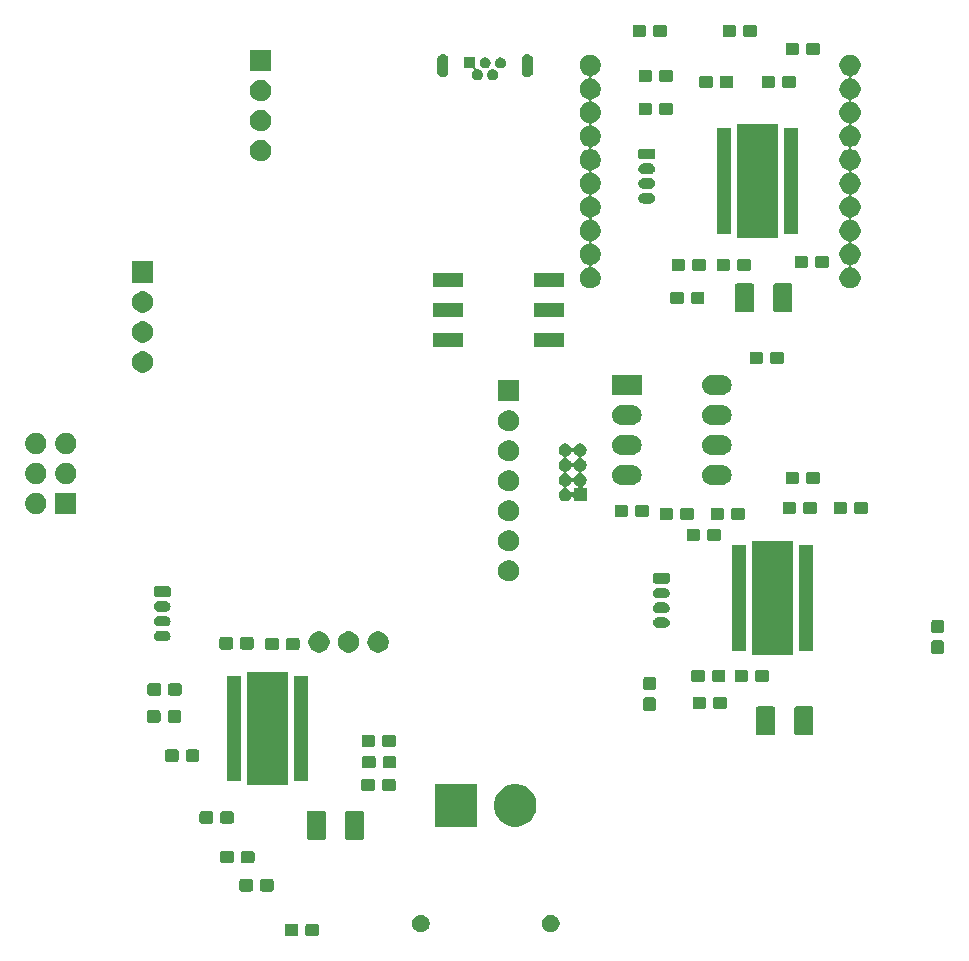
<source format=gbr>
%TF.GenerationSoftware,KiCad,Pcbnew,(5.1.5)-3*%
%TF.CreationDate,2020-03-08T16:26:51+08:00*%
%TF.ProjectId,Misaka,4d697361-6b61-42e6-9b69-6361645f7063,rev?*%
%TF.SameCoordinates,Original*%
%TF.FileFunction,Soldermask,Bot*%
%TF.FilePolarity,Negative*%
%FSLAX46Y46*%
G04 Gerber Fmt 4.6, Leading zero omitted, Abs format (unit mm)*
G04 Created by KiCad (PCBNEW (5.1.5)-3) date 2020-03-08 16:26:51*
%MOMM*%
%LPD*%
G04 APERTURE LIST*
%ADD10C,0.350000*%
G04 APERTURE END LIST*
D10*
G36*
X53379499Y-113178445D02*
G01*
X53416995Y-113189820D01*
X53451554Y-113208292D01*
X53481847Y-113233153D01*
X53506708Y-113263446D01*
X53525180Y-113298005D01*
X53536555Y-113335501D01*
X53541000Y-113380638D01*
X53541000Y-114019362D01*
X53536555Y-114064499D01*
X53525180Y-114101995D01*
X53506708Y-114136554D01*
X53481847Y-114166847D01*
X53451554Y-114191708D01*
X53416995Y-114210180D01*
X53379499Y-114221555D01*
X53334362Y-114226000D01*
X52595638Y-114226000D01*
X52550501Y-114221555D01*
X52513005Y-114210180D01*
X52478446Y-114191708D01*
X52448153Y-114166847D01*
X52423292Y-114136554D01*
X52404820Y-114101995D01*
X52393445Y-114064499D01*
X52389000Y-114019362D01*
X52389000Y-113380638D01*
X52393445Y-113335501D01*
X52404820Y-113298005D01*
X52423292Y-113263446D01*
X52448153Y-113233153D01*
X52478446Y-113208292D01*
X52513005Y-113189820D01*
X52550501Y-113178445D01*
X52595638Y-113174000D01*
X53334362Y-113174000D01*
X53379499Y-113178445D01*
G37*
G36*
X51629499Y-113178445D02*
G01*
X51666995Y-113189820D01*
X51701554Y-113208292D01*
X51731847Y-113233153D01*
X51756708Y-113263446D01*
X51775180Y-113298005D01*
X51786555Y-113335501D01*
X51791000Y-113380638D01*
X51791000Y-114019362D01*
X51786555Y-114064499D01*
X51775180Y-114101995D01*
X51756708Y-114136554D01*
X51731847Y-114166847D01*
X51701554Y-114191708D01*
X51666995Y-114210180D01*
X51629499Y-114221555D01*
X51584362Y-114226000D01*
X50845638Y-114226000D01*
X50800501Y-114221555D01*
X50763005Y-114210180D01*
X50728446Y-114191708D01*
X50698153Y-114166847D01*
X50673292Y-114136554D01*
X50654820Y-114101995D01*
X50643445Y-114064499D01*
X50639000Y-114019362D01*
X50639000Y-113380638D01*
X50643445Y-113335501D01*
X50654820Y-113298005D01*
X50673292Y-113263446D01*
X50698153Y-113233153D01*
X50728446Y-113208292D01*
X50763005Y-113189820D01*
X50800501Y-113178445D01*
X50845638Y-113174000D01*
X51584362Y-113174000D01*
X51629499Y-113178445D01*
G37*
G36*
X62369059Y-112437860D02*
G01*
X62505732Y-112494472D01*
X62628735Y-112576660D01*
X62733340Y-112681265D01*
X62733341Y-112681267D01*
X62815529Y-112804270D01*
X62872140Y-112940941D01*
X62901000Y-113086032D01*
X62901000Y-113233968D01*
X62889679Y-113290885D01*
X62872140Y-113379059D01*
X62815528Y-113515732D01*
X62733340Y-113638735D01*
X62628735Y-113743340D01*
X62505732Y-113825528D01*
X62505731Y-113825529D01*
X62505730Y-113825529D01*
X62369059Y-113882140D01*
X62223968Y-113911000D01*
X62076032Y-113911000D01*
X61930941Y-113882140D01*
X61794270Y-113825529D01*
X61794269Y-113825529D01*
X61794268Y-113825528D01*
X61671265Y-113743340D01*
X61566660Y-113638735D01*
X61484472Y-113515732D01*
X61427860Y-113379059D01*
X61410321Y-113290885D01*
X61399000Y-113233968D01*
X61399000Y-113086032D01*
X61427860Y-112940941D01*
X61484471Y-112804270D01*
X61566659Y-112681267D01*
X61566660Y-112681265D01*
X61671265Y-112576660D01*
X61794268Y-112494472D01*
X61930941Y-112437860D01*
X62076032Y-112409000D01*
X62223968Y-112409000D01*
X62369059Y-112437860D01*
G37*
G36*
X73369059Y-112437860D02*
G01*
X73505732Y-112494472D01*
X73628735Y-112576660D01*
X73733340Y-112681265D01*
X73733341Y-112681267D01*
X73815529Y-112804270D01*
X73872140Y-112940941D01*
X73901000Y-113086032D01*
X73901000Y-113233968D01*
X73889679Y-113290885D01*
X73872140Y-113379059D01*
X73815528Y-113515732D01*
X73733340Y-113638735D01*
X73628735Y-113743340D01*
X73505732Y-113825528D01*
X73505731Y-113825529D01*
X73505730Y-113825529D01*
X73369059Y-113882140D01*
X73223968Y-113911000D01*
X73076032Y-113911000D01*
X72930941Y-113882140D01*
X72794270Y-113825529D01*
X72794269Y-113825529D01*
X72794268Y-113825528D01*
X72671265Y-113743340D01*
X72566660Y-113638735D01*
X72484472Y-113515732D01*
X72427860Y-113379059D01*
X72410321Y-113290885D01*
X72399000Y-113233968D01*
X72399000Y-113086032D01*
X72427860Y-112940941D01*
X72484471Y-112804270D01*
X72566659Y-112681267D01*
X72566660Y-112681265D01*
X72671265Y-112576660D01*
X72794268Y-112494472D01*
X72930941Y-112437860D01*
X73076032Y-112409000D01*
X73223968Y-112409000D01*
X73369059Y-112437860D01*
G37*
G36*
X47789499Y-109408445D02*
G01*
X47826995Y-109419820D01*
X47861554Y-109438292D01*
X47891847Y-109463153D01*
X47916708Y-109493446D01*
X47935180Y-109528005D01*
X47946555Y-109565501D01*
X47951000Y-109610638D01*
X47951000Y-110249362D01*
X47946555Y-110294499D01*
X47935180Y-110331995D01*
X47916708Y-110366554D01*
X47891847Y-110396847D01*
X47861554Y-110421708D01*
X47826995Y-110440180D01*
X47789499Y-110451555D01*
X47744362Y-110456000D01*
X47005638Y-110456000D01*
X46960501Y-110451555D01*
X46923005Y-110440180D01*
X46888446Y-110421708D01*
X46858153Y-110396847D01*
X46833292Y-110366554D01*
X46814820Y-110331995D01*
X46803445Y-110294499D01*
X46799000Y-110249362D01*
X46799000Y-109610638D01*
X46803445Y-109565501D01*
X46814820Y-109528005D01*
X46833292Y-109493446D01*
X46858153Y-109463153D01*
X46888446Y-109438292D01*
X46923005Y-109419820D01*
X46960501Y-109408445D01*
X47005638Y-109404000D01*
X47744362Y-109404000D01*
X47789499Y-109408445D01*
G37*
G36*
X49539499Y-109408445D02*
G01*
X49576995Y-109419820D01*
X49611554Y-109438292D01*
X49641847Y-109463153D01*
X49666708Y-109493446D01*
X49685180Y-109528005D01*
X49696555Y-109565501D01*
X49701000Y-109610638D01*
X49701000Y-110249362D01*
X49696555Y-110294499D01*
X49685180Y-110331995D01*
X49666708Y-110366554D01*
X49641847Y-110396847D01*
X49611554Y-110421708D01*
X49576995Y-110440180D01*
X49539499Y-110451555D01*
X49494362Y-110456000D01*
X48755638Y-110456000D01*
X48710501Y-110451555D01*
X48673005Y-110440180D01*
X48638446Y-110421708D01*
X48608153Y-110396847D01*
X48583292Y-110366554D01*
X48564820Y-110331995D01*
X48553445Y-110294499D01*
X48549000Y-110249362D01*
X48549000Y-109610638D01*
X48553445Y-109565501D01*
X48564820Y-109528005D01*
X48583292Y-109493446D01*
X48608153Y-109463153D01*
X48638446Y-109438292D01*
X48673005Y-109419820D01*
X48710501Y-109408445D01*
X48755638Y-109404000D01*
X49494362Y-109404000D01*
X49539499Y-109408445D01*
G37*
G36*
X47919499Y-107028445D02*
G01*
X47956995Y-107039820D01*
X47991554Y-107058292D01*
X48021847Y-107083153D01*
X48046708Y-107113446D01*
X48065180Y-107148005D01*
X48076555Y-107185501D01*
X48081000Y-107230638D01*
X48081000Y-107869362D01*
X48076555Y-107914499D01*
X48065180Y-107951995D01*
X48046708Y-107986554D01*
X48021847Y-108016847D01*
X47991554Y-108041708D01*
X47956995Y-108060180D01*
X47919499Y-108071555D01*
X47874362Y-108076000D01*
X47135638Y-108076000D01*
X47090501Y-108071555D01*
X47053005Y-108060180D01*
X47018446Y-108041708D01*
X46988153Y-108016847D01*
X46963292Y-107986554D01*
X46944820Y-107951995D01*
X46933445Y-107914499D01*
X46929000Y-107869362D01*
X46929000Y-107230638D01*
X46933445Y-107185501D01*
X46944820Y-107148005D01*
X46963292Y-107113446D01*
X46988153Y-107083153D01*
X47018446Y-107058292D01*
X47053005Y-107039820D01*
X47090501Y-107028445D01*
X47135638Y-107024000D01*
X47874362Y-107024000D01*
X47919499Y-107028445D01*
G37*
G36*
X46169499Y-107028445D02*
G01*
X46206995Y-107039820D01*
X46241554Y-107058292D01*
X46271847Y-107083153D01*
X46296708Y-107113446D01*
X46315180Y-107148005D01*
X46326555Y-107185501D01*
X46331000Y-107230638D01*
X46331000Y-107869362D01*
X46326555Y-107914499D01*
X46315180Y-107951995D01*
X46296708Y-107986554D01*
X46271847Y-108016847D01*
X46241554Y-108041708D01*
X46206995Y-108060180D01*
X46169499Y-108071555D01*
X46124362Y-108076000D01*
X45385638Y-108076000D01*
X45340501Y-108071555D01*
X45303005Y-108060180D01*
X45268446Y-108041708D01*
X45238153Y-108016847D01*
X45213292Y-107986554D01*
X45194820Y-107951995D01*
X45183445Y-107914499D01*
X45179000Y-107869362D01*
X45179000Y-107230638D01*
X45183445Y-107185501D01*
X45194820Y-107148005D01*
X45213292Y-107113446D01*
X45238153Y-107083153D01*
X45268446Y-107058292D01*
X45303005Y-107039820D01*
X45340501Y-107028445D01*
X45385638Y-107024000D01*
X46124362Y-107024000D01*
X46169499Y-107028445D01*
G37*
G36*
X57208048Y-103628122D02*
G01*
X57242387Y-103638539D01*
X57274036Y-103655456D01*
X57301778Y-103678222D01*
X57324544Y-103705964D01*
X57341461Y-103737613D01*
X57351878Y-103771952D01*
X57356000Y-103813807D01*
X57356000Y-105886193D01*
X57351878Y-105928048D01*
X57341461Y-105962387D01*
X57324544Y-105994036D01*
X57301778Y-106021778D01*
X57274036Y-106044544D01*
X57242387Y-106061461D01*
X57208048Y-106071878D01*
X57166193Y-106076000D01*
X55943807Y-106076000D01*
X55901952Y-106071878D01*
X55867613Y-106061461D01*
X55835964Y-106044544D01*
X55808222Y-106021778D01*
X55785456Y-105994036D01*
X55768539Y-105962387D01*
X55758122Y-105928048D01*
X55754000Y-105886193D01*
X55754000Y-103813807D01*
X55758122Y-103771952D01*
X55768539Y-103737613D01*
X55785456Y-103705964D01*
X55808222Y-103678222D01*
X55835964Y-103655456D01*
X55867613Y-103638539D01*
X55901952Y-103628122D01*
X55943807Y-103624000D01*
X57166193Y-103624000D01*
X57208048Y-103628122D01*
G37*
G36*
X53958048Y-103628122D02*
G01*
X53992387Y-103638539D01*
X54024036Y-103655456D01*
X54051778Y-103678222D01*
X54074544Y-103705964D01*
X54091461Y-103737613D01*
X54101878Y-103771952D01*
X54106000Y-103813807D01*
X54106000Y-105886193D01*
X54101878Y-105928048D01*
X54091461Y-105962387D01*
X54074544Y-105994036D01*
X54051778Y-106021778D01*
X54024036Y-106044544D01*
X53992387Y-106061461D01*
X53958048Y-106071878D01*
X53916193Y-106076000D01*
X52693807Y-106076000D01*
X52651952Y-106071878D01*
X52617613Y-106061461D01*
X52585964Y-106044544D01*
X52558222Y-106021778D01*
X52535456Y-105994036D01*
X52518539Y-105962387D01*
X52508122Y-105928048D01*
X52504000Y-105886193D01*
X52504000Y-103813807D01*
X52508122Y-103771952D01*
X52518539Y-103737613D01*
X52535456Y-103705964D01*
X52558222Y-103678222D01*
X52585964Y-103655456D01*
X52617613Y-103638539D01*
X52651952Y-103628122D01*
X52693807Y-103624000D01*
X53916193Y-103624000D01*
X53958048Y-103628122D01*
G37*
G36*
X70675331Y-101428211D02*
G01*
X71003092Y-101563974D01*
X71298070Y-101761072D01*
X71548928Y-102011930D01*
X71746026Y-102306908D01*
X71881789Y-102634669D01*
X71951000Y-102982616D01*
X71951000Y-103337384D01*
X71881789Y-103685331D01*
X71746026Y-104013092D01*
X71548928Y-104308070D01*
X71298070Y-104558928D01*
X71003092Y-104756026D01*
X70675331Y-104891789D01*
X70327384Y-104961000D01*
X69972616Y-104961000D01*
X69624669Y-104891789D01*
X69296908Y-104756026D01*
X69001930Y-104558928D01*
X68751072Y-104308070D01*
X68553974Y-104013092D01*
X68418211Y-103685331D01*
X68349000Y-103337384D01*
X68349000Y-102982616D01*
X68418211Y-102634669D01*
X68553974Y-102306908D01*
X68751072Y-102011930D01*
X69001930Y-101761072D01*
X69296908Y-101563974D01*
X69624669Y-101428211D01*
X69972616Y-101359000D01*
X70327384Y-101359000D01*
X70675331Y-101428211D01*
G37*
G36*
X66951000Y-104961000D02*
G01*
X63349000Y-104961000D01*
X63349000Y-101359000D01*
X66951000Y-101359000D01*
X66951000Y-104961000D01*
G37*
G36*
X46159499Y-103658445D02*
G01*
X46196995Y-103669820D01*
X46231554Y-103688292D01*
X46261847Y-103713153D01*
X46286708Y-103743446D01*
X46305180Y-103778005D01*
X46316555Y-103815501D01*
X46321000Y-103860638D01*
X46321000Y-104499362D01*
X46316555Y-104544499D01*
X46305180Y-104581995D01*
X46286708Y-104616554D01*
X46261847Y-104646847D01*
X46231554Y-104671708D01*
X46196995Y-104690180D01*
X46159499Y-104701555D01*
X46114362Y-104706000D01*
X45375638Y-104706000D01*
X45330501Y-104701555D01*
X45293005Y-104690180D01*
X45258446Y-104671708D01*
X45228153Y-104646847D01*
X45203292Y-104616554D01*
X45184820Y-104581995D01*
X45173445Y-104544499D01*
X45169000Y-104499362D01*
X45169000Y-103860638D01*
X45173445Y-103815501D01*
X45184820Y-103778005D01*
X45203292Y-103743446D01*
X45228153Y-103713153D01*
X45258446Y-103688292D01*
X45293005Y-103669820D01*
X45330501Y-103658445D01*
X45375638Y-103654000D01*
X46114362Y-103654000D01*
X46159499Y-103658445D01*
G37*
G36*
X44409499Y-103658445D02*
G01*
X44446995Y-103669820D01*
X44481554Y-103688292D01*
X44511847Y-103713153D01*
X44536708Y-103743446D01*
X44555180Y-103778005D01*
X44566555Y-103815501D01*
X44571000Y-103860638D01*
X44571000Y-104499362D01*
X44566555Y-104544499D01*
X44555180Y-104581995D01*
X44536708Y-104616554D01*
X44511847Y-104646847D01*
X44481554Y-104671708D01*
X44446995Y-104690180D01*
X44409499Y-104701555D01*
X44364362Y-104706000D01*
X43625638Y-104706000D01*
X43580501Y-104701555D01*
X43543005Y-104690180D01*
X43508446Y-104671708D01*
X43478153Y-104646847D01*
X43453292Y-104616554D01*
X43434820Y-104581995D01*
X43423445Y-104544499D01*
X43419000Y-104499362D01*
X43419000Y-103860638D01*
X43423445Y-103815501D01*
X43434820Y-103778005D01*
X43453292Y-103743446D01*
X43478153Y-103713153D01*
X43508446Y-103688292D01*
X43543005Y-103669820D01*
X43580501Y-103658445D01*
X43625638Y-103654000D01*
X44364362Y-103654000D01*
X44409499Y-103658445D01*
G37*
G36*
X59859499Y-100908445D02*
G01*
X59896995Y-100919820D01*
X59931554Y-100938292D01*
X59961847Y-100963153D01*
X59986708Y-100993446D01*
X60005180Y-101028005D01*
X60016555Y-101065501D01*
X60021000Y-101110638D01*
X60021000Y-101749362D01*
X60016555Y-101794499D01*
X60005180Y-101831995D01*
X59986708Y-101866554D01*
X59961847Y-101896847D01*
X59931554Y-101921708D01*
X59896995Y-101940180D01*
X59859499Y-101951555D01*
X59814362Y-101956000D01*
X59075638Y-101956000D01*
X59030501Y-101951555D01*
X58993005Y-101940180D01*
X58958446Y-101921708D01*
X58928153Y-101896847D01*
X58903292Y-101866554D01*
X58884820Y-101831995D01*
X58873445Y-101794499D01*
X58869000Y-101749362D01*
X58869000Y-101110638D01*
X58873445Y-101065501D01*
X58884820Y-101028005D01*
X58903292Y-100993446D01*
X58928153Y-100963153D01*
X58958446Y-100938292D01*
X58993005Y-100919820D01*
X59030501Y-100908445D01*
X59075638Y-100904000D01*
X59814362Y-100904000D01*
X59859499Y-100908445D01*
G37*
G36*
X58109499Y-100908445D02*
G01*
X58146995Y-100919820D01*
X58181554Y-100938292D01*
X58211847Y-100963153D01*
X58236708Y-100993446D01*
X58255180Y-101028005D01*
X58266555Y-101065501D01*
X58271000Y-101110638D01*
X58271000Y-101749362D01*
X58266555Y-101794499D01*
X58255180Y-101831995D01*
X58236708Y-101866554D01*
X58211847Y-101896847D01*
X58181554Y-101921708D01*
X58146995Y-101940180D01*
X58109499Y-101951555D01*
X58064362Y-101956000D01*
X57325638Y-101956000D01*
X57280501Y-101951555D01*
X57243005Y-101940180D01*
X57208446Y-101921708D01*
X57178153Y-101896847D01*
X57153292Y-101866554D01*
X57134820Y-101831995D01*
X57123445Y-101794499D01*
X57119000Y-101749362D01*
X57119000Y-101110638D01*
X57123445Y-101065501D01*
X57134820Y-101028005D01*
X57153292Y-100993446D01*
X57178153Y-100963153D01*
X57208446Y-100938292D01*
X57243005Y-100919820D01*
X57280501Y-100908445D01*
X57325638Y-100904000D01*
X58064362Y-100904000D01*
X58109499Y-100908445D01*
G37*
G36*
X50941000Y-101466000D02*
G01*
X47439000Y-101466000D01*
X47439000Y-91864000D01*
X50941000Y-91864000D01*
X50941000Y-101466000D01*
G37*
G36*
X52641000Y-101141000D02*
G01*
X51439000Y-101141000D01*
X51439000Y-92189000D01*
X52641000Y-92189000D01*
X52641000Y-101141000D01*
G37*
G36*
X46941000Y-101141000D02*
G01*
X45739000Y-101141000D01*
X45739000Y-92189000D01*
X46941000Y-92189000D01*
X46941000Y-101141000D01*
G37*
G36*
X58169499Y-98978445D02*
G01*
X58206995Y-98989820D01*
X58241554Y-99008292D01*
X58271847Y-99033153D01*
X58296708Y-99063446D01*
X58315180Y-99098005D01*
X58326555Y-99135501D01*
X58331000Y-99180638D01*
X58331000Y-99819362D01*
X58326555Y-99864499D01*
X58315180Y-99901995D01*
X58296708Y-99936554D01*
X58271847Y-99966847D01*
X58241554Y-99991708D01*
X58206995Y-100010180D01*
X58169499Y-100021555D01*
X58124362Y-100026000D01*
X57385638Y-100026000D01*
X57340501Y-100021555D01*
X57303005Y-100010180D01*
X57268446Y-99991708D01*
X57238153Y-99966847D01*
X57213292Y-99936554D01*
X57194820Y-99901995D01*
X57183445Y-99864499D01*
X57179000Y-99819362D01*
X57179000Y-99180638D01*
X57183445Y-99135501D01*
X57194820Y-99098005D01*
X57213292Y-99063446D01*
X57238153Y-99033153D01*
X57268446Y-99008292D01*
X57303005Y-98989820D01*
X57340501Y-98978445D01*
X57385638Y-98974000D01*
X58124362Y-98974000D01*
X58169499Y-98978445D01*
G37*
G36*
X59919499Y-98978445D02*
G01*
X59956995Y-98989820D01*
X59991554Y-99008292D01*
X60021847Y-99033153D01*
X60046708Y-99063446D01*
X60065180Y-99098005D01*
X60076555Y-99135501D01*
X60081000Y-99180638D01*
X60081000Y-99819362D01*
X60076555Y-99864499D01*
X60065180Y-99901995D01*
X60046708Y-99936554D01*
X60021847Y-99966847D01*
X59991554Y-99991708D01*
X59956995Y-100010180D01*
X59919499Y-100021555D01*
X59874362Y-100026000D01*
X59135638Y-100026000D01*
X59090501Y-100021555D01*
X59053005Y-100010180D01*
X59018446Y-99991708D01*
X58988153Y-99966847D01*
X58963292Y-99936554D01*
X58944820Y-99901995D01*
X58933445Y-99864499D01*
X58929000Y-99819362D01*
X58929000Y-99180638D01*
X58933445Y-99135501D01*
X58944820Y-99098005D01*
X58963292Y-99063446D01*
X58988153Y-99033153D01*
X59018446Y-99008292D01*
X59053005Y-98989820D01*
X59090501Y-98978445D01*
X59135638Y-98974000D01*
X59874362Y-98974000D01*
X59919499Y-98978445D01*
G37*
G36*
X43239499Y-98428445D02*
G01*
X43276995Y-98439820D01*
X43311554Y-98458292D01*
X43341847Y-98483153D01*
X43366708Y-98513446D01*
X43385180Y-98548005D01*
X43396555Y-98585501D01*
X43401000Y-98630638D01*
X43401000Y-99269362D01*
X43396555Y-99314499D01*
X43385180Y-99351995D01*
X43366708Y-99386554D01*
X43341847Y-99416847D01*
X43311554Y-99441708D01*
X43276995Y-99460180D01*
X43239499Y-99471555D01*
X43194362Y-99476000D01*
X42455638Y-99476000D01*
X42410501Y-99471555D01*
X42373005Y-99460180D01*
X42338446Y-99441708D01*
X42308153Y-99416847D01*
X42283292Y-99386554D01*
X42264820Y-99351995D01*
X42253445Y-99314499D01*
X42249000Y-99269362D01*
X42249000Y-98630638D01*
X42253445Y-98585501D01*
X42264820Y-98548005D01*
X42283292Y-98513446D01*
X42308153Y-98483153D01*
X42338446Y-98458292D01*
X42373005Y-98439820D01*
X42410501Y-98428445D01*
X42455638Y-98424000D01*
X43194362Y-98424000D01*
X43239499Y-98428445D01*
G37*
G36*
X41489499Y-98428445D02*
G01*
X41526995Y-98439820D01*
X41561554Y-98458292D01*
X41591847Y-98483153D01*
X41616708Y-98513446D01*
X41635180Y-98548005D01*
X41646555Y-98585501D01*
X41651000Y-98630638D01*
X41651000Y-99269362D01*
X41646555Y-99314499D01*
X41635180Y-99351995D01*
X41616708Y-99386554D01*
X41591847Y-99416847D01*
X41561554Y-99441708D01*
X41526995Y-99460180D01*
X41489499Y-99471555D01*
X41444362Y-99476000D01*
X40705638Y-99476000D01*
X40660501Y-99471555D01*
X40623005Y-99460180D01*
X40588446Y-99441708D01*
X40558153Y-99416847D01*
X40533292Y-99386554D01*
X40514820Y-99351995D01*
X40503445Y-99314499D01*
X40499000Y-99269362D01*
X40499000Y-98630638D01*
X40503445Y-98585501D01*
X40514820Y-98548005D01*
X40533292Y-98513446D01*
X40558153Y-98483153D01*
X40588446Y-98458292D01*
X40623005Y-98439820D01*
X40660501Y-98428445D01*
X40705638Y-98424000D01*
X41444362Y-98424000D01*
X41489499Y-98428445D01*
G37*
G36*
X58129499Y-97168445D02*
G01*
X58166995Y-97179820D01*
X58201554Y-97198292D01*
X58231847Y-97223153D01*
X58256708Y-97253446D01*
X58275180Y-97288005D01*
X58286555Y-97325501D01*
X58291000Y-97370638D01*
X58291000Y-98009362D01*
X58286555Y-98054499D01*
X58275180Y-98091995D01*
X58256708Y-98126554D01*
X58231847Y-98156847D01*
X58201554Y-98181708D01*
X58166995Y-98200180D01*
X58129499Y-98211555D01*
X58084362Y-98216000D01*
X57345638Y-98216000D01*
X57300501Y-98211555D01*
X57263005Y-98200180D01*
X57228446Y-98181708D01*
X57198153Y-98156847D01*
X57173292Y-98126554D01*
X57154820Y-98091995D01*
X57143445Y-98054499D01*
X57139000Y-98009362D01*
X57139000Y-97370638D01*
X57143445Y-97325501D01*
X57154820Y-97288005D01*
X57173292Y-97253446D01*
X57198153Y-97223153D01*
X57228446Y-97198292D01*
X57263005Y-97179820D01*
X57300501Y-97168445D01*
X57345638Y-97164000D01*
X58084362Y-97164000D01*
X58129499Y-97168445D01*
G37*
G36*
X59879499Y-97168445D02*
G01*
X59916995Y-97179820D01*
X59951554Y-97198292D01*
X59981847Y-97223153D01*
X60006708Y-97253446D01*
X60025180Y-97288005D01*
X60036555Y-97325501D01*
X60041000Y-97370638D01*
X60041000Y-98009362D01*
X60036555Y-98054499D01*
X60025180Y-98091995D01*
X60006708Y-98126554D01*
X59981847Y-98156847D01*
X59951554Y-98181708D01*
X59916995Y-98200180D01*
X59879499Y-98211555D01*
X59834362Y-98216000D01*
X59095638Y-98216000D01*
X59050501Y-98211555D01*
X59013005Y-98200180D01*
X58978446Y-98181708D01*
X58948153Y-98156847D01*
X58923292Y-98126554D01*
X58904820Y-98091995D01*
X58893445Y-98054499D01*
X58889000Y-98009362D01*
X58889000Y-97370638D01*
X58893445Y-97325501D01*
X58904820Y-97288005D01*
X58923292Y-97253446D01*
X58948153Y-97223153D01*
X58978446Y-97198292D01*
X59013005Y-97179820D01*
X59050501Y-97168445D01*
X59095638Y-97164000D01*
X59834362Y-97164000D01*
X59879499Y-97168445D01*
G37*
G36*
X95242048Y-94790122D02*
G01*
X95276387Y-94800539D01*
X95308036Y-94817456D01*
X95335778Y-94840222D01*
X95358544Y-94867964D01*
X95375461Y-94899613D01*
X95385878Y-94933952D01*
X95390000Y-94975807D01*
X95390000Y-97048193D01*
X95385878Y-97090048D01*
X95375461Y-97124387D01*
X95358544Y-97156036D01*
X95335778Y-97183778D01*
X95308036Y-97206544D01*
X95276387Y-97223461D01*
X95242048Y-97233878D01*
X95200193Y-97238000D01*
X93977807Y-97238000D01*
X93935952Y-97233878D01*
X93901613Y-97223461D01*
X93869964Y-97206544D01*
X93842222Y-97183778D01*
X93819456Y-97156036D01*
X93802539Y-97124387D01*
X93792122Y-97090048D01*
X93788000Y-97048193D01*
X93788000Y-94975807D01*
X93792122Y-94933952D01*
X93802539Y-94899613D01*
X93819456Y-94867964D01*
X93842222Y-94840222D01*
X93869964Y-94817456D01*
X93901613Y-94800539D01*
X93935952Y-94790122D01*
X93977807Y-94786000D01*
X95200193Y-94786000D01*
X95242048Y-94790122D01*
G37*
G36*
X91992048Y-94790122D02*
G01*
X92026387Y-94800539D01*
X92058036Y-94817456D01*
X92085778Y-94840222D01*
X92108544Y-94867964D01*
X92125461Y-94899613D01*
X92135878Y-94933952D01*
X92140000Y-94975807D01*
X92140000Y-97048193D01*
X92135878Y-97090048D01*
X92125461Y-97124387D01*
X92108544Y-97156036D01*
X92085778Y-97183778D01*
X92058036Y-97206544D01*
X92026387Y-97223461D01*
X91992048Y-97233878D01*
X91950193Y-97238000D01*
X90727807Y-97238000D01*
X90685952Y-97233878D01*
X90651613Y-97223461D01*
X90619964Y-97206544D01*
X90592222Y-97183778D01*
X90569456Y-97156036D01*
X90552539Y-97124387D01*
X90542122Y-97090048D01*
X90538000Y-97048193D01*
X90538000Y-94975807D01*
X90542122Y-94933952D01*
X90552539Y-94899613D01*
X90569456Y-94867964D01*
X90592222Y-94840222D01*
X90619964Y-94817456D01*
X90651613Y-94800539D01*
X90685952Y-94790122D01*
X90727807Y-94786000D01*
X91950193Y-94786000D01*
X91992048Y-94790122D01*
G37*
G36*
X41709499Y-95108445D02*
G01*
X41746995Y-95119820D01*
X41781554Y-95138292D01*
X41811847Y-95163153D01*
X41836708Y-95193446D01*
X41855180Y-95228005D01*
X41866555Y-95265501D01*
X41871000Y-95310638D01*
X41871000Y-95949362D01*
X41866555Y-95994499D01*
X41855180Y-96031995D01*
X41836708Y-96066554D01*
X41811847Y-96096847D01*
X41781554Y-96121708D01*
X41746995Y-96140180D01*
X41709499Y-96151555D01*
X41664362Y-96156000D01*
X40925638Y-96156000D01*
X40880501Y-96151555D01*
X40843005Y-96140180D01*
X40808446Y-96121708D01*
X40778153Y-96096847D01*
X40753292Y-96066554D01*
X40734820Y-96031995D01*
X40723445Y-95994499D01*
X40719000Y-95949362D01*
X40719000Y-95310638D01*
X40723445Y-95265501D01*
X40734820Y-95228005D01*
X40753292Y-95193446D01*
X40778153Y-95163153D01*
X40808446Y-95138292D01*
X40843005Y-95119820D01*
X40880501Y-95108445D01*
X40925638Y-95104000D01*
X41664362Y-95104000D01*
X41709499Y-95108445D01*
G37*
G36*
X39959499Y-95108445D02*
G01*
X39996995Y-95119820D01*
X40031554Y-95138292D01*
X40061847Y-95163153D01*
X40086708Y-95193446D01*
X40105180Y-95228005D01*
X40116555Y-95265501D01*
X40121000Y-95310638D01*
X40121000Y-95949362D01*
X40116555Y-95994499D01*
X40105180Y-96031995D01*
X40086708Y-96066554D01*
X40061847Y-96096847D01*
X40031554Y-96121708D01*
X39996995Y-96140180D01*
X39959499Y-96151555D01*
X39914362Y-96156000D01*
X39175638Y-96156000D01*
X39130501Y-96151555D01*
X39093005Y-96140180D01*
X39058446Y-96121708D01*
X39028153Y-96096847D01*
X39003292Y-96066554D01*
X38984820Y-96031995D01*
X38973445Y-95994499D01*
X38969000Y-95949362D01*
X38969000Y-95310638D01*
X38973445Y-95265501D01*
X38984820Y-95228005D01*
X39003292Y-95193446D01*
X39028153Y-95163153D01*
X39058446Y-95138292D01*
X39093005Y-95119820D01*
X39130501Y-95108445D01*
X39175638Y-95104000D01*
X39914362Y-95104000D01*
X39959499Y-95108445D01*
G37*
G36*
X81898499Y-94029445D02*
G01*
X81935995Y-94040820D01*
X81970554Y-94059292D01*
X82000847Y-94084153D01*
X82025708Y-94114446D01*
X82044180Y-94149005D01*
X82055555Y-94186501D01*
X82060000Y-94231638D01*
X82060000Y-94970362D01*
X82055555Y-95015499D01*
X82044180Y-95052995D01*
X82025708Y-95087554D01*
X82000847Y-95117847D01*
X81970554Y-95142708D01*
X81935995Y-95161180D01*
X81898499Y-95172555D01*
X81853362Y-95177000D01*
X81214638Y-95177000D01*
X81169501Y-95172555D01*
X81132005Y-95161180D01*
X81097446Y-95142708D01*
X81067153Y-95117847D01*
X81042292Y-95087554D01*
X81023820Y-95052995D01*
X81012445Y-95015499D01*
X81008000Y-94970362D01*
X81008000Y-94231638D01*
X81012445Y-94186501D01*
X81023820Y-94149005D01*
X81042292Y-94114446D01*
X81067153Y-94084153D01*
X81097446Y-94059292D01*
X81132005Y-94040820D01*
X81169501Y-94029445D01*
X81214638Y-94025000D01*
X81853362Y-94025000D01*
X81898499Y-94029445D01*
G37*
G36*
X87903499Y-93966445D02*
G01*
X87940995Y-93977820D01*
X87975554Y-93996292D01*
X88005847Y-94021153D01*
X88030708Y-94051446D01*
X88049180Y-94086005D01*
X88060555Y-94123501D01*
X88065000Y-94168638D01*
X88065000Y-94807362D01*
X88060555Y-94852499D01*
X88049180Y-94889995D01*
X88030708Y-94924554D01*
X88005847Y-94954847D01*
X87975554Y-94979708D01*
X87940995Y-94998180D01*
X87903499Y-95009555D01*
X87858362Y-95014000D01*
X87119638Y-95014000D01*
X87074501Y-95009555D01*
X87037005Y-94998180D01*
X87002446Y-94979708D01*
X86972153Y-94954847D01*
X86947292Y-94924554D01*
X86928820Y-94889995D01*
X86917445Y-94852499D01*
X86913000Y-94807362D01*
X86913000Y-94168638D01*
X86917445Y-94123501D01*
X86928820Y-94086005D01*
X86947292Y-94051446D01*
X86972153Y-94021153D01*
X87002446Y-93996292D01*
X87037005Y-93977820D01*
X87074501Y-93966445D01*
X87119638Y-93962000D01*
X87858362Y-93962000D01*
X87903499Y-93966445D01*
G37*
G36*
X86153499Y-93966445D02*
G01*
X86190995Y-93977820D01*
X86225554Y-93996292D01*
X86255847Y-94021153D01*
X86280708Y-94051446D01*
X86299180Y-94086005D01*
X86310555Y-94123501D01*
X86315000Y-94168638D01*
X86315000Y-94807362D01*
X86310555Y-94852499D01*
X86299180Y-94889995D01*
X86280708Y-94924554D01*
X86255847Y-94954847D01*
X86225554Y-94979708D01*
X86190995Y-94998180D01*
X86153499Y-95009555D01*
X86108362Y-95014000D01*
X85369638Y-95014000D01*
X85324501Y-95009555D01*
X85287005Y-94998180D01*
X85252446Y-94979708D01*
X85222153Y-94954847D01*
X85197292Y-94924554D01*
X85178820Y-94889995D01*
X85167445Y-94852499D01*
X85163000Y-94807362D01*
X85163000Y-94168638D01*
X85167445Y-94123501D01*
X85178820Y-94086005D01*
X85197292Y-94051446D01*
X85222153Y-94021153D01*
X85252446Y-93996292D01*
X85287005Y-93977820D01*
X85324501Y-93966445D01*
X85369638Y-93962000D01*
X86108362Y-93962000D01*
X86153499Y-93966445D01*
G37*
G36*
X41749499Y-92828445D02*
G01*
X41786995Y-92839820D01*
X41821554Y-92858292D01*
X41851847Y-92883153D01*
X41876708Y-92913446D01*
X41895180Y-92948005D01*
X41906555Y-92985501D01*
X41911000Y-93030638D01*
X41911000Y-93669362D01*
X41906555Y-93714499D01*
X41895180Y-93751995D01*
X41876708Y-93786554D01*
X41851847Y-93816847D01*
X41821554Y-93841708D01*
X41786995Y-93860180D01*
X41749499Y-93871555D01*
X41704362Y-93876000D01*
X40965638Y-93876000D01*
X40920501Y-93871555D01*
X40883005Y-93860180D01*
X40848446Y-93841708D01*
X40818153Y-93816847D01*
X40793292Y-93786554D01*
X40774820Y-93751995D01*
X40763445Y-93714499D01*
X40759000Y-93669362D01*
X40759000Y-93030638D01*
X40763445Y-92985501D01*
X40774820Y-92948005D01*
X40793292Y-92913446D01*
X40818153Y-92883153D01*
X40848446Y-92858292D01*
X40883005Y-92839820D01*
X40920501Y-92828445D01*
X40965638Y-92824000D01*
X41704362Y-92824000D01*
X41749499Y-92828445D01*
G37*
G36*
X39999499Y-92828445D02*
G01*
X40036995Y-92839820D01*
X40071554Y-92858292D01*
X40101847Y-92883153D01*
X40126708Y-92913446D01*
X40145180Y-92948005D01*
X40156555Y-92985501D01*
X40161000Y-93030638D01*
X40161000Y-93669362D01*
X40156555Y-93714499D01*
X40145180Y-93751995D01*
X40126708Y-93786554D01*
X40101847Y-93816847D01*
X40071554Y-93841708D01*
X40036995Y-93860180D01*
X39999499Y-93871555D01*
X39954362Y-93876000D01*
X39215638Y-93876000D01*
X39170501Y-93871555D01*
X39133005Y-93860180D01*
X39098446Y-93841708D01*
X39068153Y-93816847D01*
X39043292Y-93786554D01*
X39024820Y-93751995D01*
X39013445Y-93714499D01*
X39009000Y-93669362D01*
X39009000Y-93030638D01*
X39013445Y-92985501D01*
X39024820Y-92948005D01*
X39043292Y-92913446D01*
X39068153Y-92883153D01*
X39098446Y-92858292D01*
X39133005Y-92839820D01*
X39170501Y-92828445D01*
X39215638Y-92824000D01*
X39954362Y-92824000D01*
X39999499Y-92828445D01*
G37*
G36*
X81898499Y-92279445D02*
G01*
X81935995Y-92290820D01*
X81970554Y-92309292D01*
X82000847Y-92334153D01*
X82025708Y-92364446D01*
X82044180Y-92399005D01*
X82055555Y-92436501D01*
X82060000Y-92481638D01*
X82060000Y-93220362D01*
X82055555Y-93265499D01*
X82044180Y-93302995D01*
X82025708Y-93337554D01*
X82000847Y-93367847D01*
X81970554Y-93392708D01*
X81935995Y-93411180D01*
X81898499Y-93422555D01*
X81853362Y-93427000D01*
X81214638Y-93427000D01*
X81169501Y-93422555D01*
X81132005Y-93411180D01*
X81097446Y-93392708D01*
X81067153Y-93367847D01*
X81042292Y-93337554D01*
X81023820Y-93302995D01*
X81012445Y-93265499D01*
X81008000Y-93220362D01*
X81008000Y-92481638D01*
X81012445Y-92436501D01*
X81023820Y-92399005D01*
X81042292Y-92364446D01*
X81067153Y-92334153D01*
X81097446Y-92309292D01*
X81132005Y-92290820D01*
X81169501Y-92279445D01*
X81214638Y-92275000D01*
X81853362Y-92275000D01*
X81898499Y-92279445D01*
G37*
G36*
X87790499Y-91680445D02*
G01*
X87827995Y-91691820D01*
X87862554Y-91710292D01*
X87892847Y-91735153D01*
X87917708Y-91765446D01*
X87936180Y-91800005D01*
X87947555Y-91837501D01*
X87952000Y-91882638D01*
X87952000Y-92521362D01*
X87947555Y-92566499D01*
X87936180Y-92603995D01*
X87917708Y-92638554D01*
X87892847Y-92668847D01*
X87862554Y-92693708D01*
X87827995Y-92712180D01*
X87790499Y-92723555D01*
X87745362Y-92728000D01*
X87006638Y-92728000D01*
X86961501Y-92723555D01*
X86924005Y-92712180D01*
X86889446Y-92693708D01*
X86859153Y-92668847D01*
X86834292Y-92638554D01*
X86815820Y-92603995D01*
X86804445Y-92566499D01*
X86800000Y-92521362D01*
X86800000Y-91882638D01*
X86804445Y-91837501D01*
X86815820Y-91800005D01*
X86834292Y-91765446D01*
X86859153Y-91735153D01*
X86889446Y-91710292D01*
X86924005Y-91691820D01*
X86961501Y-91680445D01*
X87006638Y-91676000D01*
X87745362Y-91676000D01*
X87790499Y-91680445D01*
G37*
G36*
X89709499Y-91680445D02*
G01*
X89746995Y-91691820D01*
X89781554Y-91710292D01*
X89811847Y-91735153D01*
X89836708Y-91765446D01*
X89855180Y-91800005D01*
X89866555Y-91837501D01*
X89871000Y-91882638D01*
X89871000Y-92521362D01*
X89866555Y-92566499D01*
X89855180Y-92603995D01*
X89836708Y-92638554D01*
X89811847Y-92668847D01*
X89781554Y-92693708D01*
X89746995Y-92712180D01*
X89709499Y-92723555D01*
X89664362Y-92728000D01*
X88925638Y-92728000D01*
X88880501Y-92723555D01*
X88843005Y-92712180D01*
X88808446Y-92693708D01*
X88778153Y-92668847D01*
X88753292Y-92638554D01*
X88734820Y-92603995D01*
X88723445Y-92566499D01*
X88719000Y-92521362D01*
X88719000Y-91882638D01*
X88723445Y-91837501D01*
X88734820Y-91800005D01*
X88753292Y-91765446D01*
X88778153Y-91735153D01*
X88808446Y-91710292D01*
X88843005Y-91691820D01*
X88880501Y-91680445D01*
X88925638Y-91676000D01*
X89664362Y-91676000D01*
X89709499Y-91680445D01*
G37*
G36*
X91459499Y-91680445D02*
G01*
X91496995Y-91691820D01*
X91531554Y-91710292D01*
X91561847Y-91735153D01*
X91586708Y-91765446D01*
X91605180Y-91800005D01*
X91616555Y-91837501D01*
X91621000Y-91882638D01*
X91621000Y-92521362D01*
X91616555Y-92566499D01*
X91605180Y-92603995D01*
X91586708Y-92638554D01*
X91561847Y-92668847D01*
X91531554Y-92693708D01*
X91496995Y-92712180D01*
X91459499Y-92723555D01*
X91414362Y-92728000D01*
X90675638Y-92728000D01*
X90630501Y-92723555D01*
X90593005Y-92712180D01*
X90558446Y-92693708D01*
X90528153Y-92668847D01*
X90503292Y-92638554D01*
X90484820Y-92603995D01*
X90473445Y-92566499D01*
X90469000Y-92521362D01*
X90469000Y-91882638D01*
X90473445Y-91837501D01*
X90484820Y-91800005D01*
X90503292Y-91765446D01*
X90528153Y-91735153D01*
X90558446Y-91710292D01*
X90593005Y-91691820D01*
X90630501Y-91680445D01*
X90675638Y-91676000D01*
X91414362Y-91676000D01*
X91459499Y-91680445D01*
G37*
G36*
X86040499Y-91680445D02*
G01*
X86077995Y-91691820D01*
X86112554Y-91710292D01*
X86142847Y-91735153D01*
X86167708Y-91765446D01*
X86186180Y-91800005D01*
X86197555Y-91837501D01*
X86202000Y-91882638D01*
X86202000Y-92521362D01*
X86197555Y-92566499D01*
X86186180Y-92603995D01*
X86167708Y-92638554D01*
X86142847Y-92668847D01*
X86112554Y-92693708D01*
X86077995Y-92712180D01*
X86040499Y-92723555D01*
X85995362Y-92728000D01*
X85256638Y-92728000D01*
X85211501Y-92723555D01*
X85174005Y-92712180D01*
X85139446Y-92693708D01*
X85109153Y-92668847D01*
X85084292Y-92638554D01*
X85065820Y-92603995D01*
X85054445Y-92566499D01*
X85050000Y-92521362D01*
X85050000Y-91882638D01*
X85054445Y-91837501D01*
X85065820Y-91800005D01*
X85084292Y-91765446D01*
X85109153Y-91735153D01*
X85139446Y-91710292D01*
X85174005Y-91691820D01*
X85211501Y-91680445D01*
X85256638Y-91676000D01*
X85995362Y-91676000D01*
X86040499Y-91680445D01*
G37*
G36*
X93699000Y-90399000D02*
G01*
X90197000Y-90399000D01*
X90197000Y-80797000D01*
X93699000Y-80797000D01*
X93699000Y-90399000D01*
G37*
G36*
X106282499Y-89203445D02*
G01*
X106319995Y-89214820D01*
X106354554Y-89233292D01*
X106384847Y-89258153D01*
X106409708Y-89288446D01*
X106428180Y-89323005D01*
X106439555Y-89360501D01*
X106444000Y-89405638D01*
X106444000Y-90144362D01*
X106439555Y-90189499D01*
X106428180Y-90226995D01*
X106409708Y-90261554D01*
X106384847Y-90291847D01*
X106354554Y-90316708D01*
X106319995Y-90335180D01*
X106282499Y-90346555D01*
X106237362Y-90351000D01*
X105598638Y-90351000D01*
X105553501Y-90346555D01*
X105516005Y-90335180D01*
X105481446Y-90316708D01*
X105451153Y-90291847D01*
X105426292Y-90261554D01*
X105407820Y-90226995D01*
X105396445Y-90189499D01*
X105392000Y-90144362D01*
X105392000Y-89405638D01*
X105396445Y-89360501D01*
X105407820Y-89323005D01*
X105426292Y-89288446D01*
X105451153Y-89258153D01*
X105481446Y-89233292D01*
X105516005Y-89214820D01*
X105553501Y-89203445D01*
X105598638Y-89199000D01*
X106237362Y-89199000D01*
X106282499Y-89203445D01*
G37*
G36*
X58649821Y-88433193D02*
G01*
X58802812Y-88463624D01*
X58966784Y-88531544D01*
X59114354Y-88630147D01*
X59239853Y-88755646D01*
X59338456Y-88903216D01*
X59406376Y-89067188D01*
X59433599Y-89204053D01*
X59436577Y-89219020D01*
X59441000Y-89241259D01*
X59441000Y-89418741D01*
X59406376Y-89592812D01*
X59338456Y-89756784D01*
X59239853Y-89904354D01*
X59114354Y-90029853D01*
X58966784Y-90128456D01*
X58802812Y-90196376D01*
X58653512Y-90226073D01*
X58628742Y-90231000D01*
X58451258Y-90231000D01*
X58426488Y-90226073D01*
X58277188Y-90196376D01*
X58113216Y-90128456D01*
X57965646Y-90029853D01*
X57840147Y-89904354D01*
X57741544Y-89756784D01*
X57673624Y-89592812D01*
X57639000Y-89418741D01*
X57639000Y-89241259D01*
X57643424Y-89219020D01*
X57646401Y-89204053D01*
X57673624Y-89067188D01*
X57741544Y-88903216D01*
X57840147Y-88755646D01*
X57965646Y-88630147D01*
X58113216Y-88531544D01*
X58277188Y-88463624D01*
X58430179Y-88433193D01*
X58451258Y-88429000D01*
X58628742Y-88429000D01*
X58649821Y-88433193D01*
G37*
G36*
X53649821Y-88433193D02*
G01*
X53802812Y-88463624D01*
X53966784Y-88531544D01*
X54114354Y-88630147D01*
X54239853Y-88755646D01*
X54338456Y-88903216D01*
X54406376Y-89067188D01*
X54433599Y-89204053D01*
X54436577Y-89219020D01*
X54441000Y-89241259D01*
X54441000Y-89418741D01*
X54406376Y-89592812D01*
X54338456Y-89756784D01*
X54239853Y-89904354D01*
X54114354Y-90029853D01*
X53966784Y-90128456D01*
X53802812Y-90196376D01*
X53653512Y-90226073D01*
X53628742Y-90231000D01*
X53451258Y-90231000D01*
X53426488Y-90226073D01*
X53277188Y-90196376D01*
X53113216Y-90128456D01*
X52965646Y-90029853D01*
X52840147Y-89904354D01*
X52741544Y-89756784D01*
X52673624Y-89592812D01*
X52639000Y-89418741D01*
X52639000Y-89241259D01*
X52643424Y-89219020D01*
X52646401Y-89204053D01*
X52673624Y-89067188D01*
X52741544Y-88903216D01*
X52840147Y-88755646D01*
X52965646Y-88630147D01*
X53113216Y-88531544D01*
X53277188Y-88463624D01*
X53430179Y-88433193D01*
X53451258Y-88429000D01*
X53628742Y-88429000D01*
X53649821Y-88433193D01*
G37*
G36*
X56149821Y-88433193D02*
G01*
X56302812Y-88463624D01*
X56466784Y-88531544D01*
X56614354Y-88630147D01*
X56739853Y-88755646D01*
X56838456Y-88903216D01*
X56906376Y-89067188D01*
X56933599Y-89204053D01*
X56936577Y-89219020D01*
X56941000Y-89241259D01*
X56941000Y-89418741D01*
X56906376Y-89592812D01*
X56838456Y-89756784D01*
X56739853Y-89904354D01*
X56614354Y-90029853D01*
X56466784Y-90128456D01*
X56302812Y-90196376D01*
X56153512Y-90226073D01*
X56128742Y-90231000D01*
X55951258Y-90231000D01*
X55926488Y-90226073D01*
X55777188Y-90196376D01*
X55613216Y-90128456D01*
X55465646Y-90029853D01*
X55340147Y-89904354D01*
X55241544Y-89756784D01*
X55173624Y-89592812D01*
X55139000Y-89418741D01*
X55139000Y-89241259D01*
X55143424Y-89219020D01*
X55146401Y-89204053D01*
X55173624Y-89067188D01*
X55241544Y-88903216D01*
X55340147Y-88755646D01*
X55465646Y-88630147D01*
X55613216Y-88531544D01*
X55777188Y-88463624D01*
X55930179Y-88433193D01*
X55951258Y-88429000D01*
X56128742Y-88429000D01*
X56149821Y-88433193D01*
G37*
G36*
X95399000Y-90074000D02*
G01*
X94197000Y-90074000D01*
X94197000Y-81122000D01*
X95399000Y-81122000D01*
X95399000Y-90074000D01*
G37*
G36*
X89699000Y-90074000D02*
G01*
X88497000Y-90074000D01*
X88497000Y-81122000D01*
X89699000Y-81122000D01*
X89699000Y-90074000D01*
G37*
G36*
X51729499Y-88978445D02*
G01*
X51766995Y-88989820D01*
X51801554Y-89008292D01*
X51831847Y-89033153D01*
X51856708Y-89063446D01*
X51875180Y-89098005D01*
X51886555Y-89135501D01*
X51891000Y-89180638D01*
X51891000Y-89819362D01*
X51886555Y-89864499D01*
X51875180Y-89901995D01*
X51856708Y-89936554D01*
X51831847Y-89966847D01*
X51801554Y-89991708D01*
X51766995Y-90010180D01*
X51729499Y-90021555D01*
X51684362Y-90026000D01*
X50945638Y-90026000D01*
X50900501Y-90021555D01*
X50863005Y-90010180D01*
X50828446Y-89991708D01*
X50798153Y-89966847D01*
X50773292Y-89936554D01*
X50754820Y-89901995D01*
X50743445Y-89864499D01*
X50739000Y-89819362D01*
X50739000Y-89180638D01*
X50743445Y-89135501D01*
X50754820Y-89098005D01*
X50773292Y-89063446D01*
X50798153Y-89033153D01*
X50828446Y-89008292D01*
X50863005Y-88989820D01*
X50900501Y-88978445D01*
X50945638Y-88974000D01*
X51684362Y-88974000D01*
X51729499Y-88978445D01*
G37*
G36*
X49979499Y-88978445D02*
G01*
X50016995Y-88989820D01*
X50051554Y-89008292D01*
X50081847Y-89033153D01*
X50106708Y-89063446D01*
X50125180Y-89098005D01*
X50136555Y-89135501D01*
X50141000Y-89180638D01*
X50141000Y-89819362D01*
X50136555Y-89864499D01*
X50125180Y-89901995D01*
X50106708Y-89936554D01*
X50081847Y-89966847D01*
X50051554Y-89991708D01*
X50016995Y-90010180D01*
X49979499Y-90021555D01*
X49934362Y-90026000D01*
X49195638Y-90026000D01*
X49150501Y-90021555D01*
X49113005Y-90010180D01*
X49078446Y-89991708D01*
X49048153Y-89966847D01*
X49023292Y-89936554D01*
X49004820Y-89901995D01*
X48993445Y-89864499D01*
X48989000Y-89819362D01*
X48989000Y-89180638D01*
X48993445Y-89135501D01*
X49004820Y-89098005D01*
X49023292Y-89063446D01*
X49048153Y-89033153D01*
X49078446Y-89008292D01*
X49113005Y-88989820D01*
X49150501Y-88978445D01*
X49195638Y-88974000D01*
X49934362Y-88974000D01*
X49979499Y-88978445D01*
G37*
G36*
X46094499Y-88918445D02*
G01*
X46131995Y-88929820D01*
X46166554Y-88948292D01*
X46196847Y-88973153D01*
X46221708Y-89003446D01*
X46240180Y-89038005D01*
X46251555Y-89075501D01*
X46256000Y-89120638D01*
X46256000Y-89759362D01*
X46251555Y-89804499D01*
X46240180Y-89841995D01*
X46221708Y-89876554D01*
X46196847Y-89906847D01*
X46166554Y-89931708D01*
X46131995Y-89950180D01*
X46094499Y-89961555D01*
X46049362Y-89966000D01*
X45310638Y-89966000D01*
X45265501Y-89961555D01*
X45228005Y-89950180D01*
X45193446Y-89931708D01*
X45163153Y-89906847D01*
X45138292Y-89876554D01*
X45119820Y-89841995D01*
X45108445Y-89804499D01*
X45104000Y-89759362D01*
X45104000Y-89120638D01*
X45108445Y-89075501D01*
X45119820Y-89038005D01*
X45138292Y-89003446D01*
X45163153Y-88973153D01*
X45193446Y-88948292D01*
X45228005Y-88929820D01*
X45265501Y-88918445D01*
X45310638Y-88914000D01*
X46049362Y-88914000D01*
X46094499Y-88918445D01*
G37*
G36*
X47844499Y-88918445D02*
G01*
X47881995Y-88929820D01*
X47916554Y-88948292D01*
X47946847Y-88973153D01*
X47971708Y-89003446D01*
X47990180Y-89038005D01*
X48001555Y-89075501D01*
X48006000Y-89120638D01*
X48006000Y-89759362D01*
X48001555Y-89804499D01*
X47990180Y-89841995D01*
X47971708Y-89876554D01*
X47946847Y-89906847D01*
X47916554Y-89931708D01*
X47881995Y-89950180D01*
X47844499Y-89961555D01*
X47799362Y-89966000D01*
X47060638Y-89966000D01*
X47015501Y-89961555D01*
X46978005Y-89950180D01*
X46943446Y-89931708D01*
X46913153Y-89906847D01*
X46888292Y-89876554D01*
X46869820Y-89841995D01*
X46858445Y-89804499D01*
X46854000Y-89759362D01*
X46854000Y-89120638D01*
X46858445Y-89075501D01*
X46869820Y-89038005D01*
X46888292Y-89003446D01*
X46913153Y-88973153D01*
X46943446Y-88948292D01*
X46978005Y-88929820D01*
X47015501Y-88918445D01*
X47060638Y-88914000D01*
X47799362Y-88914000D01*
X47844499Y-88918445D01*
G37*
G36*
X40608410Y-88365525D02*
G01*
X40693426Y-88391314D01*
X40771775Y-88433193D01*
X40840449Y-88489551D01*
X40896807Y-88558225D01*
X40938686Y-88636574D01*
X40964475Y-88721590D01*
X40973182Y-88810000D01*
X40964475Y-88898410D01*
X40938686Y-88983426D01*
X40896807Y-89061775D01*
X40840449Y-89130449D01*
X40771775Y-89186807D01*
X40693426Y-89228686D01*
X40608410Y-89254475D01*
X40542158Y-89261000D01*
X39997842Y-89261000D01*
X39931590Y-89254475D01*
X39846574Y-89228686D01*
X39768225Y-89186807D01*
X39699551Y-89130449D01*
X39643193Y-89061775D01*
X39601314Y-88983426D01*
X39575525Y-88898410D01*
X39566818Y-88810000D01*
X39575525Y-88721590D01*
X39601314Y-88636574D01*
X39643193Y-88558225D01*
X39699551Y-88489551D01*
X39768225Y-88433193D01*
X39846574Y-88391314D01*
X39931590Y-88365525D01*
X39997842Y-88359000D01*
X40542158Y-88359000D01*
X40608410Y-88365525D01*
G37*
G36*
X106282499Y-87453445D02*
G01*
X106319995Y-87464820D01*
X106354554Y-87483292D01*
X106384847Y-87508153D01*
X106409708Y-87538446D01*
X106428180Y-87573005D01*
X106439555Y-87610501D01*
X106444000Y-87655638D01*
X106444000Y-88394362D01*
X106439555Y-88439499D01*
X106428180Y-88476995D01*
X106409708Y-88511554D01*
X106384847Y-88541847D01*
X106354554Y-88566708D01*
X106319995Y-88585180D01*
X106282499Y-88596555D01*
X106237362Y-88601000D01*
X105598638Y-88601000D01*
X105553501Y-88596555D01*
X105516005Y-88585180D01*
X105481446Y-88566708D01*
X105451153Y-88541847D01*
X105426292Y-88511554D01*
X105407820Y-88476995D01*
X105396445Y-88439499D01*
X105392000Y-88394362D01*
X105392000Y-87655638D01*
X105396445Y-87610501D01*
X105407820Y-87573005D01*
X105426292Y-87538446D01*
X105451153Y-87508153D01*
X105481446Y-87483292D01*
X105516005Y-87464820D01*
X105553501Y-87453445D01*
X105598638Y-87449000D01*
X106237362Y-87449000D01*
X106282499Y-87453445D01*
G37*
G36*
X82858410Y-87235525D02*
G01*
X82943426Y-87261314D01*
X83021775Y-87303193D01*
X83090449Y-87359551D01*
X83146807Y-87428225D01*
X83188686Y-87506574D01*
X83214475Y-87591590D01*
X83223182Y-87680000D01*
X83214475Y-87768410D01*
X83188686Y-87853426D01*
X83146807Y-87931775D01*
X83090449Y-88000449D01*
X83021775Y-88056807D01*
X82943426Y-88098686D01*
X82858410Y-88124475D01*
X82792158Y-88131000D01*
X82247842Y-88131000D01*
X82181590Y-88124475D01*
X82096574Y-88098686D01*
X82018225Y-88056807D01*
X81949551Y-88000449D01*
X81893193Y-87931775D01*
X81851314Y-87853426D01*
X81825525Y-87768410D01*
X81816818Y-87680000D01*
X81825525Y-87591590D01*
X81851314Y-87506574D01*
X81893193Y-87428225D01*
X81949551Y-87359551D01*
X82018225Y-87303193D01*
X82096574Y-87261314D01*
X82181590Y-87235525D01*
X82247842Y-87229000D01*
X82792158Y-87229000D01*
X82858410Y-87235525D01*
G37*
G36*
X40608410Y-87115525D02*
G01*
X40693426Y-87141314D01*
X40771775Y-87183193D01*
X40840449Y-87239551D01*
X40896807Y-87308225D01*
X40938686Y-87386574D01*
X40964475Y-87471590D01*
X40973182Y-87560000D01*
X40964475Y-87648410D01*
X40938686Y-87733426D01*
X40896807Y-87811775D01*
X40840449Y-87880449D01*
X40771775Y-87936807D01*
X40693426Y-87978686D01*
X40608410Y-88004475D01*
X40542158Y-88011000D01*
X39997842Y-88011000D01*
X39931590Y-88004475D01*
X39846574Y-87978686D01*
X39768225Y-87936807D01*
X39699551Y-87880449D01*
X39643193Y-87811775D01*
X39601314Y-87733426D01*
X39575525Y-87648410D01*
X39566818Y-87560000D01*
X39575525Y-87471590D01*
X39601314Y-87386574D01*
X39643193Y-87308225D01*
X39699551Y-87239551D01*
X39768225Y-87183193D01*
X39846574Y-87141314D01*
X39931590Y-87115525D01*
X39997842Y-87109000D01*
X40542158Y-87109000D01*
X40608410Y-87115525D01*
G37*
G36*
X82858410Y-85985525D02*
G01*
X82943426Y-86011314D01*
X83021775Y-86053193D01*
X83090449Y-86109551D01*
X83146807Y-86178225D01*
X83188686Y-86256574D01*
X83214475Y-86341590D01*
X83223182Y-86430000D01*
X83214475Y-86518410D01*
X83188686Y-86603426D01*
X83146807Y-86681775D01*
X83090449Y-86750449D01*
X83021775Y-86806807D01*
X82943426Y-86848686D01*
X82858410Y-86874475D01*
X82792158Y-86881000D01*
X82247842Y-86881000D01*
X82181590Y-86874475D01*
X82096574Y-86848686D01*
X82018225Y-86806807D01*
X81949551Y-86750449D01*
X81893193Y-86681775D01*
X81851314Y-86603426D01*
X81825525Y-86518410D01*
X81816818Y-86430000D01*
X81825525Y-86341590D01*
X81851314Y-86256574D01*
X81893193Y-86178225D01*
X81949551Y-86109551D01*
X82018225Y-86053193D01*
X82096574Y-86011314D01*
X82181590Y-85985525D01*
X82247842Y-85979000D01*
X82792158Y-85979000D01*
X82858410Y-85985525D01*
G37*
G36*
X40608410Y-85865525D02*
G01*
X40693426Y-85891314D01*
X40771775Y-85933193D01*
X40840449Y-85989551D01*
X40896807Y-86058225D01*
X40938686Y-86136574D01*
X40964475Y-86221590D01*
X40973182Y-86310000D01*
X40964475Y-86398410D01*
X40938686Y-86483426D01*
X40896807Y-86561775D01*
X40840449Y-86630449D01*
X40771775Y-86686807D01*
X40693426Y-86728686D01*
X40608410Y-86754475D01*
X40542158Y-86761000D01*
X39997842Y-86761000D01*
X39931590Y-86754475D01*
X39846574Y-86728686D01*
X39768225Y-86686807D01*
X39699551Y-86630449D01*
X39643193Y-86561775D01*
X39601314Y-86483426D01*
X39575525Y-86398410D01*
X39566818Y-86310000D01*
X39575525Y-86221590D01*
X39601314Y-86136574D01*
X39643193Y-86058225D01*
X39699551Y-85989551D01*
X39768225Y-85933193D01*
X39846574Y-85891314D01*
X39931590Y-85865525D01*
X39997842Y-85859000D01*
X40542158Y-85859000D01*
X40608410Y-85865525D01*
G37*
G36*
X82858410Y-84735525D02*
G01*
X82943426Y-84761314D01*
X83021775Y-84803193D01*
X83090449Y-84859551D01*
X83146807Y-84928225D01*
X83188686Y-85006574D01*
X83214475Y-85091590D01*
X83223182Y-85180000D01*
X83214475Y-85268410D01*
X83188686Y-85353426D01*
X83146807Y-85431775D01*
X83090449Y-85500449D01*
X83021775Y-85556807D01*
X82943426Y-85598686D01*
X82858410Y-85624475D01*
X82792158Y-85631000D01*
X82247842Y-85631000D01*
X82181590Y-85624475D01*
X82096574Y-85598686D01*
X82018225Y-85556807D01*
X81949551Y-85500449D01*
X81893193Y-85431775D01*
X81851314Y-85353426D01*
X81825525Y-85268410D01*
X81816818Y-85180000D01*
X81825525Y-85091590D01*
X81851314Y-85006574D01*
X81893193Y-84928225D01*
X81949551Y-84859551D01*
X82018225Y-84803193D01*
X82096574Y-84761314D01*
X82181590Y-84735525D01*
X82247842Y-84729000D01*
X82792158Y-84729000D01*
X82858410Y-84735525D01*
G37*
G36*
X40839683Y-84612725D02*
G01*
X40870143Y-84621966D01*
X40898223Y-84636974D01*
X40922831Y-84657169D01*
X40943026Y-84681777D01*
X40958034Y-84709857D01*
X40967275Y-84740317D01*
X40971000Y-84778140D01*
X40971000Y-85341860D01*
X40967275Y-85379683D01*
X40958034Y-85410143D01*
X40943026Y-85438223D01*
X40922831Y-85462831D01*
X40898223Y-85483026D01*
X40870143Y-85498034D01*
X40839683Y-85507275D01*
X40801860Y-85511000D01*
X39738140Y-85511000D01*
X39700317Y-85507275D01*
X39669857Y-85498034D01*
X39641777Y-85483026D01*
X39617169Y-85462831D01*
X39596974Y-85438223D01*
X39581966Y-85410143D01*
X39572725Y-85379683D01*
X39569000Y-85341860D01*
X39569000Y-84778140D01*
X39572725Y-84740317D01*
X39581966Y-84709857D01*
X39596974Y-84681777D01*
X39617169Y-84657169D01*
X39641777Y-84636974D01*
X39669857Y-84621966D01*
X39700317Y-84612725D01*
X39738140Y-84609000D01*
X40801860Y-84609000D01*
X40839683Y-84612725D01*
G37*
G36*
X83089683Y-83482725D02*
G01*
X83120143Y-83491966D01*
X83148223Y-83506974D01*
X83172831Y-83527169D01*
X83193026Y-83551777D01*
X83208034Y-83579857D01*
X83217275Y-83610317D01*
X83221000Y-83648140D01*
X83221000Y-84211860D01*
X83217275Y-84249683D01*
X83208034Y-84280143D01*
X83193026Y-84308223D01*
X83172831Y-84332831D01*
X83148223Y-84353026D01*
X83120143Y-84368034D01*
X83089683Y-84377275D01*
X83051860Y-84381000D01*
X81988140Y-84381000D01*
X81950317Y-84377275D01*
X81919857Y-84368034D01*
X81891777Y-84353026D01*
X81867169Y-84332831D01*
X81846974Y-84308223D01*
X81831966Y-84280143D01*
X81822725Y-84249683D01*
X81819000Y-84211860D01*
X81819000Y-83648140D01*
X81822725Y-83610317D01*
X81831966Y-83579857D01*
X81846974Y-83551777D01*
X81867169Y-83527169D01*
X81891777Y-83506974D01*
X81919857Y-83491966D01*
X81950317Y-83482725D01*
X81988140Y-83479000D01*
X83051860Y-83479000D01*
X83089683Y-83482725D01*
G37*
G36*
X69713512Y-82403927D02*
G01*
X69862812Y-82433624D01*
X70026784Y-82501544D01*
X70174354Y-82600147D01*
X70299853Y-82725646D01*
X70398456Y-82873216D01*
X70466376Y-83037188D01*
X70501000Y-83211259D01*
X70501000Y-83388741D01*
X70466376Y-83562812D01*
X70398456Y-83726784D01*
X70299853Y-83874354D01*
X70174354Y-83999853D01*
X70026784Y-84098456D01*
X69862812Y-84166376D01*
X69713512Y-84196073D01*
X69688742Y-84201000D01*
X69511258Y-84201000D01*
X69486488Y-84196073D01*
X69337188Y-84166376D01*
X69173216Y-84098456D01*
X69025646Y-83999853D01*
X68900147Y-83874354D01*
X68801544Y-83726784D01*
X68733624Y-83562812D01*
X68699000Y-83388741D01*
X68699000Y-83211259D01*
X68733624Y-83037188D01*
X68801544Y-82873216D01*
X68900147Y-82725646D01*
X69025646Y-82600147D01*
X69173216Y-82501544D01*
X69337188Y-82433624D01*
X69486488Y-82403927D01*
X69511258Y-82399000D01*
X69688742Y-82399000D01*
X69713512Y-82403927D01*
G37*
G36*
X69703849Y-79862005D02*
G01*
X69862812Y-79893624D01*
X70026784Y-79961544D01*
X70174354Y-80060147D01*
X70299853Y-80185646D01*
X70398456Y-80333216D01*
X70466376Y-80497188D01*
X70501000Y-80671259D01*
X70501000Y-80848741D01*
X70466376Y-81022812D01*
X70398456Y-81186784D01*
X70299853Y-81334354D01*
X70174354Y-81459853D01*
X70026784Y-81558456D01*
X69862812Y-81626376D01*
X69713512Y-81656073D01*
X69688742Y-81661000D01*
X69511258Y-81661000D01*
X69486488Y-81656073D01*
X69337188Y-81626376D01*
X69173216Y-81558456D01*
X69025646Y-81459853D01*
X68900147Y-81334354D01*
X68801544Y-81186784D01*
X68733624Y-81022812D01*
X68699000Y-80848741D01*
X68699000Y-80671259D01*
X68733624Y-80497188D01*
X68801544Y-80333216D01*
X68900147Y-80185646D01*
X69025646Y-80060147D01*
X69173216Y-79961544D01*
X69337188Y-79893624D01*
X69496151Y-79862005D01*
X69511258Y-79859000D01*
X69688742Y-79859000D01*
X69703849Y-79862005D01*
G37*
G36*
X85645499Y-79742445D02*
G01*
X85682995Y-79753820D01*
X85717554Y-79772292D01*
X85747847Y-79797153D01*
X85772708Y-79827446D01*
X85791180Y-79862005D01*
X85802555Y-79899501D01*
X85807000Y-79944638D01*
X85807000Y-80583362D01*
X85802555Y-80628499D01*
X85791180Y-80665995D01*
X85772708Y-80700554D01*
X85747847Y-80730847D01*
X85717554Y-80755708D01*
X85682995Y-80774180D01*
X85645499Y-80785555D01*
X85600362Y-80790000D01*
X84861638Y-80790000D01*
X84816501Y-80785555D01*
X84779005Y-80774180D01*
X84744446Y-80755708D01*
X84714153Y-80730847D01*
X84689292Y-80700554D01*
X84670820Y-80665995D01*
X84659445Y-80628499D01*
X84655000Y-80583362D01*
X84655000Y-79944638D01*
X84659445Y-79899501D01*
X84670820Y-79862005D01*
X84689292Y-79827446D01*
X84714153Y-79797153D01*
X84744446Y-79772292D01*
X84779005Y-79753820D01*
X84816501Y-79742445D01*
X84861638Y-79738000D01*
X85600362Y-79738000D01*
X85645499Y-79742445D01*
G37*
G36*
X87395499Y-79742445D02*
G01*
X87432995Y-79753820D01*
X87467554Y-79772292D01*
X87497847Y-79797153D01*
X87522708Y-79827446D01*
X87541180Y-79862005D01*
X87552555Y-79899501D01*
X87557000Y-79944638D01*
X87557000Y-80583362D01*
X87552555Y-80628499D01*
X87541180Y-80665995D01*
X87522708Y-80700554D01*
X87497847Y-80730847D01*
X87467554Y-80755708D01*
X87432995Y-80774180D01*
X87395499Y-80785555D01*
X87350362Y-80790000D01*
X86611638Y-80790000D01*
X86566501Y-80785555D01*
X86529005Y-80774180D01*
X86494446Y-80755708D01*
X86464153Y-80730847D01*
X86439292Y-80700554D01*
X86420820Y-80665995D01*
X86409445Y-80628499D01*
X86405000Y-80583362D01*
X86405000Y-79944638D01*
X86409445Y-79899501D01*
X86420820Y-79862005D01*
X86439292Y-79827446D01*
X86464153Y-79797153D01*
X86494446Y-79772292D01*
X86529005Y-79753820D01*
X86566501Y-79742445D01*
X86611638Y-79738000D01*
X87350362Y-79738000D01*
X87395499Y-79742445D01*
G37*
G36*
X69713512Y-77323927D02*
G01*
X69862812Y-77353624D01*
X70026784Y-77421544D01*
X70174354Y-77520147D01*
X70299853Y-77645646D01*
X70398456Y-77793216D01*
X70466376Y-77957188D01*
X70501000Y-78131259D01*
X70501000Y-78308741D01*
X70466376Y-78482812D01*
X70398456Y-78646784D01*
X70299853Y-78794354D01*
X70174354Y-78919853D01*
X70026784Y-79018456D01*
X69862812Y-79086376D01*
X69713512Y-79116073D01*
X69688742Y-79121000D01*
X69511258Y-79121000D01*
X69486488Y-79116073D01*
X69337188Y-79086376D01*
X69173216Y-79018456D01*
X69025646Y-78919853D01*
X68900147Y-78794354D01*
X68801544Y-78646784D01*
X68733624Y-78482812D01*
X68699000Y-78308741D01*
X68699000Y-78131259D01*
X68733624Y-77957188D01*
X68801544Y-77793216D01*
X68900147Y-77645646D01*
X69025646Y-77520147D01*
X69173216Y-77421544D01*
X69337188Y-77353624D01*
X69486488Y-77323927D01*
X69511258Y-77319000D01*
X69688742Y-77319000D01*
X69713512Y-77323927D01*
G37*
G36*
X83359499Y-77964445D02*
G01*
X83396995Y-77975820D01*
X83431554Y-77994292D01*
X83461847Y-78019153D01*
X83486708Y-78049446D01*
X83505180Y-78084005D01*
X83516555Y-78121501D01*
X83521000Y-78166638D01*
X83521000Y-78805362D01*
X83516555Y-78850499D01*
X83505180Y-78887995D01*
X83486708Y-78922554D01*
X83461847Y-78952847D01*
X83431554Y-78977708D01*
X83396995Y-78996180D01*
X83359499Y-79007555D01*
X83314362Y-79012000D01*
X82575638Y-79012000D01*
X82530501Y-79007555D01*
X82493005Y-78996180D01*
X82458446Y-78977708D01*
X82428153Y-78952847D01*
X82403292Y-78922554D01*
X82384820Y-78887995D01*
X82373445Y-78850499D01*
X82369000Y-78805362D01*
X82369000Y-78166638D01*
X82373445Y-78121501D01*
X82384820Y-78084005D01*
X82403292Y-78049446D01*
X82428153Y-78019153D01*
X82458446Y-77994292D01*
X82493005Y-77975820D01*
X82530501Y-77964445D01*
X82575638Y-77960000D01*
X83314362Y-77960000D01*
X83359499Y-77964445D01*
G37*
G36*
X89427499Y-77964445D02*
G01*
X89464995Y-77975820D01*
X89499554Y-77994292D01*
X89529847Y-78019153D01*
X89554708Y-78049446D01*
X89573180Y-78084005D01*
X89584555Y-78121501D01*
X89589000Y-78166638D01*
X89589000Y-78805362D01*
X89584555Y-78850499D01*
X89573180Y-78887995D01*
X89554708Y-78922554D01*
X89529847Y-78952847D01*
X89499554Y-78977708D01*
X89464995Y-78996180D01*
X89427499Y-79007555D01*
X89382362Y-79012000D01*
X88643638Y-79012000D01*
X88598501Y-79007555D01*
X88561005Y-78996180D01*
X88526446Y-78977708D01*
X88496153Y-78952847D01*
X88471292Y-78922554D01*
X88452820Y-78887995D01*
X88441445Y-78850499D01*
X88437000Y-78805362D01*
X88437000Y-78166638D01*
X88441445Y-78121501D01*
X88452820Y-78084005D01*
X88471292Y-78049446D01*
X88496153Y-78019153D01*
X88526446Y-77994292D01*
X88561005Y-77975820D01*
X88598501Y-77964445D01*
X88643638Y-77960000D01*
X89382362Y-77960000D01*
X89427499Y-77964445D01*
G37*
G36*
X87677499Y-77964445D02*
G01*
X87714995Y-77975820D01*
X87749554Y-77994292D01*
X87779847Y-78019153D01*
X87804708Y-78049446D01*
X87823180Y-78084005D01*
X87834555Y-78121501D01*
X87839000Y-78166638D01*
X87839000Y-78805362D01*
X87834555Y-78850499D01*
X87823180Y-78887995D01*
X87804708Y-78922554D01*
X87779847Y-78952847D01*
X87749554Y-78977708D01*
X87714995Y-78996180D01*
X87677499Y-79007555D01*
X87632362Y-79012000D01*
X86893638Y-79012000D01*
X86848501Y-79007555D01*
X86811005Y-78996180D01*
X86776446Y-78977708D01*
X86746153Y-78952847D01*
X86721292Y-78922554D01*
X86702820Y-78887995D01*
X86691445Y-78850499D01*
X86687000Y-78805362D01*
X86687000Y-78166638D01*
X86691445Y-78121501D01*
X86702820Y-78084005D01*
X86721292Y-78049446D01*
X86746153Y-78019153D01*
X86776446Y-77994292D01*
X86811005Y-77975820D01*
X86848501Y-77964445D01*
X86893638Y-77960000D01*
X87632362Y-77960000D01*
X87677499Y-77964445D01*
G37*
G36*
X85109499Y-77964445D02*
G01*
X85146995Y-77975820D01*
X85181554Y-77994292D01*
X85211847Y-78019153D01*
X85236708Y-78049446D01*
X85255180Y-78084005D01*
X85266555Y-78121501D01*
X85271000Y-78166638D01*
X85271000Y-78805362D01*
X85266555Y-78850499D01*
X85255180Y-78887995D01*
X85236708Y-78922554D01*
X85211847Y-78952847D01*
X85181554Y-78977708D01*
X85146995Y-78996180D01*
X85109499Y-79007555D01*
X85064362Y-79012000D01*
X84325638Y-79012000D01*
X84280501Y-79007555D01*
X84243005Y-78996180D01*
X84208446Y-78977708D01*
X84178153Y-78952847D01*
X84153292Y-78922554D01*
X84134820Y-78887995D01*
X84123445Y-78850499D01*
X84119000Y-78805362D01*
X84119000Y-78166638D01*
X84123445Y-78121501D01*
X84134820Y-78084005D01*
X84153292Y-78049446D01*
X84178153Y-78019153D01*
X84208446Y-77994292D01*
X84243005Y-77975820D01*
X84280501Y-77964445D01*
X84325638Y-77960000D01*
X85064362Y-77960000D01*
X85109499Y-77964445D01*
G37*
G36*
X79549499Y-77710445D02*
G01*
X79586995Y-77721820D01*
X79621554Y-77740292D01*
X79651847Y-77765153D01*
X79676708Y-77795446D01*
X79695180Y-77830005D01*
X79706555Y-77867501D01*
X79711000Y-77912638D01*
X79711000Y-78551362D01*
X79706555Y-78596499D01*
X79695180Y-78633995D01*
X79676708Y-78668554D01*
X79651847Y-78698847D01*
X79621554Y-78723708D01*
X79586995Y-78742180D01*
X79549499Y-78753555D01*
X79504362Y-78758000D01*
X78765638Y-78758000D01*
X78720501Y-78753555D01*
X78683005Y-78742180D01*
X78648446Y-78723708D01*
X78618153Y-78698847D01*
X78593292Y-78668554D01*
X78574820Y-78633995D01*
X78563445Y-78596499D01*
X78559000Y-78551362D01*
X78559000Y-77912638D01*
X78563445Y-77867501D01*
X78574820Y-77830005D01*
X78593292Y-77795446D01*
X78618153Y-77765153D01*
X78648446Y-77740292D01*
X78683005Y-77721820D01*
X78720501Y-77710445D01*
X78765638Y-77706000D01*
X79504362Y-77706000D01*
X79549499Y-77710445D01*
G37*
G36*
X81299499Y-77710445D02*
G01*
X81336995Y-77721820D01*
X81371554Y-77740292D01*
X81401847Y-77765153D01*
X81426708Y-77795446D01*
X81445180Y-77830005D01*
X81456555Y-77867501D01*
X81461000Y-77912638D01*
X81461000Y-78551362D01*
X81456555Y-78596499D01*
X81445180Y-78633995D01*
X81426708Y-78668554D01*
X81401847Y-78698847D01*
X81371554Y-78723708D01*
X81336995Y-78742180D01*
X81299499Y-78753555D01*
X81254362Y-78758000D01*
X80515638Y-78758000D01*
X80470501Y-78753555D01*
X80433005Y-78742180D01*
X80398446Y-78723708D01*
X80368153Y-78698847D01*
X80343292Y-78668554D01*
X80324820Y-78633995D01*
X80313445Y-78596499D01*
X80309000Y-78551362D01*
X80309000Y-77912638D01*
X80313445Y-77867501D01*
X80324820Y-77830005D01*
X80343292Y-77795446D01*
X80368153Y-77765153D01*
X80398446Y-77740292D01*
X80433005Y-77721820D01*
X80470501Y-77710445D01*
X80515638Y-77706000D01*
X81254362Y-77706000D01*
X81299499Y-77710445D01*
G37*
G36*
X99841499Y-77456445D02*
G01*
X99878995Y-77467820D01*
X99913554Y-77486292D01*
X99943847Y-77511153D01*
X99968708Y-77541446D01*
X99987180Y-77576005D01*
X99998555Y-77613501D01*
X100003000Y-77658638D01*
X100003000Y-78297362D01*
X99998555Y-78342499D01*
X99987180Y-78379995D01*
X99968708Y-78414554D01*
X99943847Y-78444847D01*
X99913554Y-78469708D01*
X99878995Y-78488180D01*
X99841499Y-78499555D01*
X99796362Y-78504000D01*
X99057638Y-78504000D01*
X99012501Y-78499555D01*
X98975005Y-78488180D01*
X98940446Y-78469708D01*
X98910153Y-78444847D01*
X98885292Y-78414554D01*
X98866820Y-78379995D01*
X98855445Y-78342499D01*
X98851000Y-78297362D01*
X98851000Y-77658638D01*
X98855445Y-77613501D01*
X98866820Y-77576005D01*
X98885292Y-77541446D01*
X98910153Y-77511153D01*
X98940446Y-77486292D01*
X98975005Y-77467820D01*
X99012501Y-77456445D01*
X99057638Y-77452000D01*
X99796362Y-77452000D01*
X99841499Y-77456445D01*
G37*
G36*
X93773499Y-77456445D02*
G01*
X93810995Y-77467820D01*
X93845554Y-77486292D01*
X93875847Y-77511153D01*
X93900708Y-77541446D01*
X93919180Y-77576005D01*
X93930555Y-77613501D01*
X93935000Y-77658638D01*
X93935000Y-78297362D01*
X93930555Y-78342499D01*
X93919180Y-78379995D01*
X93900708Y-78414554D01*
X93875847Y-78444847D01*
X93845554Y-78469708D01*
X93810995Y-78488180D01*
X93773499Y-78499555D01*
X93728362Y-78504000D01*
X92989638Y-78504000D01*
X92944501Y-78499555D01*
X92907005Y-78488180D01*
X92872446Y-78469708D01*
X92842153Y-78444847D01*
X92817292Y-78414554D01*
X92798820Y-78379995D01*
X92787445Y-78342499D01*
X92783000Y-78297362D01*
X92783000Y-77658638D01*
X92787445Y-77613501D01*
X92798820Y-77576005D01*
X92817292Y-77541446D01*
X92842153Y-77511153D01*
X92872446Y-77486292D01*
X92907005Y-77467820D01*
X92944501Y-77456445D01*
X92989638Y-77452000D01*
X93728362Y-77452000D01*
X93773499Y-77456445D01*
G37*
G36*
X98091499Y-77456445D02*
G01*
X98128995Y-77467820D01*
X98163554Y-77486292D01*
X98193847Y-77511153D01*
X98218708Y-77541446D01*
X98237180Y-77576005D01*
X98248555Y-77613501D01*
X98253000Y-77658638D01*
X98253000Y-78297362D01*
X98248555Y-78342499D01*
X98237180Y-78379995D01*
X98218708Y-78414554D01*
X98193847Y-78444847D01*
X98163554Y-78469708D01*
X98128995Y-78488180D01*
X98091499Y-78499555D01*
X98046362Y-78504000D01*
X97307638Y-78504000D01*
X97262501Y-78499555D01*
X97225005Y-78488180D01*
X97190446Y-78469708D01*
X97160153Y-78444847D01*
X97135292Y-78414554D01*
X97116820Y-78379995D01*
X97105445Y-78342499D01*
X97101000Y-78297362D01*
X97101000Y-77658638D01*
X97105445Y-77613501D01*
X97116820Y-77576005D01*
X97135292Y-77541446D01*
X97160153Y-77511153D01*
X97190446Y-77486292D01*
X97225005Y-77467820D01*
X97262501Y-77456445D01*
X97307638Y-77452000D01*
X98046362Y-77452000D01*
X98091499Y-77456445D01*
G37*
G36*
X95523499Y-77456445D02*
G01*
X95560995Y-77467820D01*
X95595554Y-77486292D01*
X95625847Y-77511153D01*
X95650708Y-77541446D01*
X95669180Y-77576005D01*
X95680555Y-77613501D01*
X95685000Y-77658638D01*
X95685000Y-78297362D01*
X95680555Y-78342499D01*
X95669180Y-78379995D01*
X95650708Y-78414554D01*
X95625847Y-78444847D01*
X95595554Y-78469708D01*
X95560995Y-78488180D01*
X95523499Y-78499555D01*
X95478362Y-78504000D01*
X94739638Y-78504000D01*
X94694501Y-78499555D01*
X94657005Y-78488180D01*
X94622446Y-78469708D01*
X94592153Y-78444847D01*
X94567292Y-78414554D01*
X94548820Y-78379995D01*
X94537445Y-78342499D01*
X94533000Y-78297362D01*
X94533000Y-77658638D01*
X94537445Y-77613501D01*
X94548820Y-77576005D01*
X94567292Y-77541446D01*
X94592153Y-77511153D01*
X94622446Y-77486292D01*
X94657005Y-77467820D01*
X94694501Y-77456445D01*
X94739638Y-77452000D01*
X95478362Y-77452000D01*
X95523499Y-77456445D01*
G37*
G36*
X29673512Y-76703927D02*
G01*
X29822812Y-76733624D01*
X29986784Y-76801544D01*
X30134354Y-76900147D01*
X30259853Y-77025646D01*
X30358456Y-77173216D01*
X30426376Y-77337188D01*
X30461000Y-77511259D01*
X30461000Y-77688741D01*
X30426376Y-77862812D01*
X30358456Y-78026784D01*
X30259853Y-78174354D01*
X30134354Y-78299853D01*
X29986784Y-78398456D01*
X29822812Y-78466376D01*
X29678906Y-78495000D01*
X29648742Y-78501000D01*
X29471258Y-78501000D01*
X29441094Y-78495000D01*
X29297188Y-78466376D01*
X29133216Y-78398456D01*
X28985646Y-78299853D01*
X28860147Y-78174354D01*
X28761544Y-78026784D01*
X28693624Y-77862812D01*
X28659000Y-77688741D01*
X28659000Y-77511259D01*
X28693624Y-77337188D01*
X28761544Y-77173216D01*
X28860147Y-77025646D01*
X28985646Y-76900147D01*
X29133216Y-76801544D01*
X29297188Y-76733624D01*
X29446488Y-76703927D01*
X29471258Y-76699000D01*
X29648742Y-76699000D01*
X29673512Y-76703927D01*
G37*
G36*
X33001000Y-78501000D02*
G01*
X31199000Y-78501000D01*
X31199000Y-76699000D01*
X33001000Y-76699000D01*
X33001000Y-78501000D01*
G37*
G36*
X74540721Y-72530174D02*
G01*
X74640995Y-72571709D01*
X74640996Y-72571710D01*
X74731242Y-72632010D01*
X74807990Y-72708758D01*
X74810970Y-72713218D01*
X74868291Y-72799005D01*
X74899516Y-72874389D01*
X74911067Y-72896000D01*
X74926612Y-72914941D01*
X74945554Y-72930487D01*
X74967165Y-72942038D01*
X74990614Y-72949151D01*
X75015000Y-72951553D01*
X75039386Y-72949151D01*
X75062835Y-72942038D01*
X75084446Y-72930487D01*
X75103387Y-72914942D01*
X75118933Y-72896000D01*
X75130484Y-72874389D01*
X75161709Y-72799005D01*
X75219030Y-72713218D01*
X75222010Y-72708758D01*
X75298758Y-72632010D01*
X75389004Y-72571710D01*
X75389005Y-72571709D01*
X75489279Y-72530174D01*
X75595730Y-72509000D01*
X75704270Y-72509000D01*
X75810721Y-72530174D01*
X75910995Y-72571709D01*
X75910996Y-72571710D01*
X76001242Y-72632010D01*
X76077990Y-72708758D01*
X76080970Y-72713218D01*
X76138291Y-72799005D01*
X76179826Y-72899279D01*
X76201000Y-73005730D01*
X76201000Y-73114270D01*
X76179826Y-73220721D01*
X76138291Y-73320995D01*
X76138290Y-73320996D01*
X76077990Y-73411242D01*
X76001242Y-73487990D01*
X75955812Y-73518345D01*
X75910995Y-73548291D01*
X75835611Y-73579516D01*
X75814000Y-73591067D01*
X75795059Y-73606612D01*
X75779513Y-73625554D01*
X75767962Y-73647165D01*
X75760849Y-73670614D01*
X75758447Y-73695000D01*
X75760849Y-73719386D01*
X75767962Y-73742835D01*
X75779513Y-73764446D01*
X75795058Y-73783387D01*
X75814000Y-73798933D01*
X75835611Y-73810484D01*
X75910995Y-73841709D01*
X75910996Y-73841710D01*
X76001242Y-73902010D01*
X76077990Y-73978758D01*
X76108345Y-74024188D01*
X76138291Y-74069005D01*
X76179826Y-74169279D01*
X76201000Y-74275730D01*
X76201000Y-74384270D01*
X76179826Y-74490721D01*
X76138291Y-74590995D01*
X76138290Y-74590996D01*
X76077990Y-74681242D01*
X76001242Y-74757990D01*
X75969798Y-74779000D01*
X75910995Y-74818291D01*
X75835611Y-74849516D01*
X75814000Y-74861067D01*
X75795059Y-74876612D01*
X75779513Y-74895554D01*
X75767962Y-74917165D01*
X75760849Y-74940614D01*
X75758447Y-74965000D01*
X75760849Y-74989386D01*
X75767962Y-75012835D01*
X75779513Y-75034446D01*
X75795058Y-75053387D01*
X75814000Y-75068933D01*
X75835611Y-75080484D01*
X75910995Y-75111709D01*
X75910996Y-75111710D01*
X76001242Y-75172010D01*
X76077990Y-75248758D01*
X76080970Y-75253218D01*
X76138291Y-75339005D01*
X76179826Y-75439279D01*
X76201000Y-75545730D01*
X76201000Y-75654270D01*
X76179826Y-75760721D01*
X76138291Y-75860995D01*
X76138290Y-75860996D01*
X76077990Y-75951242D01*
X76001242Y-76027990D01*
X75969816Y-76048988D01*
X75908336Y-76090068D01*
X75889394Y-76105614D01*
X75873849Y-76124556D01*
X75862298Y-76146167D01*
X75855185Y-76169615D01*
X75852783Y-76194002D01*
X75855185Y-76218388D01*
X75862298Y-76241837D01*
X75873849Y-76263447D01*
X75889395Y-76282389D01*
X75908337Y-76297934D01*
X75929948Y-76309485D01*
X75953396Y-76316598D01*
X75977782Y-76319000D01*
X76201000Y-76319000D01*
X76201000Y-77421000D01*
X75099000Y-77421000D01*
X75099000Y-77197782D01*
X75096598Y-77173396D01*
X75089485Y-77149947D01*
X75077934Y-77128336D01*
X75062389Y-77109394D01*
X75043447Y-77093849D01*
X75021836Y-77082298D01*
X74998387Y-77075185D01*
X74974001Y-77072783D01*
X74949615Y-77075185D01*
X74926166Y-77082298D01*
X74904555Y-77093849D01*
X74885613Y-77109394D01*
X74870068Y-77128336D01*
X74828988Y-77189816D01*
X74807990Y-77221242D01*
X74731242Y-77297990D01*
X74699798Y-77319000D01*
X74640995Y-77358291D01*
X74540721Y-77399826D01*
X74434270Y-77421000D01*
X74325730Y-77421000D01*
X74219279Y-77399826D01*
X74119005Y-77358291D01*
X74060202Y-77319000D01*
X74028758Y-77297990D01*
X73952010Y-77221242D01*
X73919920Y-77173216D01*
X73891709Y-77130995D01*
X73850174Y-77030721D01*
X73829000Y-76924270D01*
X73829000Y-76815730D01*
X73850174Y-76709279D01*
X73891709Y-76609005D01*
X73921655Y-76564188D01*
X73952010Y-76518758D01*
X74028758Y-76442010D01*
X74119004Y-76381710D01*
X74119005Y-76381709D01*
X74194389Y-76350484D01*
X74216000Y-76338933D01*
X74234941Y-76323388D01*
X74250487Y-76304446D01*
X74262038Y-76282835D01*
X74269151Y-76259386D01*
X74271553Y-76235000D01*
X74488447Y-76235000D01*
X74490849Y-76259386D01*
X74497962Y-76282835D01*
X74509513Y-76304446D01*
X74525058Y-76323387D01*
X74544000Y-76338933D01*
X74565611Y-76350484D01*
X74640995Y-76381709D01*
X74640996Y-76381710D01*
X74731242Y-76442010D01*
X74807990Y-76518758D01*
X74807991Y-76518760D01*
X74870068Y-76611664D01*
X74885614Y-76630606D01*
X74904556Y-76646151D01*
X74926167Y-76657702D01*
X74949615Y-76664815D01*
X74974002Y-76667217D01*
X74998388Y-76664815D01*
X75021837Y-76657702D01*
X75043447Y-76646151D01*
X75062389Y-76630605D01*
X75077934Y-76611663D01*
X75089485Y-76590052D01*
X75096598Y-76566604D01*
X75099000Y-76542218D01*
X75099000Y-76319000D01*
X75322218Y-76319000D01*
X75346604Y-76316598D01*
X75370053Y-76309485D01*
X75391664Y-76297934D01*
X75410606Y-76282389D01*
X75426151Y-76263447D01*
X75437702Y-76241836D01*
X75444815Y-76218387D01*
X75447217Y-76194001D01*
X75444815Y-76169615D01*
X75437702Y-76146166D01*
X75426151Y-76124555D01*
X75410606Y-76105613D01*
X75391664Y-76090068D01*
X75330184Y-76048988D01*
X75298758Y-76027990D01*
X75222010Y-75951242D01*
X75161710Y-75860996D01*
X75161709Y-75860995D01*
X75130484Y-75785611D01*
X75118933Y-75764000D01*
X75103388Y-75745059D01*
X75084446Y-75729513D01*
X75062835Y-75717962D01*
X75039386Y-75710849D01*
X75015000Y-75708447D01*
X74990614Y-75710849D01*
X74967165Y-75717962D01*
X74945554Y-75729513D01*
X74926613Y-75745058D01*
X74911067Y-75764000D01*
X74899516Y-75785611D01*
X74868291Y-75860995D01*
X74868290Y-75860996D01*
X74807990Y-75951242D01*
X74731242Y-76027990D01*
X74685812Y-76058345D01*
X74640995Y-76088291D01*
X74565611Y-76119516D01*
X74544000Y-76131067D01*
X74525059Y-76146612D01*
X74509513Y-76165554D01*
X74497962Y-76187165D01*
X74490849Y-76210614D01*
X74488447Y-76235000D01*
X74271553Y-76235000D01*
X74269151Y-76210614D01*
X74262038Y-76187165D01*
X74250487Y-76165554D01*
X74234942Y-76146613D01*
X74216000Y-76131067D01*
X74194389Y-76119516D01*
X74119005Y-76088291D01*
X74074188Y-76058345D01*
X74028758Y-76027990D01*
X73952010Y-75951242D01*
X73891710Y-75860996D01*
X73891709Y-75860995D01*
X73850174Y-75760721D01*
X73829000Y-75654270D01*
X73829000Y-75545730D01*
X73850174Y-75439279D01*
X73891709Y-75339005D01*
X73949030Y-75253218D01*
X73952010Y-75248758D01*
X74028758Y-75172010D01*
X74119004Y-75111710D01*
X74119005Y-75111709D01*
X74194389Y-75080484D01*
X74216000Y-75068933D01*
X74234941Y-75053388D01*
X74250487Y-75034446D01*
X74262038Y-75012835D01*
X74269151Y-74989386D01*
X74271553Y-74965000D01*
X74488447Y-74965000D01*
X74490849Y-74989386D01*
X74497962Y-75012835D01*
X74509513Y-75034446D01*
X74525058Y-75053387D01*
X74544000Y-75068933D01*
X74565611Y-75080484D01*
X74640995Y-75111709D01*
X74640996Y-75111710D01*
X74731242Y-75172010D01*
X74807990Y-75248758D01*
X74810970Y-75253218D01*
X74868291Y-75339005D01*
X74899516Y-75414389D01*
X74911067Y-75436000D01*
X74926612Y-75454941D01*
X74945554Y-75470487D01*
X74967165Y-75482038D01*
X74990614Y-75489151D01*
X75015000Y-75491553D01*
X75039386Y-75489151D01*
X75062835Y-75482038D01*
X75084446Y-75470487D01*
X75103387Y-75454942D01*
X75118933Y-75436000D01*
X75130484Y-75414389D01*
X75161709Y-75339005D01*
X75219030Y-75253218D01*
X75222010Y-75248758D01*
X75298758Y-75172010D01*
X75389004Y-75111710D01*
X75389005Y-75111709D01*
X75464389Y-75080484D01*
X75486000Y-75068933D01*
X75504941Y-75053388D01*
X75520487Y-75034446D01*
X75532038Y-75012835D01*
X75539151Y-74989386D01*
X75541553Y-74965000D01*
X75539151Y-74940614D01*
X75532038Y-74917165D01*
X75520487Y-74895554D01*
X75504942Y-74876613D01*
X75486000Y-74861067D01*
X75464389Y-74849516D01*
X75389005Y-74818291D01*
X75330202Y-74779000D01*
X75298758Y-74757990D01*
X75222010Y-74681242D01*
X75161710Y-74590996D01*
X75161709Y-74590995D01*
X75130484Y-74515611D01*
X75118933Y-74494000D01*
X75103388Y-74475059D01*
X75084446Y-74459513D01*
X75062835Y-74447962D01*
X75039386Y-74440849D01*
X75015000Y-74438447D01*
X74990614Y-74440849D01*
X74967165Y-74447962D01*
X74945554Y-74459513D01*
X74926613Y-74475058D01*
X74911067Y-74494000D01*
X74899516Y-74515611D01*
X74868291Y-74590995D01*
X74868290Y-74590996D01*
X74807990Y-74681242D01*
X74731242Y-74757990D01*
X74699798Y-74779000D01*
X74640995Y-74818291D01*
X74565611Y-74849516D01*
X74544000Y-74861067D01*
X74525059Y-74876612D01*
X74509513Y-74895554D01*
X74497962Y-74917165D01*
X74490849Y-74940614D01*
X74488447Y-74965000D01*
X74271553Y-74965000D01*
X74269151Y-74940614D01*
X74262038Y-74917165D01*
X74250487Y-74895554D01*
X74234942Y-74876613D01*
X74216000Y-74861067D01*
X74194389Y-74849516D01*
X74119005Y-74818291D01*
X74060202Y-74779000D01*
X74028758Y-74757990D01*
X73952010Y-74681242D01*
X73891710Y-74590996D01*
X73891709Y-74590995D01*
X73850174Y-74490721D01*
X73829000Y-74384270D01*
X73829000Y-74275730D01*
X73850174Y-74169279D01*
X73891709Y-74069005D01*
X73921655Y-74024188D01*
X73952010Y-73978758D01*
X74028758Y-73902010D01*
X74119004Y-73841710D01*
X74119005Y-73841709D01*
X74194389Y-73810484D01*
X74216000Y-73798933D01*
X74234941Y-73783388D01*
X74250487Y-73764446D01*
X74262038Y-73742835D01*
X74269151Y-73719386D01*
X74271553Y-73695000D01*
X74488447Y-73695000D01*
X74490849Y-73719386D01*
X74497962Y-73742835D01*
X74509513Y-73764446D01*
X74525058Y-73783387D01*
X74544000Y-73798933D01*
X74565611Y-73810484D01*
X74640995Y-73841709D01*
X74640996Y-73841710D01*
X74731242Y-73902010D01*
X74807990Y-73978758D01*
X74838345Y-74024188D01*
X74868291Y-74069005D01*
X74899516Y-74144389D01*
X74911067Y-74166000D01*
X74926612Y-74184941D01*
X74945554Y-74200487D01*
X74967165Y-74212038D01*
X74990614Y-74219151D01*
X75015000Y-74221553D01*
X75039386Y-74219151D01*
X75062835Y-74212038D01*
X75084446Y-74200487D01*
X75103387Y-74184942D01*
X75118933Y-74166000D01*
X75130484Y-74144389D01*
X75161709Y-74069005D01*
X75191655Y-74024188D01*
X75222010Y-73978758D01*
X75298758Y-73902010D01*
X75389004Y-73841710D01*
X75389005Y-73841709D01*
X75464389Y-73810484D01*
X75486000Y-73798933D01*
X75504941Y-73783388D01*
X75520487Y-73764446D01*
X75532038Y-73742835D01*
X75539151Y-73719386D01*
X75541553Y-73695000D01*
X75539151Y-73670614D01*
X75532038Y-73647165D01*
X75520487Y-73625554D01*
X75504942Y-73606613D01*
X75486000Y-73591067D01*
X75464389Y-73579516D01*
X75389005Y-73548291D01*
X75344188Y-73518345D01*
X75298758Y-73487990D01*
X75222010Y-73411242D01*
X75161710Y-73320996D01*
X75161709Y-73320995D01*
X75130484Y-73245611D01*
X75118933Y-73224000D01*
X75103388Y-73205059D01*
X75084446Y-73189513D01*
X75062835Y-73177962D01*
X75039386Y-73170849D01*
X75015000Y-73168447D01*
X74990614Y-73170849D01*
X74967165Y-73177962D01*
X74945554Y-73189513D01*
X74926613Y-73205058D01*
X74911067Y-73224000D01*
X74899516Y-73245611D01*
X74868291Y-73320995D01*
X74868290Y-73320996D01*
X74807990Y-73411242D01*
X74731242Y-73487990D01*
X74685812Y-73518345D01*
X74640995Y-73548291D01*
X74565611Y-73579516D01*
X74544000Y-73591067D01*
X74525059Y-73606612D01*
X74509513Y-73625554D01*
X74497962Y-73647165D01*
X74490849Y-73670614D01*
X74488447Y-73695000D01*
X74271553Y-73695000D01*
X74269151Y-73670614D01*
X74262038Y-73647165D01*
X74250487Y-73625554D01*
X74234942Y-73606613D01*
X74216000Y-73591067D01*
X74194389Y-73579516D01*
X74119005Y-73548291D01*
X74074188Y-73518345D01*
X74028758Y-73487990D01*
X73952010Y-73411242D01*
X73891710Y-73320996D01*
X73891709Y-73320995D01*
X73850174Y-73220721D01*
X73829000Y-73114270D01*
X73829000Y-73005730D01*
X73850174Y-72899279D01*
X73891709Y-72799005D01*
X73949030Y-72713218D01*
X73952010Y-72708758D01*
X74028758Y-72632010D01*
X74119004Y-72571710D01*
X74119005Y-72571709D01*
X74219279Y-72530174D01*
X74325730Y-72509000D01*
X74434270Y-72509000D01*
X74540721Y-72530174D01*
G37*
G36*
X69713512Y-74783927D02*
G01*
X69862812Y-74813624D01*
X70026784Y-74881544D01*
X70174354Y-74980147D01*
X70299853Y-75105646D01*
X70398456Y-75253216D01*
X70466376Y-75417188D01*
X70501000Y-75591259D01*
X70501000Y-75768741D01*
X70466376Y-75942812D01*
X70398456Y-76106784D01*
X70299853Y-76254354D01*
X70174354Y-76379853D01*
X70026784Y-76478456D01*
X69862812Y-76546376D01*
X69713512Y-76576073D01*
X69688742Y-76581000D01*
X69511258Y-76581000D01*
X69486488Y-76576073D01*
X69337188Y-76546376D01*
X69173216Y-76478456D01*
X69025646Y-76379853D01*
X68900147Y-76254354D01*
X68801544Y-76106784D01*
X68733624Y-75942812D01*
X68699000Y-75768741D01*
X68699000Y-75591259D01*
X68733624Y-75417188D01*
X68801544Y-75253216D01*
X68900147Y-75105646D01*
X69025646Y-74980147D01*
X69173216Y-74881544D01*
X69337188Y-74813624D01*
X69486488Y-74783927D01*
X69511258Y-74779000D01*
X69688742Y-74779000D01*
X69713512Y-74783927D01*
G37*
G36*
X87786823Y-74345313D02*
G01*
X87947242Y-74393976D01*
X88069853Y-74459513D01*
X88095078Y-74472996D01*
X88224659Y-74579341D01*
X88331004Y-74708922D01*
X88331005Y-74708924D01*
X88410024Y-74856758D01*
X88458687Y-75017177D01*
X88475117Y-75184000D01*
X88458687Y-75350823D01*
X88410024Y-75511242D01*
X88367254Y-75591259D01*
X88331004Y-75659078D01*
X88224659Y-75788659D01*
X88095078Y-75895004D01*
X88095076Y-75895005D01*
X87947242Y-75974024D01*
X87786823Y-76022687D01*
X87661804Y-76035000D01*
X86778196Y-76035000D01*
X86653177Y-76022687D01*
X86492758Y-75974024D01*
X86344924Y-75895005D01*
X86344922Y-75895004D01*
X86215341Y-75788659D01*
X86108996Y-75659078D01*
X86072746Y-75591259D01*
X86029976Y-75511242D01*
X85981313Y-75350823D01*
X85964883Y-75184000D01*
X85981313Y-75017177D01*
X86029976Y-74856758D01*
X86108995Y-74708924D01*
X86108996Y-74708922D01*
X86215341Y-74579341D01*
X86344922Y-74472996D01*
X86370147Y-74459513D01*
X86492758Y-74393976D01*
X86653177Y-74345313D01*
X86778196Y-74333000D01*
X87661804Y-74333000D01*
X87786823Y-74345313D01*
G37*
G36*
X80166823Y-74345313D02*
G01*
X80327242Y-74393976D01*
X80449853Y-74459513D01*
X80475078Y-74472996D01*
X80604659Y-74579341D01*
X80711004Y-74708922D01*
X80711005Y-74708924D01*
X80790024Y-74856758D01*
X80838687Y-75017177D01*
X80855117Y-75184000D01*
X80838687Y-75350823D01*
X80790024Y-75511242D01*
X80747254Y-75591259D01*
X80711004Y-75659078D01*
X80604659Y-75788659D01*
X80475078Y-75895004D01*
X80475076Y-75895005D01*
X80327242Y-75974024D01*
X80166823Y-76022687D01*
X80041804Y-76035000D01*
X79158196Y-76035000D01*
X79033177Y-76022687D01*
X78872758Y-75974024D01*
X78724924Y-75895005D01*
X78724922Y-75895004D01*
X78595341Y-75788659D01*
X78488996Y-75659078D01*
X78452746Y-75591259D01*
X78409976Y-75511242D01*
X78361313Y-75350823D01*
X78344883Y-75184000D01*
X78361313Y-75017177D01*
X78409976Y-74856758D01*
X78488995Y-74708924D01*
X78488996Y-74708922D01*
X78595341Y-74579341D01*
X78724922Y-74472996D01*
X78750147Y-74459513D01*
X78872758Y-74393976D01*
X79033177Y-74345313D01*
X79158196Y-74333000D01*
X80041804Y-74333000D01*
X80166823Y-74345313D01*
G37*
G36*
X94027499Y-74916445D02*
G01*
X94064995Y-74927820D01*
X94099554Y-74946292D01*
X94129847Y-74971153D01*
X94154708Y-75001446D01*
X94173180Y-75036005D01*
X94184555Y-75073501D01*
X94189000Y-75118638D01*
X94189000Y-75757362D01*
X94184555Y-75802499D01*
X94173180Y-75839995D01*
X94154708Y-75874554D01*
X94129847Y-75904847D01*
X94099554Y-75929708D01*
X94064995Y-75948180D01*
X94027499Y-75959555D01*
X93982362Y-75964000D01*
X93243638Y-75964000D01*
X93198501Y-75959555D01*
X93161005Y-75948180D01*
X93126446Y-75929708D01*
X93096153Y-75904847D01*
X93071292Y-75874554D01*
X93052820Y-75839995D01*
X93041445Y-75802499D01*
X93037000Y-75757362D01*
X93037000Y-75118638D01*
X93041445Y-75073501D01*
X93052820Y-75036005D01*
X93071292Y-75001446D01*
X93096153Y-74971153D01*
X93126446Y-74946292D01*
X93161005Y-74927820D01*
X93198501Y-74916445D01*
X93243638Y-74912000D01*
X93982362Y-74912000D01*
X94027499Y-74916445D01*
G37*
G36*
X95777499Y-74916445D02*
G01*
X95814995Y-74927820D01*
X95849554Y-74946292D01*
X95879847Y-74971153D01*
X95904708Y-75001446D01*
X95923180Y-75036005D01*
X95934555Y-75073501D01*
X95939000Y-75118638D01*
X95939000Y-75757362D01*
X95934555Y-75802499D01*
X95923180Y-75839995D01*
X95904708Y-75874554D01*
X95879847Y-75904847D01*
X95849554Y-75929708D01*
X95814995Y-75948180D01*
X95777499Y-75959555D01*
X95732362Y-75964000D01*
X94993638Y-75964000D01*
X94948501Y-75959555D01*
X94911005Y-75948180D01*
X94876446Y-75929708D01*
X94846153Y-75904847D01*
X94821292Y-75874554D01*
X94802820Y-75839995D01*
X94791445Y-75802499D01*
X94787000Y-75757362D01*
X94787000Y-75118638D01*
X94791445Y-75073501D01*
X94802820Y-75036005D01*
X94821292Y-75001446D01*
X94846153Y-74971153D01*
X94876446Y-74946292D01*
X94911005Y-74927820D01*
X94948501Y-74916445D01*
X94993638Y-74912000D01*
X95732362Y-74912000D01*
X95777499Y-74916445D01*
G37*
G36*
X29673512Y-74163927D02*
G01*
X29822812Y-74193624D01*
X29986784Y-74261544D01*
X30134354Y-74360147D01*
X30259853Y-74485646D01*
X30358456Y-74633216D01*
X30426376Y-74797188D01*
X30461000Y-74971259D01*
X30461000Y-75148741D01*
X30426376Y-75322812D01*
X30358456Y-75486784D01*
X30259853Y-75634354D01*
X30134354Y-75759853D01*
X29986784Y-75858456D01*
X29822812Y-75926376D01*
X29673512Y-75956073D01*
X29648742Y-75961000D01*
X29471258Y-75961000D01*
X29446488Y-75956073D01*
X29297188Y-75926376D01*
X29133216Y-75858456D01*
X28985646Y-75759853D01*
X28860147Y-75634354D01*
X28761544Y-75486784D01*
X28693624Y-75322812D01*
X28659000Y-75148741D01*
X28659000Y-74971259D01*
X28693624Y-74797188D01*
X28761544Y-74633216D01*
X28860147Y-74485646D01*
X28985646Y-74360147D01*
X29133216Y-74261544D01*
X29297188Y-74193624D01*
X29446488Y-74163927D01*
X29471258Y-74159000D01*
X29648742Y-74159000D01*
X29673512Y-74163927D01*
G37*
G36*
X32213512Y-74163927D02*
G01*
X32362812Y-74193624D01*
X32526784Y-74261544D01*
X32674354Y-74360147D01*
X32799853Y-74485646D01*
X32898456Y-74633216D01*
X32966376Y-74797188D01*
X33001000Y-74971259D01*
X33001000Y-75148741D01*
X32966376Y-75322812D01*
X32898456Y-75486784D01*
X32799853Y-75634354D01*
X32674354Y-75759853D01*
X32526784Y-75858456D01*
X32362812Y-75926376D01*
X32213512Y-75956073D01*
X32188742Y-75961000D01*
X32011258Y-75961000D01*
X31986488Y-75956073D01*
X31837188Y-75926376D01*
X31673216Y-75858456D01*
X31525646Y-75759853D01*
X31400147Y-75634354D01*
X31301544Y-75486784D01*
X31233624Y-75322812D01*
X31199000Y-75148741D01*
X31199000Y-74971259D01*
X31233624Y-74797188D01*
X31301544Y-74633216D01*
X31400147Y-74485646D01*
X31525646Y-74360147D01*
X31673216Y-74261544D01*
X31837188Y-74193624D01*
X31986488Y-74163927D01*
X32011258Y-74159000D01*
X32188742Y-74159000D01*
X32213512Y-74163927D01*
G37*
G36*
X69713512Y-72243927D02*
G01*
X69862812Y-72273624D01*
X70026784Y-72341544D01*
X70174354Y-72440147D01*
X70299853Y-72565646D01*
X70398456Y-72713216D01*
X70466376Y-72877188D01*
X70501000Y-73051259D01*
X70501000Y-73228741D01*
X70466376Y-73402812D01*
X70398456Y-73566784D01*
X70299853Y-73714354D01*
X70174354Y-73839853D01*
X70026784Y-73938456D01*
X69862812Y-74006376D01*
X69713512Y-74036073D01*
X69688742Y-74041000D01*
X69511258Y-74041000D01*
X69486488Y-74036073D01*
X69337188Y-74006376D01*
X69173216Y-73938456D01*
X69025646Y-73839853D01*
X68900147Y-73714354D01*
X68801544Y-73566784D01*
X68733624Y-73402812D01*
X68699000Y-73228741D01*
X68699000Y-73051259D01*
X68733624Y-72877188D01*
X68801544Y-72713216D01*
X68900147Y-72565646D01*
X69025646Y-72440147D01*
X69173216Y-72341544D01*
X69337188Y-72273624D01*
X69486488Y-72243927D01*
X69511258Y-72239000D01*
X69688742Y-72239000D01*
X69713512Y-72243927D01*
G37*
G36*
X80166823Y-71805313D02*
G01*
X80327242Y-71853976D01*
X80459906Y-71924886D01*
X80475078Y-71932996D01*
X80604659Y-72039341D01*
X80711004Y-72168922D01*
X80711005Y-72168924D01*
X80790024Y-72316758D01*
X80838687Y-72477177D01*
X80855117Y-72644000D01*
X80838687Y-72810823D01*
X80790024Y-72971242D01*
X80747254Y-73051259D01*
X80711004Y-73119078D01*
X80604659Y-73248659D01*
X80475078Y-73355004D01*
X80475076Y-73355005D01*
X80327242Y-73434024D01*
X80166823Y-73482687D01*
X80041804Y-73495000D01*
X79158196Y-73495000D01*
X79033177Y-73482687D01*
X78872758Y-73434024D01*
X78724924Y-73355005D01*
X78724922Y-73355004D01*
X78595341Y-73248659D01*
X78488996Y-73119078D01*
X78452746Y-73051259D01*
X78409976Y-72971242D01*
X78361313Y-72810823D01*
X78344883Y-72644000D01*
X78361313Y-72477177D01*
X78409976Y-72316758D01*
X78488995Y-72168924D01*
X78488996Y-72168922D01*
X78595341Y-72039341D01*
X78724922Y-71932996D01*
X78740094Y-71924886D01*
X78872758Y-71853976D01*
X79033177Y-71805313D01*
X79158196Y-71793000D01*
X80041804Y-71793000D01*
X80166823Y-71805313D01*
G37*
G36*
X87786823Y-71805313D02*
G01*
X87947242Y-71853976D01*
X88079906Y-71924886D01*
X88095078Y-71932996D01*
X88224659Y-72039341D01*
X88331004Y-72168922D01*
X88331005Y-72168924D01*
X88410024Y-72316758D01*
X88458687Y-72477177D01*
X88475117Y-72644000D01*
X88458687Y-72810823D01*
X88410024Y-72971242D01*
X88367254Y-73051259D01*
X88331004Y-73119078D01*
X88224659Y-73248659D01*
X88095078Y-73355004D01*
X88095076Y-73355005D01*
X87947242Y-73434024D01*
X87786823Y-73482687D01*
X87661804Y-73495000D01*
X86778196Y-73495000D01*
X86653177Y-73482687D01*
X86492758Y-73434024D01*
X86344924Y-73355005D01*
X86344922Y-73355004D01*
X86215341Y-73248659D01*
X86108996Y-73119078D01*
X86072746Y-73051259D01*
X86029976Y-72971242D01*
X85981313Y-72810823D01*
X85964883Y-72644000D01*
X85981313Y-72477177D01*
X86029976Y-72316758D01*
X86108995Y-72168924D01*
X86108996Y-72168922D01*
X86215341Y-72039341D01*
X86344922Y-71932996D01*
X86360094Y-71924886D01*
X86492758Y-71853976D01*
X86653177Y-71805313D01*
X86778196Y-71793000D01*
X87661804Y-71793000D01*
X87786823Y-71805313D01*
G37*
G36*
X29673512Y-71623927D02*
G01*
X29822812Y-71653624D01*
X29986784Y-71721544D01*
X30134354Y-71820147D01*
X30259853Y-71945646D01*
X30358456Y-72093216D01*
X30426376Y-72257188D01*
X30461000Y-72431259D01*
X30461000Y-72608741D01*
X30426376Y-72782812D01*
X30358456Y-72946784D01*
X30259853Y-73094354D01*
X30134354Y-73219853D01*
X29986784Y-73318456D01*
X29822812Y-73386376D01*
X29673512Y-73416073D01*
X29648742Y-73421000D01*
X29471258Y-73421000D01*
X29446488Y-73416073D01*
X29297188Y-73386376D01*
X29133216Y-73318456D01*
X28985646Y-73219853D01*
X28860147Y-73094354D01*
X28761544Y-72946784D01*
X28693624Y-72782812D01*
X28659000Y-72608741D01*
X28659000Y-72431259D01*
X28693624Y-72257188D01*
X28761544Y-72093216D01*
X28860147Y-71945646D01*
X28985646Y-71820147D01*
X29133216Y-71721544D01*
X29297188Y-71653624D01*
X29446488Y-71623927D01*
X29471258Y-71619000D01*
X29648742Y-71619000D01*
X29673512Y-71623927D01*
G37*
G36*
X32213512Y-71623927D02*
G01*
X32362812Y-71653624D01*
X32526784Y-71721544D01*
X32674354Y-71820147D01*
X32799853Y-71945646D01*
X32898456Y-72093216D01*
X32966376Y-72257188D01*
X33001000Y-72431259D01*
X33001000Y-72608741D01*
X32966376Y-72782812D01*
X32898456Y-72946784D01*
X32799853Y-73094354D01*
X32674354Y-73219853D01*
X32526784Y-73318456D01*
X32362812Y-73386376D01*
X32213512Y-73416073D01*
X32188742Y-73421000D01*
X32011258Y-73421000D01*
X31986488Y-73416073D01*
X31837188Y-73386376D01*
X31673216Y-73318456D01*
X31525646Y-73219853D01*
X31400147Y-73094354D01*
X31301544Y-72946784D01*
X31233624Y-72782812D01*
X31199000Y-72608741D01*
X31199000Y-72431259D01*
X31233624Y-72257188D01*
X31301544Y-72093216D01*
X31400147Y-71945646D01*
X31525646Y-71820147D01*
X31673216Y-71721544D01*
X31837188Y-71653624D01*
X31986488Y-71623927D01*
X32011258Y-71619000D01*
X32188742Y-71619000D01*
X32213512Y-71623927D01*
G37*
G36*
X69713512Y-69703927D02*
G01*
X69862812Y-69733624D01*
X70026784Y-69801544D01*
X70174354Y-69900147D01*
X70299853Y-70025646D01*
X70398456Y-70173216D01*
X70466376Y-70337188D01*
X70501000Y-70511259D01*
X70501000Y-70688741D01*
X70466376Y-70862812D01*
X70398456Y-71026784D01*
X70299853Y-71174354D01*
X70174354Y-71299853D01*
X70026784Y-71398456D01*
X69862812Y-71466376D01*
X69713512Y-71496073D01*
X69688742Y-71501000D01*
X69511258Y-71501000D01*
X69486488Y-71496073D01*
X69337188Y-71466376D01*
X69173216Y-71398456D01*
X69025646Y-71299853D01*
X68900147Y-71174354D01*
X68801544Y-71026784D01*
X68733624Y-70862812D01*
X68699000Y-70688741D01*
X68699000Y-70511259D01*
X68733624Y-70337188D01*
X68801544Y-70173216D01*
X68900147Y-70025646D01*
X69025646Y-69900147D01*
X69173216Y-69801544D01*
X69337188Y-69733624D01*
X69486488Y-69703927D01*
X69511258Y-69699000D01*
X69688742Y-69699000D01*
X69713512Y-69703927D01*
G37*
G36*
X80166823Y-69265313D02*
G01*
X80327242Y-69313976D01*
X80459906Y-69384886D01*
X80475078Y-69392996D01*
X80604659Y-69499341D01*
X80711004Y-69628922D01*
X80711005Y-69628924D01*
X80790024Y-69776758D01*
X80838687Y-69937177D01*
X80855117Y-70104000D01*
X80838687Y-70270823D01*
X80790024Y-70431242D01*
X80747254Y-70511259D01*
X80711004Y-70579078D01*
X80604659Y-70708659D01*
X80475078Y-70815004D01*
X80475076Y-70815005D01*
X80327242Y-70894024D01*
X80166823Y-70942687D01*
X80041804Y-70955000D01*
X79158196Y-70955000D01*
X79033177Y-70942687D01*
X78872758Y-70894024D01*
X78724924Y-70815005D01*
X78724922Y-70815004D01*
X78595341Y-70708659D01*
X78488996Y-70579078D01*
X78452746Y-70511259D01*
X78409976Y-70431242D01*
X78361313Y-70270823D01*
X78344883Y-70104000D01*
X78361313Y-69937177D01*
X78409976Y-69776758D01*
X78488995Y-69628924D01*
X78488996Y-69628922D01*
X78595341Y-69499341D01*
X78724922Y-69392996D01*
X78740094Y-69384886D01*
X78872758Y-69313976D01*
X79033177Y-69265313D01*
X79158196Y-69253000D01*
X80041804Y-69253000D01*
X80166823Y-69265313D01*
G37*
G36*
X87786823Y-69265313D02*
G01*
X87947242Y-69313976D01*
X88079906Y-69384886D01*
X88095078Y-69392996D01*
X88224659Y-69499341D01*
X88331004Y-69628922D01*
X88331005Y-69628924D01*
X88410024Y-69776758D01*
X88458687Y-69937177D01*
X88475117Y-70104000D01*
X88458687Y-70270823D01*
X88410024Y-70431242D01*
X88367254Y-70511259D01*
X88331004Y-70579078D01*
X88224659Y-70708659D01*
X88095078Y-70815004D01*
X88095076Y-70815005D01*
X87947242Y-70894024D01*
X87786823Y-70942687D01*
X87661804Y-70955000D01*
X86778196Y-70955000D01*
X86653177Y-70942687D01*
X86492758Y-70894024D01*
X86344924Y-70815005D01*
X86344922Y-70815004D01*
X86215341Y-70708659D01*
X86108996Y-70579078D01*
X86072746Y-70511259D01*
X86029976Y-70431242D01*
X85981313Y-70270823D01*
X85964883Y-70104000D01*
X85981313Y-69937177D01*
X86029976Y-69776758D01*
X86108995Y-69628924D01*
X86108996Y-69628922D01*
X86215341Y-69499341D01*
X86344922Y-69392996D01*
X86360094Y-69384886D01*
X86492758Y-69313976D01*
X86653177Y-69265313D01*
X86778196Y-69253000D01*
X87661804Y-69253000D01*
X87786823Y-69265313D01*
G37*
G36*
X70501000Y-68961000D02*
G01*
X68699000Y-68961000D01*
X68699000Y-67159000D01*
X70501000Y-67159000D01*
X70501000Y-68961000D01*
G37*
G36*
X87786823Y-66725313D02*
G01*
X87947242Y-66773976D01*
X88079906Y-66844886D01*
X88095078Y-66852996D01*
X88224659Y-66959341D01*
X88331004Y-67088922D01*
X88331005Y-67088924D01*
X88410024Y-67236758D01*
X88458687Y-67397177D01*
X88475117Y-67564000D01*
X88458687Y-67730823D01*
X88410024Y-67891242D01*
X88339114Y-68023906D01*
X88331004Y-68039078D01*
X88224659Y-68168659D01*
X88095078Y-68275004D01*
X88095076Y-68275005D01*
X87947242Y-68354024D01*
X87786823Y-68402687D01*
X87661804Y-68415000D01*
X86778196Y-68415000D01*
X86653177Y-68402687D01*
X86492758Y-68354024D01*
X86344924Y-68275005D01*
X86344922Y-68275004D01*
X86215341Y-68168659D01*
X86108996Y-68039078D01*
X86100886Y-68023906D01*
X86029976Y-67891242D01*
X85981313Y-67730823D01*
X85964883Y-67564000D01*
X85981313Y-67397177D01*
X86029976Y-67236758D01*
X86108995Y-67088924D01*
X86108996Y-67088922D01*
X86215341Y-66959341D01*
X86344922Y-66852996D01*
X86360094Y-66844886D01*
X86492758Y-66773976D01*
X86653177Y-66725313D01*
X86778196Y-66713000D01*
X87661804Y-66713000D01*
X87786823Y-66725313D01*
G37*
G36*
X80851000Y-68415000D02*
G01*
X78349000Y-68415000D01*
X78349000Y-66713000D01*
X80851000Y-66713000D01*
X80851000Y-68415000D01*
G37*
G36*
X38713512Y-64723927D02*
G01*
X38862812Y-64753624D01*
X39026784Y-64821544D01*
X39174354Y-64920147D01*
X39299853Y-65045646D01*
X39398456Y-65193216D01*
X39466376Y-65357188D01*
X39501000Y-65531259D01*
X39501000Y-65708741D01*
X39466376Y-65882812D01*
X39398456Y-66046784D01*
X39299853Y-66194354D01*
X39174354Y-66319853D01*
X39026784Y-66418456D01*
X38862812Y-66486376D01*
X38713512Y-66516073D01*
X38688742Y-66521000D01*
X38511258Y-66521000D01*
X38486488Y-66516073D01*
X38337188Y-66486376D01*
X38173216Y-66418456D01*
X38025646Y-66319853D01*
X37900147Y-66194354D01*
X37801544Y-66046784D01*
X37733624Y-65882812D01*
X37699000Y-65708741D01*
X37699000Y-65531259D01*
X37733624Y-65357188D01*
X37801544Y-65193216D01*
X37900147Y-65045646D01*
X38025646Y-64920147D01*
X38173216Y-64821544D01*
X38337188Y-64753624D01*
X38486488Y-64723927D01*
X38511258Y-64719000D01*
X38688742Y-64719000D01*
X38713512Y-64723927D01*
G37*
G36*
X92729499Y-64756445D02*
G01*
X92766995Y-64767820D01*
X92801554Y-64786292D01*
X92831847Y-64811153D01*
X92856708Y-64841446D01*
X92875180Y-64876005D01*
X92886555Y-64913501D01*
X92891000Y-64958638D01*
X92891000Y-65597362D01*
X92886555Y-65642499D01*
X92875180Y-65679995D01*
X92856708Y-65714554D01*
X92831847Y-65744847D01*
X92801554Y-65769708D01*
X92766995Y-65788180D01*
X92729499Y-65799555D01*
X92684362Y-65804000D01*
X91945638Y-65804000D01*
X91900501Y-65799555D01*
X91863005Y-65788180D01*
X91828446Y-65769708D01*
X91798153Y-65744847D01*
X91773292Y-65714554D01*
X91754820Y-65679995D01*
X91743445Y-65642499D01*
X91739000Y-65597362D01*
X91739000Y-64958638D01*
X91743445Y-64913501D01*
X91754820Y-64876005D01*
X91773292Y-64841446D01*
X91798153Y-64811153D01*
X91828446Y-64786292D01*
X91863005Y-64767820D01*
X91900501Y-64756445D01*
X91945638Y-64752000D01*
X92684362Y-64752000D01*
X92729499Y-64756445D01*
G37*
G36*
X90979499Y-64756445D02*
G01*
X91016995Y-64767820D01*
X91051554Y-64786292D01*
X91081847Y-64811153D01*
X91106708Y-64841446D01*
X91125180Y-64876005D01*
X91136555Y-64913501D01*
X91141000Y-64958638D01*
X91141000Y-65597362D01*
X91136555Y-65642499D01*
X91125180Y-65679995D01*
X91106708Y-65714554D01*
X91081847Y-65744847D01*
X91051554Y-65769708D01*
X91016995Y-65788180D01*
X90979499Y-65799555D01*
X90934362Y-65804000D01*
X90195638Y-65804000D01*
X90150501Y-65799555D01*
X90113005Y-65788180D01*
X90078446Y-65769708D01*
X90048153Y-65744847D01*
X90023292Y-65714554D01*
X90004820Y-65679995D01*
X89993445Y-65642499D01*
X89989000Y-65597362D01*
X89989000Y-64958638D01*
X89993445Y-64913501D01*
X90004820Y-64876005D01*
X90023292Y-64841446D01*
X90048153Y-64811153D01*
X90078446Y-64786292D01*
X90113005Y-64767820D01*
X90150501Y-64756445D01*
X90195638Y-64752000D01*
X90934362Y-64752000D01*
X90979499Y-64756445D01*
G37*
G36*
X65696000Y-64391000D02*
G01*
X63154000Y-64391000D01*
X63154000Y-63169000D01*
X65696000Y-63169000D01*
X65696000Y-64391000D01*
G37*
G36*
X74306000Y-64391000D02*
G01*
X71764000Y-64391000D01*
X71764000Y-63169000D01*
X74306000Y-63169000D01*
X74306000Y-64391000D01*
G37*
G36*
X38713512Y-62183927D02*
G01*
X38862812Y-62213624D01*
X39026784Y-62281544D01*
X39174354Y-62380147D01*
X39299853Y-62505646D01*
X39398456Y-62653216D01*
X39466376Y-62817188D01*
X39496073Y-62966488D01*
X39501000Y-62991258D01*
X39501000Y-63168742D01*
X39496073Y-63193512D01*
X39466376Y-63342812D01*
X39398456Y-63506784D01*
X39299853Y-63654354D01*
X39174354Y-63779853D01*
X39026784Y-63878456D01*
X38862812Y-63946376D01*
X38713512Y-63976073D01*
X38688742Y-63981000D01*
X38511258Y-63981000D01*
X38486488Y-63976073D01*
X38337188Y-63946376D01*
X38173216Y-63878456D01*
X38025646Y-63779853D01*
X37900147Y-63654354D01*
X37801544Y-63506784D01*
X37733624Y-63342812D01*
X37703927Y-63193512D01*
X37699000Y-63168742D01*
X37699000Y-62991258D01*
X37703927Y-62966488D01*
X37733624Y-62817188D01*
X37801544Y-62653216D01*
X37900147Y-62505646D01*
X38025646Y-62380147D01*
X38173216Y-62281544D01*
X38337188Y-62213624D01*
X38486488Y-62183927D01*
X38511258Y-62179000D01*
X38688742Y-62179000D01*
X38713512Y-62183927D01*
G37*
G36*
X74306000Y-61851000D02*
G01*
X71764000Y-61851000D01*
X71764000Y-60629000D01*
X74306000Y-60629000D01*
X74306000Y-61851000D01*
G37*
G36*
X65696000Y-61851000D02*
G01*
X63154000Y-61851000D01*
X63154000Y-60629000D01*
X65696000Y-60629000D01*
X65696000Y-61851000D01*
G37*
G36*
X38713512Y-59643927D02*
G01*
X38862812Y-59673624D01*
X39026784Y-59741544D01*
X39174354Y-59840147D01*
X39299853Y-59965646D01*
X39398456Y-60113216D01*
X39466376Y-60277188D01*
X39496073Y-60426488D01*
X39501000Y-60451258D01*
X39501000Y-60628742D01*
X39499844Y-60634554D01*
X39466376Y-60802812D01*
X39398456Y-60966784D01*
X39299853Y-61114354D01*
X39174354Y-61239853D01*
X39026784Y-61338456D01*
X38862812Y-61406376D01*
X38713512Y-61436073D01*
X38688742Y-61441000D01*
X38511258Y-61441000D01*
X38486488Y-61436073D01*
X38337188Y-61406376D01*
X38173216Y-61338456D01*
X38025646Y-61239853D01*
X37900147Y-61114354D01*
X37801544Y-60966784D01*
X37733624Y-60802812D01*
X37700156Y-60634554D01*
X37699000Y-60628742D01*
X37699000Y-60451258D01*
X37703927Y-60426488D01*
X37733624Y-60277188D01*
X37801544Y-60113216D01*
X37900147Y-59965646D01*
X38025646Y-59840147D01*
X38173216Y-59741544D01*
X38337188Y-59673624D01*
X38486488Y-59643927D01*
X38511258Y-59639000D01*
X38688742Y-59639000D01*
X38713512Y-59643927D01*
G37*
G36*
X93464048Y-58976122D02*
G01*
X93498387Y-58986539D01*
X93530036Y-59003456D01*
X93557778Y-59026222D01*
X93580544Y-59053964D01*
X93597461Y-59085613D01*
X93607878Y-59119952D01*
X93612000Y-59161807D01*
X93612000Y-61234193D01*
X93607878Y-61276048D01*
X93597461Y-61310387D01*
X93580544Y-61342036D01*
X93557778Y-61369778D01*
X93530036Y-61392544D01*
X93498387Y-61409461D01*
X93464048Y-61419878D01*
X93422193Y-61424000D01*
X92199807Y-61424000D01*
X92157952Y-61419878D01*
X92123613Y-61409461D01*
X92091964Y-61392544D01*
X92064222Y-61369778D01*
X92041456Y-61342036D01*
X92024539Y-61310387D01*
X92014122Y-61276048D01*
X92010000Y-61234193D01*
X92010000Y-59161807D01*
X92014122Y-59119952D01*
X92024539Y-59085613D01*
X92041456Y-59053964D01*
X92064222Y-59026222D01*
X92091964Y-59003456D01*
X92123613Y-58986539D01*
X92157952Y-58976122D01*
X92199807Y-58972000D01*
X93422193Y-58972000D01*
X93464048Y-58976122D01*
G37*
G36*
X90214048Y-58976122D02*
G01*
X90248387Y-58986539D01*
X90280036Y-59003456D01*
X90307778Y-59026222D01*
X90330544Y-59053964D01*
X90347461Y-59085613D01*
X90357878Y-59119952D01*
X90362000Y-59161807D01*
X90362000Y-61234193D01*
X90357878Y-61276048D01*
X90347461Y-61310387D01*
X90330544Y-61342036D01*
X90307778Y-61369778D01*
X90280036Y-61392544D01*
X90248387Y-61409461D01*
X90214048Y-61419878D01*
X90172193Y-61424000D01*
X88949807Y-61424000D01*
X88907952Y-61419878D01*
X88873613Y-61409461D01*
X88841964Y-61392544D01*
X88814222Y-61369778D01*
X88791456Y-61342036D01*
X88774539Y-61310387D01*
X88764122Y-61276048D01*
X88760000Y-61234193D01*
X88760000Y-59161807D01*
X88764122Y-59119952D01*
X88774539Y-59085613D01*
X88791456Y-59053964D01*
X88814222Y-59026222D01*
X88841964Y-59003456D01*
X88873613Y-58986539D01*
X88907952Y-58976122D01*
X88949807Y-58972000D01*
X90172193Y-58972000D01*
X90214048Y-58976122D01*
G37*
G36*
X84262499Y-59676445D02*
G01*
X84299995Y-59687820D01*
X84334554Y-59706292D01*
X84364847Y-59731153D01*
X84389708Y-59761446D01*
X84408180Y-59796005D01*
X84419555Y-59833501D01*
X84424000Y-59878638D01*
X84424000Y-60517362D01*
X84419555Y-60562499D01*
X84408180Y-60599995D01*
X84389708Y-60634554D01*
X84364847Y-60664847D01*
X84334554Y-60689708D01*
X84299995Y-60708180D01*
X84262499Y-60719555D01*
X84217362Y-60724000D01*
X83478638Y-60724000D01*
X83433501Y-60719555D01*
X83396005Y-60708180D01*
X83361446Y-60689708D01*
X83331153Y-60664847D01*
X83306292Y-60634554D01*
X83287820Y-60599995D01*
X83276445Y-60562499D01*
X83272000Y-60517362D01*
X83272000Y-59878638D01*
X83276445Y-59833501D01*
X83287820Y-59796005D01*
X83306292Y-59761446D01*
X83331153Y-59731153D01*
X83361446Y-59706292D01*
X83396005Y-59687820D01*
X83433501Y-59676445D01*
X83478638Y-59672000D01*
X84217362Y-59672000D01*
X84262499Y-59676445D01*
G37*
G36*
X86012499Y-59676445D02*
G01*
X86049995Y-59687820D01*
X86084554Y-59706292D01*
X86114847Y-59731153D01*
X86139708Y-59761446D01*
X86158180Y-59796005D01*
X86169555Y-59833501D01*
X86174000Y-59878638D01*
X86174000Y-60517362D01*
X86169555Y-60562499D01*
X86158180Y-60599995D01*
X86139708Y-60634554D01*
X86114847Y-60664847D01*
X86084554Y-60689708D01*
X86049995Y-60708180D01*
X86012499Y-60719555D01*
X85967362Y-60724000D01*
X85228638Y-60724000D01*
X85183501Y-60719555D01*
X85146005Y-60708180D01*
X85111446Y-60689708D01*
X85081153Y-60664847D01*
X85056292Y-60634554D01*
X85037820Y-60599995D01*
X85026445Y-60562499D01*
X85022000Y-60517362D01*
X85022000Y-59878638D01*
X85026445Y-59833501D01*
X85037820Y-59796005D01*
X85056292Y-59761446D01*
X85081153Y-59731153D01*
X85111446Y-59706292D01*
X85146005Y-59687820D01*
X85183501Y-59676445D01*
X85228638Y-59672000D01*
X85967362Y-59672000D01*
X86012499Y-59676445D01*
G37*
G36*
X76613512Y-39603927D02*
G01*
X76762812Y-39633624D01*
X76926784Y-39701544D01*
X77074354Y-39800147D01*
X77199853Y-39925646D01*
X77298456Y-40073216D01*
X77366376Y-40237188D01*
X77401000Y-40411259D01*
X77401000Y-40588741D01*
X77366376Y-40762812D01*
X77298456Y-40926784D01*
X77199853Y-41074354D01*
X77074354Y-41199853D01*
X76926784Y-41298456D01*
X76762812Y-41366376D01*
X76707362Y-41377405D01*
X76683922Y-41384516D01*
X76662311Y-41396067D01*
X76643369Y-41411613D01*
X76627824Y-41430555D01*
X76616273Y-41452165D01*
X76609160Y-41475614D01*
X76606758Y-41500000D01*
X76609160Y-41524387D01*
X76616273Y-41547835D01*
X76627824Y-41569446D01*
X76643370Y-41588388D01*
X76662312Y-41603933D01*
X76683922Y-41615484D01*
X76707362Y-41622595D01*
X76762812Y-41633624D01*
X76926784Y-41701544D01*
X77074354Y-41800147D01*
X77199853Y-41925646D01*
X77298456Y-42073216D01*
X77366376Y-42237188D01*
X77388610Y-42348969D01*
X77400786Y-42410180D01*
X77401000Y-42411259D01*
X77401000Y-42588741D01*
X77366376Y-42762812D01*
X77298456Y-42926784D01*
X77199853Y-43074354D01*
X77074354Y-43199853D01*
X76926784Y-43298456D01*
X76762812Y-43366376D01*
X76707362Y-43377405D01*
X76683922Y-43384516D01*
X76662311Y-43396067D01*
X76643369Y-43411613D01*
X76627824Y-43430555D01*
X76616273Y-43452165D01*
X76609160Y-43475614D01*
X76606758Y-43500000D01*
X76609160Y-43524387D01*
X76616273Y-43547835D01*
X76627824Y-43569446D01*
X76643370Y-43588388D01*
X76662312Y-43603933D01*
X76683922Y-43615484D01*
X76707362Y-43622595D01*
X76762812Y-43633624D01*
X76926784Y-43701544D01*
X77074354Y-43800147D01*
X77199853Y-43925646D01*
X77298456Y-44073216D01*
X77366376Y-44237188D01*
X77395089Y-44381544D01*
X77401000Y-44411258D01*
X77401000Y-44588742D01*
X77397637Y-44605647D01*
X77366376Y-44762812D01*
X77298456Y-44926784D01*
X77199853Y-45074354D01*
X77074354Y-45199853D01*
X76926784Y-45298456D01*
X76762812Y-45366376D01*
X76707362Y-45377405D01*
X76683922Y-45384516D01*
X76662311Y-45396067D01*
X76643369Y-45411613D01*
X76627824Y-45430555D01*
X76616273Y-45452165D01*
X76609160Y-45475614D01*
X76606758Y-45500000D01*
X76609160Y-45524387D01*
X76616273Y-45547835D01*
X76627824Y-45569446D01*
X76643370Y-45588388D01*
X76662312Y-45603933D01*
X76683922Y-45615484D01*
X76707362Y-45622595D01*
X76762812Y-45633624D01*
X76926784Y-45701544D01*
X77074354Y-45800147D01*
X77199853Y-45925646D01*
X77298456Y-46073216D01*
X77366376Y-46237188D01*
X77401000Y-46411259D01*
X77401000Y-46588741D01*
X77366376Y-46762812D01*
X77298456Y-46926784D01*
X77199853Y-47074354D01*
X77074354Y-47199853D01*
X76926784Y-47298456D01*
X76762812Y-47366376D01*
X76707362Y-47377405D01*
X76683922Y-47384516D01*
X76662311Y-47396067D01*
X76643369Y-47411613D01*
X76627824Y-47430555D01*
X76616273Y-47452165D01*
X76609160Y-47475614D01*
X76606758Y-47500000D01*
X76609160Y-47524387D01*
X76616273Y-47547835D01*
X76627824Y-47569446D01*
X76643370Y-47588388D01*
X76662312Y-47603933D01*
X76683922Y-47615484D01*
X76707362Y-47622595D01*
X76762812Y-47633624D01*
X76926784Y-47701544D01*
X77074354Y-47800147D01*
X77199853Y-47925646D01*
X77298456Y-48073216D01*
X77366376Y-48237188D01*
X77401000Y-48411259D01*
X77401000Y-48588741D01*
X77366376Y-48762812D01*
X77298456Y-48926784D01*
X77199853Y-49074354D01*
X77074354Y-49199853D01*
X76926784Y-49298456D01*
X76762812Y-49366376D01*
X76707362Y-49377405D01*
X76683922Y-49384516D01*
X76662311Y-49396067D01*
X76643369Y-49411613D01*
X76627824Y-49430555D01*
X76616273Y-49452165D01*
X76609160Y-49475614D01*
X76606758Y-49500000D01*
X76609160Y-49524387D01*
X76616273Y-49547835D01*
X76627824Y-49569446D01*
X76643370Y-49588388D01*
X76662312Y-49603933D01*
X76683922Y-49615484D01*
X76707362Y-49622595D01*
X76762812Y-49633624D01*
X76926784Y-49701544D01*
X77074354Y-49800147D01*
X77199853Y-49925646D01*
X77298456Y-50073216D01*
X77366376Y-50237188D01*
X77385349Y-50332574D01*
X77401000Y-50411258D01*
X77401000Y-50588742D01*
X77399872Y-50594411D01*
X77366376Y-50762812D01*
X77298456Y-50926784D01*
X77199853Y-51074354D01*
X77074354Y-51199853D01*
X76926784Y-51298456D01*
X76762812Y-51366376D01*
X76707362Y-51377405D01*
X76683922Y-51384516D01*
X76662311Y-51396067D01*
X76643369Y-51411613D01*
X76627824Y-51430555D01*
X76616273Y-51452165D01*
X76609160Y-51475614D01*
X76606758Y-51500000D01*
X76609160Y-51524387D01*
X76616273Y-51547835D01*
X76627824Y-51569446D01*
X76643370Y-51588388D01*
X76662312Y-51603933D01*
X76683922Y-51615484D01*
X76707362Y-51622595D01*
X76762812Y-51633624D01*
X76926784Y-51701544D01*
X77074354Y-51800147D01*
X77199853Y-51925646D01*
X77298456Y-52073216D01*
X77366376Y-52237188D01*
X77401000Y-52411259D01*
X77401000Y-52588741D01*
X77366376Y-52762812D01*
X77298456Y-52926784D01*
X77199853Y-53074354D01*
X77074354Y-53199853D01*
X76926784Y-53298456D01*
X76762812Y-53366376D01*
X76707362Y-53377405D01*
X76683922Y-53384516D01*
X76662311Y-53396067D01*
X76643369Y-53411613D01*
X76627824Y-53430555D01*
X76616273Y-53452165D01*
X76609160Y-53475614D01*
X76606758Y-53500000D01*
X76609160Y-53524387D01*
X76616273Y-53547835D01*
X76627824Y-53569446D01*
X76643370Y-53588388D01*
X76662312Y-53603933D01*
X76683922Y-53615484D01*
X76707362Y-53622595D01*
X76762812Y-53633624D01*
X76926784Y-53701544D01*
X77074354Y-53800147D01*
X77199853Y-53925646D01*
X77298456Y-54073216D01*
X77366376Y-54237188D01*
X77401000Y-54411259D01*
X77401000Y-54588741D01*
X77366376Y-54762812D01*
X77298456Y-54926784D01*
X77199853Y-55074354D01*
X77074354Y-55199853D01*
X76926784Y-55298456D01*
X76762812Y-55366376D01*
X76707362Y-55377405D01*
X76683922Y-55384516D01*
X76662311Y-55396067D01*
X76643369Y-55411613D01*
X76627824Y-55430555D01*
X76616273Y-55452165D01*
X76609160Y-55475614D01*
X76606758Y-55500000D01*
X76609160Y-55524387D01*
X76616273Y-55547835D01*
X76627824Y-55569446D01*
X76643370Y-55588388D01*
X76662312Y-55603933D01*
X76683922Y-55615484D01*
X76707362Y-55622595D01*
X76762812Y-55633624D01*
X76926784Y-55701544D01*
X77074354Y-55800147D01*
X77199853Y-55925646D01*
X77298456Y-56073216D01*
X77366376Y-56237188D01*
X77401000Y-56411259D01*
X77401000Y-56588741D01*
X77366376Y-56762812D01*
X77298456Y-56926784D01*
X77199853Y-57074354D01*
X77074354Y-57199853D01*
X76926784Y-57298456D01*
X76762812Y-57366376D01*
X76707362Y-57377405D01*
X76683922Y-57384516D01*
X76662311Y-57396067D01*
X76643369Y-57411613D01*
X76627824Y-57430555D01*
X76616273Y-57452165D01*
X76609160Y-57475614D01*
X76606758Y-57500000D01*
X76609160Y-57524387D01*
X76616273Y-57547835D01*
X76627824Y-57569446D01*
X76643370Y-57588388D01*
X76662312Y-57603933D01*
X76683922Y-57615484D01*
X76707362Y-57622595D01*
X76762812Y-57633624D01*
X76926784Y-57701544D01*
X77074354Y-57800147D01*
X77199853Y-57925646D01*
X77298456Y-58073216D01*
X77366376Y-58237188D01*
X77401000Y-58411259D01*
X77401000Y-58588741D01*
X77366376Y-58762812D01*
X77298456Y-58926784D01*
X77199853Y-59074354D01*
X77074354Y-59199853D01*
X76926784Y-59298456D01*
X76762812Y-59366376D01*
X76613512Y-59396073D01*
X76588742Y-59401000D01*
X76411258Y-59401000D01*
X76386488Y-59396073D01*
X76237188Y-59366376D01*
X76073216Y-59298456D01*
X75925646Y-59199853D01*
X75800147Y-59074354D01*
X75701544Y-58926784D01*
X75633624Y-58762812D01*
X75599000Y-58588741D01*
X75599000Y-58411259D01*
X75633624Y-58237188D01*
X75701544Y-58073216D01*
X75800147Y-57925646D01*
X75925646Y-57800147D01*
X76073216Y-57701544D01*
X76237188Y-57633624D01*
X76292638Y-57622595D01*
X76316078Y-57615484D01*
X76337689Y-57603933D01*
X76356631Y-57588387D01*
X76372176Y-57569445D01*
X76383727Y-57547835D01*
X76390840Y-57524386D01*
X76393242Y-57500000D01*
X76390840Y-57475613D01*
X76383727Y-57452165D01*
X76372176Y-57430554D01*
X76356630Y-57411612D01*
X76337688Y-57396067D01*
X76316078Y-57384516D01*
X76292638Y-57377405D01*
X76237188Y-57366376D01*
X76073216Y-57298456D01*
X75925646Y-57199853D01*
X75800147Y-57074354D01*
X75701544Y-56926784D01*
X75633624Y-56762812D01*
X75599000Y-56588741D01*
X75599000Y-56411259D01*
X75633624Y-56237188D01*
X75701544Y-56073216D01*
X75800147Y-55925646D01*
X75925646Y-55800147D01*
X76073216Y-55701544D01*
X76237188Y-55633624D01*
X76292638Y-55622595D01*
X76316078Y-55615484D01*
X76337689Y-55603933D01*
X76356631Y-55588387D01*
X76372176Y-55569445D01*
X76383727Y-55547835D01*
X76390840Y-55524386D01*
X76393242Y-55500000D01*
X76390840Y-55475613D01*
X76383727Y-55452165D01*
X76372176Y-55430554D01*
X76356630Y-55411612D01*
X76337688Y-55396067D01*
X76316078Y-55384516D01*
X76292638Y-55377405D01*
X76237188Y-55366376D01*
X76073216Y-55298456D01*
X75925646Y-55199853D01*
X75800147Y-55074354D01*
X75701544Y-54926784D01*
X75633624Y-54762812D01*
X75599000Y-54588741D01*
X75599000Y-54411259D01*
X75633624Y-54237188D01*
X75701544Y-54073216D01*
X75800147Y-53925646D01*
X75925646Y-53800147D01*
X76073216Y-53701544D01*
X76237188Y-53633624D01*
X76292638Y-53622595D01*
X76316078Y-53615484D01*
X76337689Y-53603933D01*
X76356631Y-53588387D01*
X76372176Y-53569445D01*
X76383727Y-53547835D01*
X76390840Y-53524386D01*
X76393242Y-53500000D01*
X76390840Y-53475613D01*
X76383727Y-53452165D01*
X76372176Y-53430554D01*
X76356630Y-53411612D01*
X76337688Y-53396067D01*
X76316078Y-53384516D01*
X76292638Y-53377405D01*
X76237188Y-53366376D01*
X76073216Y-53298456D01*
X75925646Y-53199853D01*
X75800147Y-53074354D01*
X75701544Y-52926784D01*
X75633624Y-52762812D01*
X75599000Y-52588741D01*
X75599000Y-52411259D01*
X75633624Y-52237188D01*
X75701544Y-52073216D01*
X75800147Y-51925646D01*
X75925646Y-51800147D01*
X76073216Y-51701544D01*
X76237188Y-51633624D01*
X76292638Y-51622595D01*
X76316078Y-51615484D01*
X76337689Y-51603933D01*
X76356631Y-51588387D01*
X76372176Y-51569445D01*
X76383727Y-51547835D01*
X76390840Y-51524386D01*
X76393242Y-51500000D01*
X76390840Y-51475613D01*
X76383727Y-51452165D01*
X76372176Y-51430554D01*
X76356630Y-51411612D01*
X76337688Y-51396067D01*
X76316078Y-51384516D01*
X76292638Y-51377405D01*
X76237188Y-51366376D01*
X76073216Y-51298456D01*
X75925646Y-51199853D01*
X75800147Y-51074354D01*
X75701544Y-50926784D01*
X75633624Y-50762812D01*
X75600128Y-50594411D01*
X75599000Y-50588742D01*
X75599000Y-50411258D01*
X75614651Y-50332574D01*
X75633624Y-50237188D01*
X75701544Y-50073216D01*
X75800147Y-49925646D01*
X75925646Y-49800147D01*
X76073216Y-49701544D01*
X76237188Y-49633624D01*
X76292638Y-49622595D01*
X76316078Y-49615484D01*
X76337689Y-49603933D01*
X76356631Y-49588387D01*
X76372176Y-49569445D01*
X76383727Y-49547835D01*
X76390840Y-49524386D01*
X76393242Y-49500000D01*
X76390840Y-49475613D01*
X76383727Y-49452165D01*
X76372176Y-49430554D01*
X76356630Y-49411612D01*
X76337688Y-49396067D01*
X76316078Y-49384516D01*
X76292638Y-49377405D01*
X76237188Y-49366376D01*
X76073216Y-49298456D01*
X75925646Y-49199853D01*
X75800147Y-49074354D01*
X75701544Y-48926784D01*
X75633624Y-48762812D01*
X75599000Y-48588741D01*
X75599000Y-48411259D01*
X75633624Y-48237188D01*
X75701544Y-48073216D01*
X75800147Y-47925646D01*
X75925646Y-47800147D01*
X76073216Y-47701544D01*
X76237188Y-47633624D01*
X76292638Y-47622595D01*
X76316078Y-47615484D01*
X76337689Y-47603933D01*
X76356631Y-47588387D01*
X76372176Y-47569445D01*
X76383727Y-47547835D01*
X76390840Y-47524386D01*
X76393242Y-47500000D01*
X76390840Y-47475613D01*
X76383727Y-47452165D01*
X76372176Y-47430554D01*
X76356630Y-47411612D01*
X76337688Y-47396067D01*
X76316078Y-47384516D01*
X76292638Y-47377405D01*
X76237188Y-47366376D01*
X76073216Y-47298456D01*
X75925646Y-47199853D01*
X75800147Y-47074354D01*
X75701544Y-46926784D01*
X75633624Y-46762812D01*
X75599000Y-46588741D01*
X75599000Y-46411259D01*
X75633624Y-46237188D01*
X75701544Y-46073216D01*
X75800147Y-45925646D01*
X75925646Y-45800147D01*
X76073216Y-45701544D01*
X76237188Y-45633624D01*
X76292638Y-45622595D01*
X76316078Y-45615484D01*
X76337689Y-45603933D01*
X76356631Y-45588387D01*
X76372176Y-45569445D01*
X76383727Y-45547835D01*
X76390840Y-45524386D01*
X76393242Y-45500000D01*
X76390840Y-45475613D01*
X76383727Y-45452165D01*
X76372176Y-45430554D01*
X76356630Y-45411612D01*
X76337688Y-45396067D01*
X76316078Y-45384516D01*
X76292638Y-45377405D01*
X76237188Y-45366376D01*
X76073216Y-45298456D01*
X75925646Y-45199853D01*
X75800147Y-45074354D01*
X75701544Y-44926784D01*
X75633624Y-44762812D01*
X75602363Y-44605647D01*
X75599000Y-44588742D01*
X75599000Y-44411258D01*
X75604911Y-44381544D01*
X75633624Y-44237188D01*
X75701544Y-44073216D01*
X75800147Y-43925646D01*
X75925646Y-43800147D01*
X76073216Y-43701544D01*
X76237188Y-43633624D01*
X76292638Y-43622595D01*
X76316078Y-43615484D01*
X76337689Y-43603933D01*
X76356631Y-43588387D01*
X76372176Y-43569445D01*
X76383727Y-43547835D01*
X76390840Y-43524386D01*
X76393242Y-43500000D01*
X76390840Y-43475613D01*
X76383727Y-43452165D01*
X76372176Y-43430554D01*
X76356630Y-43411612D01*
X76337688Y-43396067D01*
X76316078Y-43384516D01*
X76292638Y-43377405D01*
X76237188Y-43366376D01*
X76073216Y-43298456D01*
X75925646Y-43199853D01*
X75800147Y-43074354D01*
X75701544Y-42926784D01*
X75633624Y-42762812D01*
X75599000Y-42588741D01*
X75599000Y-42411259D01*
X75599215Y-42410180D01*
X75611390Y-42348969D01*
X75633624Y-42237188D01*
X75701544Y-42073216D01*
X75800147Y-41925646D01*
X75925646Y-41800147D01*
X76073216Y-41701544D01*
X76237188Y-41633624D01*
X76292638Y-41622595D01*
X76316078Y-41615484D01*
X76337689Y-41603933D01*
X76356631Y-41588387D01*
X76372176Y-41569445D01*
X76383727Y-41547835D01*
X76390840Y-41524386D01*
X76393242Y-41500000D01*
X76390840Y-41475613D01*
X76383727Y-41452165D01*
X76372176Y-41430554D01*
X76356630Y-41411612D01*
X76337688Y-41396067D01*
X76316078Y-41384516D01*
X76292638Y-41377405D01*
X76237188Y-41366376D01*
X76073216Y-41298456D01*
X75925646Y-41199853D01*
X75800147Y-41074354D01*
X75701544Y-40926784D01*
X75633624Y-40762812D01*
X75599000Y-40588741D01*
X75599000Y-40411259D01*
X75633624Y-40237188D01*
X75701544Y-40073216D01*
X75800147Y-39925646D01*
X75925646Y-39800147D01*
X76073216Y-39701544D01*
X76237188Y-39633624D01*
X76386488Y-39603927D01*
X76411258Y-39599000D01*
X76588742Y-39599000D01*
X76613512Y-39603927D01*
G37*
G36*
X98613512Y-39603927D02*
G01*
X98762812Y-39633624D01*
X98926784Y-39701544D01*
X99074354Y-39800147D01*
X99199853Y-39925646D01*
X99298456Y-40073216D01*
X99366376Y-40237188D01*
X99401000Y-40411259D01*
X99401000Y-40588741D01*
X99366376Y-40762812D01*
X99298456Y-40926784D01*
X99199853Y-41074354D01*
X99074354Y-41199853D01*
X98926784Y-41298456D01*
X98762812Y-41366376D01*
X98707362Y-41377405D01*
X98683922Y-41384516D01*
X98662311Y-41396067D01*
X98643369Y-41411613D01*
X98627824Y-41430555D01*
X98616273Y-41452165D01*
X98609160Y-41475614D01*
X98606758Y-41500000D01*
X98609160Y-41524387D01*
X98616273Y-41547835D01*
X98627824Y-41569446D01*
X98643370Y-41588388D01*
X98662312Y-41603933D01*
X98683922Y-41615484D01*
X98707362Y-41622595D01*
X98762812Y-41633624D01*
X98926784Y-41701544D01*
X99074354Y-41800147D01*
X99199853Y-41925646D01*
X99298456Y-42073216D01*
X99366376Y-42237188D01*
X99388610Y-42348969D01*
X99400786Y-42410180D01*
X99401000Y-42411259D01*
X99401000Y-42588741D01*
X99366376Y-42762812D01*
X99298456Y-42926784D01*
X99199853Y-43074354D01*
X99074354Y-43199853D01*
X98926784Y-43298456D01*
X98762812Y-43366376D01*
X98707362Y-43377405D01*
X98683922Y-43384516D01*
X98662311Y-43396067D01*
X98643369Y-43411613D01*
X98627824Y-43430555D01*
X98616273Y-43452165D01*
X98609160Y-43475614D01*
X98606758Y-43500000D01*
X98609160Y-43524387D01*
X98616273Y-43547835D01*
X98627824Y-43569446D01*
X98643370Y-43588388D01*
X98662312Y-43603933D01*
X98683922Y-43615484D01*
X98707362Y-43622595D01*
X98762812Y-43633624D01*
X98926784Y-43701544D01*
X99074354Y-43800147D01*
X99199853Y-43925646D01*
X99298456Y-44073216D01*
X99366376Y-44237188D01*
X99395089Y-44381544D01*
X99401000Y-44411258D01*
X99401000Y-44588742D01*
X99397637Y-44605647D01*
X99366376Y-44762812D01*
X99298456Y-44926784D01*
X99199853Y-45074354D01*
X99074354Y-45199853D01*
X98926784Y-45298456D01*
X98762812Y-45366376D01*
X98707362Y-45377405D01*
X98683922Y-45384516D01*
X98662311Y-45396067D01*
X98643369Y-45411613D01*
X98627824Y-45430555D01*
X98616273Y-45452165D01*
X98609160Y-45475614D01*
X98606758Y-45500000D01*
X98609160Y-45524387D01*
X98616273Y-45547835D01*
X98627824Y-45569446D01*
X98643370Y-45588388D01*
X98662312Y-45603933D01*
X98683922Y-45615484D01*
X98707362Y-45622595D01*
X98762812Y-45633624D01*
X98926784Y-45701544D01*
X99074354Y-45800147D01*
X99199853Y-45925646D01*
X99298456Y-46073216D01*
X99366376Y-46237188D01*
X99401000Y-46411259D01*
X99401000Y-46588741D01*
X99366376Y-46762812D01*
X99298456Y-46926784D01*
X99199853Y-47074354D01*
X99074354Y-47199853D01*
X98926784Y-47298456D01*
X98762812Y-47366376D01*
X98707362Y-47377405D01*
X98683922Y-47384516D01*
X98662311Y-47396067D01*
X98643369Y-47411613D01*
X98627824Y-47430555D01*
X98616273Y-47452165D01*
X98609160Y-47475614D01*
X98606758Y-47500000D01*
X98609160Y-47524387D01*
X98616273Y-47547835D01*
X98627824Y-47569446D01*
X98643370Y-47588388D01*
X98662312Y-47603933D01*
X98683922Y-47615484D01*
X98707362Y-47622595D01*
X98762812Y-47633624D01*
X98926784Y-47701544D01*
X99074354Y-47800147D01*
X99199853Y-47925646D01*
X99298456Y-48073216D01*
X99366376Y-48237188D01*
X99401000Y-48411259D01*
X99401000Y-48588741D01*
X99366376Y-48762812D01*
X99298456Y-48926784D01*
X99199853Y-49074354D01*
X99074354Y-49199853D01*
X98926784Y-49298456D01*
X98762812Y-49366376D01*
X98707362Y-49377405D01*
X98683922Y-49384516D01*
X98662311Y-49396067D01*
X98643369Y-49411613D01*
X98627824Y-49430555D01*
X98616273Y-49452165D01*
X98609160Y-49475614D01*
X98606758Y-49500000D01*
X98609160Y-49524387D01*
X98616273Y-49547835D01*
X98627824Y-49569446D01*
X98643370Y-49588388D01*
X98662312Y-49603933D01*
X98683922Y-49615484D01*
X98707362Y-49622595D01*
X98762812Y-49633624D01*
X98926784Y-49701544D01*
X99074354Y-49800147D01*
X99199853Y-49925646D01*
X99298456Y-50073216D01*
X99366376Y-50237188D01*
X99385349Y-50332574D01*
X99401000Y-50411258D01*
X99401000Y-50588742D01*
X99399872Y-50594411D01*
X99366376Y-50762812D01*
X99298456Y-50926784D01*
X99199853Y-51074354D01*
X99074354Y-51199853D01*
X98926784Y-51298456D01*
X98762812Y-51366376D01*
X98707362Y-51377405D01*
X98683922Y-51384516D01*
X98662311Y-51396067D01*
X98643369Y-51411613D01*
X98627824Y-51430555D01*
X98616273Y-51452165D01*
X98609160Y-51475614D01*
X98606758Y-51500000D01*
X98609160Y-51524387D01*
X98616273Y-51547835D01*
X98627824Y-51569446D01*
X98643370Y-51588388D01*
X98662312Y-51603933D01*
X98683922Y-51615484D01*
X98707362Y-51622595D01*
X98762812Y-51633624D01*
X98926784Y-51701544D01*
X99074354Y-51800147D01*
X99199853Y-51925646D01*
X99298456Y-52073216D01*
X99366376Y-52237188D01*
X99401000Y-52411259D01*
X99401000Y-52588741D01*
X99366376Y-52762812D01*
X99298456Y-52926784D01*
X99199853Y-53074354D01*
X99074354Y-53199853D01*
X98926784Y-53298456D01*
X98762812Y-53366376D01*
X98707362Y-53377405D01*
X98683922Y-53384516D01*
X98662311Y-53396067D01*
X98643369Y-53411613D01*
X98627824Y-53430555D01*
X98616273Y-53452165D01*
X98609160Y-53475614D01*
X98606758Y-53500000D01*
X98609160Y-53524387D01*
X98616273Y-53547835D01*
X98627824Y-53569446D01*
X98643370Y-53588388D01*
X98662312Y-53603933D01*
X98683922Y-53615484D01*
X98707362Y-53622595D01*
X98762812Y-53633624D01*
X98926784Y-53701544D01*
X99074354Y-53800147D01*
X99199853Y-53925646D01*
X99298456Y-54073216D01*
X99366376Y-54237188D01*
X99401000Y-54411259D01*
X99401000Y-54588741D01*
X99366376Y-54762812D01*
X99298456Y-54926784D01*
X99199853Y-55074354D01*
X99074354Y-55199853D01*
X98926784Y-55298456D01*
X98762812Y-55366376D01*
X98707362Y-55377405D01*
X98683922Y-55384516D01*
X98662311Y-55396067D01*
X98643369Y-55411613D01*
X98627824Y-55430555D01*
X98616273Y-55452165D01*
X98609160Y-55475614D01*
X98606758Y-55500000D01*
X98609160Y-55524387D01*
X98616273Y-55547835D01*
X98627824Y-55569446D01*
X98643370Y-55588388D01*
X98662312Y-55603933D01*
X98683922Y-55615484D01*
X98707362Y-55622595D01*
X98762812Y-55633624D01*
X98926784Y-55701544D01*
X99074354Y-55800147D01*
X99199853Y-55925646D01*
X99298456Y-56073216D01*
X99366376Y-56237188D01*
X99401000Y-56411259D01*
X99401000Y-56588741D01*
X99366376Y-56762812D01*
X99298456Y-56926784D01*
X99199853Y-57074354D01*
X99074354Y-57199853D01*
X98926784Y-57298456D01*
X98762812Y-57366376D01*
X98707362Y-57377405D01*
X98683922Y-57384516D01*
X98662311Y-57396067D01*
X98643369Y-57411613D01*
X98627824Y-57430555D01*
X98616273Y-57452165D01*
X98609160Y-57475614D01*
X98606758Y-57500000D01*
X98609160Y-57524387D01*
X98616273Y-57547835D01*
X98627824Y-57569446D01*
X98643370Y-57588388D01*
X98662312Y-57603933D01*
X98683922Y-57615484D01*
X98707362Y-57622595D01*
X98762812Y-57633624D01*
X98926784Y-57701544D01*
X99074354Y-57800147D01*
X99199853Y-57925646D01*
X99298456Y-58073216D01*
X99366376Y-58237188D01*
X99401000Y-58411259D01*
X99401000Y-58588741D01*
X99366376Y-58762812D01*
X99298456Y-58926784D01*
X99199853Y-59074354D01*
X99074354Y-59199853D01*
X98926784Y-59298456D01*
X98762812Y-59366376D01*
X98613512Y-59396073D01*
X98588742Y-59401000D01*
X98411258Y-59401000D01*
X98386488Y-59396073D01*
X98237188Y-59366376D01*
X98073216Y-59298456D01*
X97925646Y-59199853D01*
X97800147Y-59074354D01*
X97701544Y-58926784D01*
X97633624Y-58762812D01*
X97599000Y-58588741D01*
X97599000Y-58411259D01*
X97633624Y-58237188D01*
X97701544Y-58073216D01*
X97800147Y-57925646D01*
X97925646Y-57800147D01*
X98073216Y-57701544D01*
X98237188Y-57633624D01*
X98292638Y-57622595D01*
X98316078Y-57615484D01*
X98337689Y-57603933D01*
X98356631Y-57588387D01*
X98372176Y-57569445D01*
X98383727Y-57547835D01*
X98390840Y-57524386D01*
X98393242Y-57500000D01*
X98390840Y-57475613D01*
X98383727Y-57452165D01*
X98372176Y-57430554D01*
X98356630Y-57411612D01*
X98337688Y-57396067D01*
X98316078Y-57384516D01*
X98292638Y-57377405D01*
X98237188Y-57366376D01*
X98073216Y-57298456D01*
X97925646Y-57199853D01*
X97800147Y-57074354D01*
X97701544Y-56926784D01*
X97633624Y-56762812D01*
X97599000Y-56588741D01*
X97599000Y-56411259D01*
X97633624Y-56237188D01*
X97701544Y-56073216D01*
X97800147Y-55925646D01*
X97925646Y-55800147D01*
X98073216Y-55701544D01*
X98237188Y-55633624D01*
X98292638Y-55622595D01*
X98316078Y-55615484D01*
X98337689Y-55603933D01*
X98356631Y-55588387D01*
X98372176Y-55569445D01*
X98383727Y-55547835D01*
X98390840Y-55524386D01*
X98393242Y-55500000D01*
X98390840Y-55475613D01*
X98383727Y-55452165D01*
X98372176Y-55430554D01*
X98356630Y-55411612D01*
X98337688Y-55396067D01*
X98316078Y-55384516D01*
X98292638Y-55377405D01*
X98237188Y-55366376D01*
X98073216Y-55298456D01*
X97925646Y-55199853D01*
X97800147Y-55074354D01*
X97701544Y-54926784D01*
X97633624Y-54762812D01*
X97599000Y-54588741D01*
X97599000Y-54411259D01*
X97633624Y-54237188D01*
X97701544Y-54073216D01*
X97800147Y-53925646D01*
X97925646Y-53800147D01*
X98073216Y-53701544D01*
X98237188Y-53633624D01*
X98292638Y-53622595D01*
X98316078Y-53615484D01*
X98337689Y-53603933D01*
X98356631Y-53588387D01*
X98372176Y-53569445D01*
X98383727Y-53547835D01*
X98390840Y-53524386D01*
X98393242Y-53500000D01*
X98390840Y-53475613D01*
X98383727Y-53452165D01*
X98372176Y-53430554D01*
X98356630Y-53411612D01*
X98337688Y-53396067D01*
X98316078Y-53384516D01*
X98292638Y-53377405D01*
X98237188Y-53366376D01*
X98073216Y-53298456D01*
X97925646Y-53199853D01*
X97800147Y-53074354D01*
X97701544Y-52926784D01*
X97633624Y-52762812D01*
X97599000Y-52588741D01*
X97599000Y-52411259D01*
X97633624Y-52237188D01*
X97701544Y-52073216D01*
X97800147Y-51925646D01*
X97925646Y-51800147D01*
X98073216Y-51701544D01*
X98237188Y-51633624D01*
X98292638Y-51622595D01*
X98316078Y-51615484D01*
X98337689Y-51603933D01*
X98356631Y-51588387D01*
X98372176Y-51569445D01*
X98383727Y-51547835D01*
X98390840Y-51524386D01*
X98393242Y-51500000D01*
X98390840Y-51475613D01*
X98383727Y-51452165D01*
X98372176Y-51430554D01*
X98356630Y-51411612D01*
X98337688Y-51396067D01*
X98316078Y-51384516D01*
X98292638Y-51377405D01*
X98237188Y-51366376D01*
X98073216Y-51298456D01*
X97925646Y-51199853D01*
X97800147Y-51074354D01*
X97701544Y-50926784D01*
X97633624Y-50762812D01*
X97600128Y-50594411D01*
X97599000Y-50588742D01*
X97599000Y-50411258D01*
X97614651Y-50332574D01*
X97633624Y-50237188D01*
X97701544Y-50073216D01*
X97800147Y-49925646D01*
X97925646Y-49800147D01*
X98073216Y-49701544D01*
X98237188Y-49633624D01*
X98292638Y-49622595D01*
X98316078Y-49615484D01*
X98337689Y-49603933D01*
X98356631Y-49588387D01*
X98372176Y-49569445D01*
X98383727Y-49547835D01*
X98390840Y-49524386D01*
X98393242Y-49500000D01*
X98390840Y-49475613D01*
X98383727Y-49452165D01*
X98372176Y-49430554D01*
X98356630Y-49411612D01*
X98337688Y-49396067D01*
X98316078Y-49384516D01*
X98292638Y-49377405D01*
X98237188Y-49366376D01*
X98073216Y-49298456D01*
X97925646Y-49199853D01*
X97800147Y-49074354D01*
X97701544Y-48926784D01*
X97633624Y-48762812D01*
X97599000Y-48588741D01*
X97599000Y-48411259D01*
X97633624Y-48237188D01*
X97701544Y-48073216D01*
X97800147Y-47925646D01*
X97925646Y-47800147D01*
X98073216Y-47701544D01*
X98237188Y-47633624D01*
X98292638Y-47622595D01*
X98316078Y-47615484D01*
X98337689Y-47603933D01*
X98356631Y-47588387D01*
X98372176Y-47569445D01*
X98383727Y-47547835D01*
X98390840Y-47524386D01*
X98393242Y-47500000D01*
X98390840Y-47475613D01*
X98383727Y-47452165D01*
X98372176Y-47430554D01*
X98356630Y-47411612D01*
X98337688Y-47396067D01*
X98316078Y-47384516D01*
X98292638Y-47377405D01*
X98237188Y-47366376D01*
X98073216Y-47298456D01*
X97925646Y-47199853D01*
X97800147Y-47074354D01*
X97701544Y-46926784D01*
X97633624Y-46762812D01*
X97599000Y-46588741D01*
X97599000Y-46411259D01*
X97633624Y-46237188D01*
X97701544Y-46073216D01*
X97800147Y-45925646D01*
X97925646Y-45800147D01*
X98073216Y-45701544D01*
X98237188Y-45633624D01*
X98292638Y-45622595D01*
X98316078Y-45615484D01*
X98337689Y-45603933D01*
X98356631Y-45588387D01*
X98372176Y-45569445D01*
X98383727Y-45547835D01*
X98390840Y-45524386D01*
X98393242Y-45500000D01*
X98390840Y-45475613D01*
X98383727Y-45452165D01*
X98372176Y-45430554D01*
X98356630Y-45411612D01*
X98337688Y-45396067D01*
X98316078Y-45384516D01*
X98292638Y-45377405D01*
X98237188Y-45366376D01*
X98073216Y-45298456D01*
X97925646Y-45199853D01*
X97800147Y-45074354D01*
X97701544Y-44926784D01*
X97633624Y-44762812D01*
X97602363Y-44605647D01*
X97599000Y-44588742D01*
X97599000Y-44411258D01*
X97604911Y-44381544D01*
X97633624Y-44237188D01*
X97701544Y-44073216D01*
X97800147Y-43925646D01*
X97925646Y-43800147D01*
X98073216Y-43701544D01*
X98237188Y-43633624D01*
X98292638Y-43622595D01*
X98316078Y-43615484D01*
X98337689Y-43603933D01*
X98356631Y-43588387D01*
X98372176Y-43569445D01*
X98383727Y-43547835D01*
X98390840Y-43524386D01*
X98393242Y-43500000D01*
X98390840Y-43475613D01*
X98383727Y-43452165D01*
X98372176Y-43430554D01*
X98356630Y-43411612D01*
X98337688Y-43396067D01*
X98316078Y-43384516D01*
X98292638Y-43377405D01*
X98237188Y-43366376D01*
X98073216Y-43298456D01*
X97925646Y-43199853D01*
X97800147Y-43074354D01*
X97701544Y-42926784D01*
X97633624Y-42762812D01*
X97599000Y-42588741D01*
X97599000Y-42411259D01*
X97599215Y-42410180D01*
X97611390Y-42348969D01*
X97633624Y-42237188D01*
X97701544Y-42073216D01*
X97800147Y-41925646D01*
X97925646Y-41800147D01*
X98073216Y-41701544D01*
X98237188Y-41633624D01*
X98292638Y-41622595D01*
X98316078Y-41615484D01*
X98337689Y-41603933D01*
X98356631Y-41588387D01*
X98372176Y-41569445D01*
X98383727Y-41547835D01*
X98390840Y-41524386D01*
X98393242Y-41500000D01*
X98390840Y-41475613D01*
X98383727Y-41452165D01*
X98372176Y-41430554D01*
X98356630Y-41411612D01*
X98337688Y-41396067D01*
X98316078Y-41384516D01*
X98292638Y-41377405D01*
X98237188Y-41366376D01*
X98073216Y-41298456D01*
X97925646Y-41199853D01*
X97800147Y-41074354D01*
X97701544Y-40926784D01*
X97633624Y-40762812D01*
X97599000Y-40588741D01*
X97599000Y-40411259D01*
X97633624Y-40237188D01*
X97701544Y-40073216D01*
X97800147Y-39925646D01*
X97925646Y-39800147D01*
X98073216Y-39701544D01*
X98237188Y-39633624D01*
X98386488Y-39603927D01*
X98411258Y-39599000D01*
X98588742Y-39599000D01*
X98613512Y-39603927D01*
G37*
G36*
X74306000Y-59311000D02*
G01*
X71764000Y-59311000D01*
X71764000Y-58089000D01*
X74306000Y-58089000D01*
X74306000Y-59311000D01*
G37*
G36*
X65696000Y-59311000D02*
G01*
X63154000Y-59311000D01*
X63154000Y-58089000D01*
X65696000Y-58089000D01*
X65696000Y-59311000D01*
G37*
G36*
X39501000Y-58901000D02*
G01*
X37699000Y-58901000D01*
X37699000Y-57099000D01*
X39501000Y-57099000D01*
X39501000Y-58901000D01*
G37*
G36*
X89935499Y-56882445D02*
G01*
X89972995Y-56893820D01*
X90007554Y-56912292D01*
X90037847Y-56937153D01*
X90062708Y-56967446D01*
X90081180Y-57002005D01*
X90092555Y-57039501D01*
X90097000Y-57084638D01*
X90097000Y-57723362D01*
X90092555Y-57768499D01*
X90081180Y-57805995D01*
X90062708Y-57840554D01*
X90037847Y-57870847D01*
X90007554Y-57895708D01*
X89972995Y-57914180D01*
X89935499Y-57925555D01*
X89890362Y-57930000D01*
X89151638Y-57930000D01*
X89106501Y-57925555D01*
X89069005Y-57914180D01*
X89034446Y-57895708D01*
X89004153Y-57870847D01*
X88979292Y-57840554D01*
X88960820Y-57805995D01*
X88949445Y-57768499D01*
X88945000Y-57723362D01*
X88945000Y-57084638D01*
X88949445Y-57039501D01*
X88960820Y-57002005D01*
X88979292Y-56967446D01*
X89004153Y-56937153D01*
X89034446Y-56912292D01*
X89069005Y-56893820D01*
X89106501Y-56882445D01*
X89151638Y-56878000D01*
X89890362Y-56878000D01*
X89935499Y-56882445D01*
G37*
G36*
X88185499Y-56882445D02*
G01*
X88222995Y-56893820D01*
X88257554Y-56912292D01*
X88287847Y-56937153D01*
X88312708Y-56967446D01*
X88331180Y-57002005D01*
X88342555Y-57039501D01*
X88347000Y-57084638D01*
X88347000Y-57723362D01*
X88342555Y-57768499D01*
X88331180Y-57805995D01*
X88312708Y-57840554D01*
X88287847Y-57870847D01*
X88257554Y-57895708D01*
X88222995Y-57914180D01*
X88185499Y-57925555D01*
X88140362Y-57930000D01*
X87401638Y-57930000D01*
X87356501Y-57925555D01*
X87319005Y-57914180D01*
X87284446Y-57895708D01*
X87254153Y-57870847D01*
X87229292Y-57840554D01*
X87210820Y-57805995D01*
X87199445Y-57768499D01*
X87195000Y-57723362D01*
X87195000Y-57084638D01*
X87199445Y-57039501D01*
X87210820Y-57002005D01*
X87229292Y-56967446D01*
X87254153Y-56937153D01*
X87284446Y-56912292D01*
X87319005Y-56893820D01*
X87356501Y-56882445D01*
X87401638Y-56878000D01*
X88140362Y-56878000D01*
X88185499Y-56882445D01*
G37*
G36*
X86125499Y-56882445D02*
G01*
X86162995Y-56893820D01*
X86197554Y-56912292D01*
X86227847Y-56937153D01*
X86252708Y-56967446D01*
X86271180Y-57002005D01*
X86282555Y-57039501D01*
X86287000Y-57084638D01*
X86287000Y-57723362D01*
X86282555Y-57768499D01*
X86271180Y-57805995D01*
X86252708Y-57840554D01*
X86227847Y-57870847D01*
X86197554Y-57895708D01*
X86162995Y-57914180D01*
X86125499Y-57925555D01*
X86080362Y-57930000D01*
X85341638Y-57930000D01*
X85296501Y-57925555D01*
X85259005Y-57914180D01*
X85224446Y-57895708D01*
X85194153Y-57870847D01*
X85169292Y-57840554D01*
X85150820Y-57805995D01*
X85139445Y-57768499D01*
X85135000Y-57723362D01*
X85135000Y-57084638D01*
X85139445Y-57039501D01*
X85150820Y-57002005D01*
X85169292Y-56967446D01*
X85194153Y-56937153D01*
X85224446Y-56912292D01*
X85259005Y-56893820D01*
X85296501Y-56882445D01*
X85341638Y-56878000D01*
X86080362Y-56878000D01*
X86125499Y-56882445D01*
G37*
G36*
X84375499Y-56882445D02*
G01*
X84412995Y-56893820D01*
X84447554Y-56912292D01*
X84477847Y-56937153D01*
X84502708Y-56967446D01*
X84521180Y-57002005D01*
X84532555Y-57039501D01*
X84537000Y-57084638D01*
X84537000Y-57723362D01*
X84532555Y-57768499D01*
X84521180Y-57805995D01*
X84502708Y-57840554D01*
X84477847Y-57870847D01*
X84447554Y-57895708D01*
X84412995Y-57914180D01*
X84375499Y-57925555D01*
X84330362Y-57930000D01*
X83591638Y-57930000D01*
X83546501Y-57925555D01*
X83509005Y-57914180D01*
X83474446Y-57895708D01*
X83444153Y-57870847D01*
X83419292Y-57840554D01*
X83400820Y-57805995D01*
X83389445Y-57768499D01*
X83385000Y-57723362D01*
X83385000Y-57084638D01*
X83389445Y-57039501D01*
X83400820Y-57002005D01*
X83419292Y-56967446D01*
X83444153Y-56937153D01*
X83474446Y-56912292D01*
X83509005Y-56893820D01*
X83546501Y-56882445D01*
X83591638Y-56878000D01*
X84330362Y-56878000D01*
X84375499Y-56882445D01*
G37*
G36*
X94789499Y-56628445D02*
G01*
X94826995Y-56639820D01*
X94861554Y-56658292D01*
X94891847Y-56683153D01*
X94916708Y-56713446D01*
X94935180Y-56748005D01*
X94946555Y-56785501D01*
X94951000Y-56830638D01*
X94951000Y-57469362D01*
X94946555Y-57514499D01*
X94935180Y-57551995D01*
X94916708Y-57586554D01*
X94891847Y-57616847D01*
X94861554Y-57641708D01*
X94826995Y-57660180D01*
X94789499Y-57671555D01*
X94744362Y-57676000D01*
X94005638Y-57676000D01*
X93960501Y-57671555D01*
X93923005Y-57660180D01*
X93888446Y-57641708D01*
X93858153Y-57616847D01*
X93833292Y-57586554D01*
X93814820Y-57551995D01*
X93803445Y-57514499D01*
X93799000Y-57469362D01*
X93799000Y-56830638D01*
X93803445Y-56785501D01*
X93814820Y-56748005D01*
X93833292Y-56713446D01*
X93858153Y-56683153D01*
X93888446Y-56658292D01*
X93923005Y-56639820D01*
X93960501Y-56628445D01*
X94005638Y-56624000D01*
X94744362Y-56624000D01*
X94789499Y-56628445D01*
G37*
G36*
X96539499Y-56628445D02*
G01*
X96576995Y-56639820D01*
X96611554Y-56658292D01*
X96641847Y-56683153D01*
X96666708Y-56713446D01*
X96685180Y-56748005D01*
X96696555Y-56785501D01*
X96701000Y-56830638D01*
X96701000Y-57469362D01*
X96696555Y-57514499D01*
X96685180Y-57551995D01*
X96666708Y-57586554D01*
X96641847Y-57616847D01*
X96611554Y-57641708D01*
X96576995Y-57660180D01*
X96539499Y-57671555D01*
X96494362Y-57676000D01*
X95755638Y-57676000D01*
X95710501Y-57671555D01*
X95673005Y-57660180D01*
X95638446Y-57641708D01*
X95608153Y-57616847D01*
X95583292Y-57586554D01*
X95564820Y-57551995D01*
X95553445Y-57514499D01*
X95549000Y-57469362D01*
X95549000Y-56830638D01*
X95553445Y-56785501D01*
X95564820Y-56748005D01*
X95583292Y-56713446D01*
X95608153Y-56683153D01*
X95638446Y-56658292D01*
X95673005Y-56639820D01*
X95710501Y-56628445D01*
X95755638Y-56624000D01*
X96494362Y-56624000D01*
X96539499Y-56628445D01*
G37*
G36*
X92411000Y-55101000D02*
G01*
X88909000Y-55101000D01*
X88909000Y-45499000D01*
X92411000Y-45499000D01*
X92411000Y-55101000D01*
G37*
G36*
X94111000Y-54776000D02*
G01*
X92909000Y-54776000D01*
X92909000Y-45824000D01*
X94111000Y-45824000D01*
X94111000Y-54776000D01*
G37*
G36*
X88411000Y-54776000D02*
G01*
X87209000Y-54776000D01*
X87209000Y-45824000D01*
X88411000Y-45824000D01*
X88411000Y-54776000D01*
G37*
G36*
X81618410Y-51311525D02*
G01*
X81703426Y-51337314D01*
X81781775Y-51379193D01*
X81850449Y-51435551D01*
X81906807Y-51504225D01*
X81948686Y-51582574D01*
X81974475Y-51667590D01*
X81983182Y-51756000D01*
X81974475Y-51844410D01*
X81948686Y-51929426D01*
X81906807Y-52007775D01*
X81850449Y-52076449D01*
X81781775Y-52132807D01*
X81703426Y-52174686D01*
X81618410Y-52200475D01*
X81552158Y-52207000D01*
X81007842Y-52207000D01*
X80941590Y-52200475D01*
X80856574Y-52174686D01*
X80778225Y-52132807D01*
X80709551Y-52076449D01*
X80653193Y-52007775D01*
X80611314Y-51929426D01*
X80585525Y-51844410D01*
X80576818Y-51756000D01*
X80585525Y-51667590D01*
X80611314Y-51582574D01*
X80653193Y-51504225D01*
X80709551Y-51435551D01*
X80778225Y-51379193D01*
X80856574Y-51337314D01*
X80941590Y-51311525D01*
X81007842Y-51305000D01*
X81552158Y-51305000D01*
X81618410Y-51311525D01*
G37*
G36*
X81618410Y-50061525D02*
G01*
X81703426Y-50087314D01*
X81781775Y-50129193D01*
X81850449Y-50185551D01*
X81906807Y-50254225D01*
X81948686Y-50332574D01*
X81974475Y-50417590D01*
X81983182Y-50506000D01*
X81974475Y-50594410D01*
X81948686Y-50679426D01*
X81906807Y-50757775D01*
X81850449Y-50826449D01*
X81781775Y-50882807D01*
X81703426Y-50924686D01*
X81618410Y-50950475D01*
X81552158Y-50957000D01*
X81007842Y-50957000D01*
X80941590Y-50950475D01*
X80856574Y-50924686D01*
X80778225Y-50882807D01*
X80709551Y-50826449D01*
X80653193Y-50757775D01*
X80611314Y-50679426D01*
X80585525Y-50594410D01*
X80576818Y-50506000D01*
X80585525Y-50417590D01*
X80611314Y-50332574D01*
X80653193Y-50254225D01*
X80709551Y-50185551D01*
X80778225Y-50129193D01*
X80856574Y-50087314D01*
X80941590Y-50061525D01*
X81007842Y-50055000D01*
X81552158Y-50055000D01*
X81618410Y-50061525D01*
G37*
G36*
X81618410Y-48811525D02*
G01*
X81703426Y-48837314D01*
X81781775Y-48879193D01*
X81850449Y-48935551D01*
X81906807Y-49004225D01*
X81948686Y-49082574D01*
X81974475Y-49167590D01*
X81983182Y-49256000D01*
X81974475Y-49344410D01*
X81948686Y-49429426D01*
X81906807Y-49507775D01*
X81850449Y-49576449D01*
X81781775Y-49632807D01*
X81703426Y-49674686D01*
X81618410Y-49700475D01*
X81552158Y-49707000D01*
X81007842Y-49707000D01*
X80941590Y-49700475D01*
X80856574Y-49674686D01*
X80778225Y-49632807D01*
X80709551Y-49576449D01*
X80653193Y-49507775D01*
X80611314Y-49429426D01*
X80585525Y-49344410D01*
X80576818Y-49256000D01*
X80585525Y-49167590D01*
X80611314Y-49082574D01*
X80653193Y-49004225D01*
X80709551Y-48935551D01*
X80778225Y-48879193D01*
X80856574Y-48837314D01*
X80941590Y-48811525D01*
X81007842Y-48805000D01*
X81552158Y-48805000D01*
X81618410Y-48811525D01*
G37*
G36*
X48713512Y-46823927D02*
G01*
X48862812Y-46853624D01*
X49026784Y-46921544D01*
X49174354Y-47020147D01*
X49299853Y-47145646D01*
X49398456Y-47293216D01*
X49466376Y-47457188D01*
X49493391Y-47593004D01*
X49500308Y-47627777D01*
X49501000Y-47631259D01*
X49501000Y-47808741D01*
X49466376Y-47982812D01*
X49398456Y-48146784D01*
X49299853Y-48294354D01*
X49174354Y-48419853D01*
X49026784Y-48518456D01*
X48862812Y-48586376D01*
X48713512Y-48616073D01*
X48688742Y-48621000D01*
X48511258Y-48621000D01*
X48486488Y-48616073D01*
X48337188Y-48586376D01*
X48173216Y-48518456D01*
X48025646Y-48419853D01*
X47900147Y-48294354D01*
X47801544Y-48146784D01*
X47733624Y-47982812D01*
X47699000Y-47808741D01*
X47699000Y-47631259D01*
X47699693Y-47627777D01*
X47706609Y-47593004D01*
X47733624Y-47457188D01*
X47801544Y-47293216D01*
X47900147Y-47145646D01*
X48025646Y-47020147D01*
X48173216Y-46921544D01*
X48337188Y-46853624D01*
X48486488Y-46823927D01*
X48511258Y-46819000D01*
X48688742Y-46819000D01*
X48713512Y-46823927D01*
G37*
G36*
X81849683Y-47558725D02*
G01*
X81880143Y-47567966D01*
X81908223Y-47582974D01*
X81932831Y-47603169D01*
X81953026Y-47627777D01*
X81968034Y-47655857D01*
X81977275Y-47686317D01*
X81981000Y-47724140D01*
X81981000Y-48287860D01*
X81977275Y-48325683D01*
X81968034Y-48356143D01*
X81953026Y-48384223D01*
X81932831Y-48408831D01*
X81908223Y-48429026D01*
X81880143Y-48444034D01*
X81849683Y-48453275D01*
X81811860Y-48457000D01*
X80748140Y-48457000D01*
X80710317Y-48453275D01*
X80679857Y-48444034D01*
X80651777Y-48429026D01*
X80627169Y-48408831D01*
X80606974Y-48384223D01*
X80591966Y-48356143D01*
X80582725Y-48325683D01*
X80579000Y-48287860D01*
X80579000Y-47724140D01*
X80582725Y-47686317D01*
X80591966Y-47655857D01*
X80606974Y-47627777D01*
X80627169Y-47603169D01*
X80651777Y-47582974D01*
X80679857Y-47567966D01*
X80710317Y-47558725D01*
X80748140Y-47555000D01*
X81811860Y-47555000D01*
X81849683Y-47558725D01*
G37*
G36*
X48713512Y-44283927D02*
G01*
X48862812Y-44313624D01*
X49026784Y-44381544D01*
X49174354Y-44480147D01*
X49299853Y-44605646D01*
X49398456Y-44753216D01*
X49466376Y-44917188D01*
X49496073Y-45066488D01*
X49497638Y-45074354D01*
X49501000Y-45091259D01*
X49501000Y-45268741D01*
X49466376Y-45442812D01*
X49398456Y-45606784D01*
X49299853Y-45754354D01*
X49174354Y-45879853D01*
X49026784Y-45978456D01*
X48862812Y-46046376D01*
X48713512Y-46076073D01*
X48688742Y-46081000D01*
X48511258Y-46081000D01*
X48486488Y-46076073D01*
X48337188Y-46046376D01*
X48173216Y-45978456D01*
X48025646Y-45879853D01*
X47900147Y-45754354D01*
X47801544Y-45606784D01*
X47733624Y-45442812D01*
X47699000Y-45268741D01*
X47699000Y-45091259D01*
X47702363Y-45074354D01*
X47703927Y-45066488D01*
X47733624Y-44917188D01*
X47801544Y-44753216D01*
X47900147Y-44605646D01*
X48025646Y-44480147D01*
X48173216Y-44381544D01*
X48337188Y-44313624D01*
X48486488Y-44283927D01*
X48511258Y-44279000D01*
X48688742Y-44279000D01*
X48713512Y-44283927D01*
G37*
G36*
X83331499Y-43674445D02*
G01*
X83368995Y-43685820D01*
X83403554Y-43704292D01*
X83433847Y-43729153D01*
X83458708Y-43759446D01*
X83477180Y-43794005D01*
X83488555Y-43831501D01*
X83493000Y-43876638D01*
X83493000Y-44515362D01*
X83488555Y-44560499D01*
X83477180Y-44597995D01*
X83458708Y-44632554D01*
X83433847Y-44662847D01*
X83403554Y-44687708D01*
X83368995Y-44706180D01*
X83331499Y-44717555D01*
X83286362Y-44722000D01*
X82547638Y-44722000D01*
X82502501Y-44717555D01*
X82465005Y-44706180D01*
X82430446Y-44687708D01*
X82400153Y-44662847D01*
X82375292Y-44632554D01*
X82356820Y-44597995D01*
X82345445Y-44560499D01*
X82341000Y-44515362D01*
X82341000Y-43876638D01*
X82345445Y-43831501D01*
X82356820Y-43794005D01*
X82375292Y-43759446D01*
X82400153Y-43729153D01*
X82430446Y-43704292D01*
X82465005Y-43685820D01*
X82502501Y-43674445D01*
X82547638Y-43670000D01*
X83286362Y-43670000D01*
X83331499Y-43674445D01*
G37*
G36*
X81581499Y-43674445D02*
G01*
X81618995Y-43685820D01*
X81653554Y-43704292D01*
X81683847Y-43729153D01*
X81708708Y-43759446D01*
X81727180Y-43794005D01*
X81738555Y-43831501D01*
X81743000Y-43876638D01*
X81743000Y-44515362D01*
X81738555Y-44560499D01*
X81727180Y-44597995D01*
X81708708Y-44632554D01*
X81683847Y-44662847D01*
X81653554Y-44687708D01*
X81618995Y-44706180D01*
X81581499Y-44717555D01*
X81536362Y-44722000D01*
X80797638Y-44722000D01*
X80752501Y-44717555D01*
X80715005Y-44706180D01*
X80680446Y-44687708D01*
X80650153Y-44662847D01*
X80625292Y-44632554D01*
X80606820Y-44597995D01*
X80595445Y-44560499D01*
X80591000Y-44515362D01*
X80591000Y-43876638D01*
X80595445Y-43831501D01*
X80606820Y-43794005D01*
X80625292Y-43759446D01*
X80650153Y-43729153D01*
X80680446Y-43704292D01*
X80715005Y-43685820D01*
X80752501Y-43674445D01*
X80797638Y-43670000D01*
X81536362Y-43670000D01*
X81581499Y-43674445D01*
G37*
G36*
X48713512Y-41743927D02*
G01*
X48862812Y-41773624D01*
X49026784Y-41841544D01*
X49174354Y-41940147D01*
X49299853Y-42065646D01*
X49398456Y-42213216D01*
X49466376Y-42377188D01*
X49501000Y-42551259D01*
X49501000Y-42728741D01*
X49466376Y-42902812D01*
X49398456Y-43066784D01*
X49299853Y-43214354D01*
X49174354Y-43339853D01*
X49026784Y-43438456D01*
X48862812Y-43506376D01*
X48713512Y-43536073D01*
X48688742Y-43541000D01*
X48511258Y-43541000D01*
X48486488Y-43536073D01*
X48337188Y-43506376D01*
X48173216Y-43438456D01*
X48025646Y-43339853D01*
X47900147Y-43214354D01*
X47801544Y-43066784D01*
X47733624Y-42902812D01*
X47699000Y-42728741D01*
X47699000Y-42551259D01*
X47733624Y-42377188D01*
X47801544Y-42213216D01*
X47900147Y-42065646D01*
X48025646Y-41940147D01*
X48173216Y-41841544D01*
X48337188Y-41773624D01*
X48486488Y-41743927D01*
X48511258Y-41739000D01*
X48688742Y-41739000D01*
X48713512Y-41743927D01*
G37*
G36*
X91995499Y-41388445D02*
G01*
X92032995Y-41399820D01*
X92067554Y-41418292D01*
X92097847Y-41443153D01*
X92122708Y-41473446D01*
X92141180Y-41508005D01*
X92152555Y-41545501D01*
X92157000Y-41590638D01*
X92157000Y-42229362D01*
X92152555Y-42274499D01*
X92141180Y-42311995D01*
X92122708Y-42346554D01*
X92097847Y-42376847D01*
X92067554Y-42401708D01*
X92032995Y-42420180D01*
X91995499Y-42431555D01*
X91950362Y-42436000D01*
X91211638Y-42436000D01*
X91166501Y-42431555D01*
X91129005Y-42420180D01*
X91094446Y-42401708D01*
X91064153Y-42376847D01*
X91039292Y-42346554D01*
X91020820Y-42311995D01*
X91009445Y-42274499D01*
X91005000Y-42229362D01*
X91005000Y-41590638D01*
X91009445Y-41545501D01*
X91020820Y-41508005D01*
X91039292Y-41473446D01*
X91064153Y-41443153D01*
X91094446Y-41418292D01*
X91129005Y-41399820D01*
X91166501Y-41388445D01*
X91211638Y-41384000D01*
X91950362Y-41384000D01*
X91995499Y-41388445D01*
G37*
G36*
X93745499Y-41388445D02*
G01*
X93782995Y-41399820D01*
X93817554Y-41418292D01*
X93847847Y-41443153D01*
X93872708Y-41473446D01*
X93891180Y-41508005D01*
X93902555Y-41545501D01*
X93907000Y-41590638D01*
X93907000Y-42229362D01*
X93902555Y-42274499D01*
X93891180Y-42311995D01*
X93872708Y-42346554D01*
X93847847Y-42376847D01*
X93817554Y-42401708D01*
X93782995Y-42420180D01*
X93745499Y-42431555D01*
X93700362Y-42436000D01*
X92961638Y-42436000D01*
X92916501Y-42431555D01*
X92879005Y-42420180D01*
X92844446Y-42401708D01*
X92814153Y-42376847D01*
X92789292Y-42346554D01*
X92770820Y-42311995D01*
X92759445Y-42274499D01*
X92755000Y-42229362D01*
X92755000Y-41590638D01*
X92759445Y-41545501D01*
X92770820Y-41508005D01*
X92789292Y-41473446D01*
X92814153Y-41443153D01*
X92844446Y-41418292D01*
X92879005Y-41399820D01*
X92916501Y-41388445D01*
X92961638Y-41384000D01*
X93700362Y-41384000D01*
X93745499Y-41388445D01*
G37*
G36*
X86704499Y-41378445D02*
G01*
X86741995Y-41389820D01*
X86776554Y-41408292D01*
X86806847Y-41433153D01*
X86831708Y-41463446D01*
X86850180Y-41498005D01*
X86861555Y-41535501D01*
X86866000Y-41580638D01*
X86866000Y-42219362D01*
X86861555Y-42264499D01*
X86850180Y-42301995D01*
X86831708Y-42336554D01*
X86806847Y-42366847D01*
X86776554Y-42391708D01*
X86741995Y-42410180D01*
X86704499Y-42421555D01*
X86659362Y-42426000D01*
X85920638Y-42426000D01*
X85875501Y-42421555D01*
X85838005Y-42410180D01*
X85803446Y-42391708D01*
X85773153Y-42366847D01*
X85748292Y-42336554D01*
X85729820Y-42301995D01*
X85718445Y-42264499D01*
X85714000Y-42219362D01*
X85714000Y-41580638D01*
X85718445Y-41535501D01*
X85729820Y-41498005D01*
X85748292Y-41463446D01*
X85773153Y-41433153D01*
X85803446Y-41408292D01*
X85838005Y-41389820D01*
X85875501Y-41378445D01*
X85920638Y-41374000D01*
X86659362Y-41374000D01*
X86704499Y-41378445D01*
G37*
G36*
X88454499Y-41378445D02*
G01*
X88491995Y-41389820D01*
X88526554Y-41408292D01*
X88556847Y-41433153D01*
X88581708Y-41463446D01*
X88600180Y-41498005D01*
X88611555Y-41535501D01*
X88616000Y-41580638D01*
X88616000Y-42219362D01*
X88611555Y-42264499D01*
X88600180Y-42301995D01*
X88581708Y-42336554D01*
X88556847Y-42366847D01*
X88526554Y-42391708D01*
X88491995Y-42410180D01*
X88454499Y-42421555D01*
X88409362Y-42426000D01*
X87670638Y-42426000D01*
X87625501Y-42421555D01*
X87588005Y-42410180D01*
X87553446Y-42391708D01*
X87523153Y-42366847D01*
X87498292Y-42336554D01*
X87479820Y-42301995D01*
X87468445Y-42264499D01*
X87464000Y-42219362D01*
X87464000Y-41580638D01*
X87468445Y-41535501D01*
X87479820Y-41498005D01*
X87498292Y-41463446D01*
X87523153Y-41433153D01*
X87553446Y-41408292D01*
X87588005Y-41389820D01*
X87625501Y-41378445D01*
X87670638Y-41374000D01*
X88409362Y-41374000D01*
X88454499Y-41378445D01*
G37*
G36*
X81581499Y-40880445D02*
G01*
X81618995Y-40891820D01*
X81653554Y-40910292D01*
X81683847Y-40935153D01*
X81708708Y-40965446D01*
X81727180Y-41000005D01*
X81738555Y-41037501D01*
X81743000Y-41082638D01*
X81743000Y-41721362D01*
X81738555Y-41766499D01*
X81727180Y-41803995D01*
X81708708Y-41838554D01*
X81683847Y-41868847D01*
X81653554Y-41893708D01*
X81618995Y-41912180D01*
X81581499Y-41923555D01*
X81536362Y-41928000D01*
X80797638Y-41928000D01*
X80752501Y-41923555D01*
X80715005Y-41912180D01*
X80680446Y-41893708D01*
X80650153Y-41868847D01*
X80625292Y-41838554D01*
X80606820Y-41803995D01*
X80595445Y-41766499D01*
X80591000Y-41721362D01*
X80591000Y-41082638D01*
X80595445Y-41037501D01*
X80606820Y-41000005D01*
X80625292Y-40965446D01*
X80650153Y-40935153D01*
X80680446Y-40910292D01*
X80715005Y-40891820D01*
X80752501Y-40880445D01*
X80797638Y-40876000D01*
X81536362Y-40876000D01*
X81581499Y-40880445D01*
G37*
G36*
X83331499Y-40880445D02*
G01*
X83368995Y-40891820D01*
X83403554Y-40910292D01*
X83433847Y-40935153D01*
X83458708Y-40965446D01*
X83477180Y-41000005D01*
X83488555Y-41037501D01*
X83493000Y-41082638D01*
X83493000Y-41721362D01*
X83488555Y-41766499D01*
X83477180Y-41803995D01*
X83458708Y-41838554D01*
X83433847Y-41868847D01*
X83403554Y-41893708D01*
X83368995Y-41912180D01*
X83331499Y-41923555D01*
X83286362Y-41928000D01*
X82547638Y-41928000D01*
X82502501Y-41923555D01*
X82465005Y-41912180D01*
X82430446Y-41893708D01*
X82400153Y-41868847D01*
X82375292Y-41838554D01*
X82356820Y-41803995D01*
X82345445Y-41766499D01*
X82341000Y-41721362D01*
X82341000Y-41082638D01*
X82345445Y-41037501D01*
X82356820Y-41000005D01*
X82375292Y-40965446D01*
X82400153Y-40935153D01*
X82430446Y-40910292D01*
X82465005Y-40891820D01*
X82502501Y-40880445D01*
X82547638Y-40876000D01*
X83286362Y-40876000D01*
X83331499Y-40880445D01*
G37*
G36*
X68357054Y-40841067D02*
G01*
X68387386Y-40847100D01*
X68446565Y-40871613D01*
X68469356Y-40881053D01*
X68473102Y-40882605D01*
X68550245Y-40934150D01*
X68615850Y-40999755D01*
X68667395Y-41076898D01*
X68693119Y-41139000D01*
X68702900Y-41162615D01*
X68721000Y-41253609D01*
X68721000Y-41346391D01*
X68715508Y-41374000D01*
X68702900Y-41437386D01*
X68667395Y-41523102D01*
X68615850Y-41600245D01*
X68550245Y-41665850D01*
X68473102Y-41717395D01*
X68387386Y-41752900D01*
X68357054Y-41758933D01*
X68296391Y-41771000D01*
X68203609Y-41771000D01*
X68142946Y-41758933D01*
X68112614Y-41752900D01*
X68026898Y-41717395D01*
X67949755Y-41665850D01*
X67884150Y-41600245D01*
X67832605Y-41523102D01*
X67797100Y-41437386D01*
X67784492Y-41374000D01*
X67779000Y-41346391D01*
X67779000Y-41253609D01*
X67797100Y-41162615D01*
X67806882Y-41139000D01*
X67832605Y-41076898D01*
X67884150Y-40999755D01*
X67949755Y-40934150D01*
X68026898Y-40882605D01*
X68030645Y-40881053D01*
X68053435Y-40871613D01*
X68112614Y-40847100D01*
X68142946Y-40841067D01*
X68203609Y-40829000D01*
X68296391Y-40829000D01*
X68357054Y-40841067D01*
G37*
G36*
X66771000Y-40704001D02*
G01*
X66773402Y-40728387D01*
X66780515Y-40751836D01*
X66792066Y-40773447D01*
X66807611Y-40792389D01*
X66826553Y-40807934D01*
X66848164Y-40819485D01*
X66871613Y-40826598D01*
X66895999Y-40829000D01*
X66996391Y-40829000D01*
X67057054Y-40841067D01*
X67087386Y-40847100D01*
X67146565Y-40871613D01*
X67169356Y-40881053D01*
X67173102Y-40882605D01*
X67250245Y-40934150D01*
X67315850Y-40999755D01*
X67367395Y-41076898D01*
X67393119Y-41139000D01*
X67402900Y-41162615D01*
X67421000Y-41253609D01*
X67421000Y-41346391D01*
X67415508Y-41374000D01*
X67402900Y-41437386D01*
X67367395Y-41523102D01*
X67315850Y-41600245D01*
X67250245Y-41665850D01*
X67173102Y-41717395D01*
X67087386Y-41752900D01*
X67057054Y-41758933D01*
X66996391Y-41771000D01*
X66903609Y-41771000D01*
X66842946Y-41758933D01*
X66812614Y-41752900D01*
X66726898Y-41717395D01*
X66649755Y-41665850D01*
X66584150Y-41600245D01*
X66532605Y-41523102D01*
X66497100Y-41437386D01*
X66484492Y-41374000D01*
X66479000Y-41346391D01*
X66479000Y-41253609D01*
X66497100Y-41162615D01*
X66506882Y-41139000D01*
X66532605Y-41076898D01*
X66584150Y-40999755D01*
X66599524Y-40984381D01*
X66615064Y-40965445D01*
X66626615Y-40943834D01*
X66633728Y-40920385D01*
X66636130Y-40895999D01*
X66633728Y-40871613D01*
X66626615Y-40848164D01*
X66615064Y-40826553D01*
X66599519Y-40807611D01*
X66580577Y-40792066D01*
X66558966Y-40780515D01*
X66535517Y-40773402D01*
X66511131Y-40771000D01*
X65829000Y-40771000D01*
X65829000Y-39829000D01*
X66771000Y-39829000D01*
X66771000Y-40704001D01*
G37*
G36*
X71268311Y-39550887D02*
G01*
X71358038Y-39578106D01*
X71440731Y-39622306D01*
X71513211Y-39681789D01*
X71572694Y-39754269D01*
X71616894Y-39836961D01*
X71644113Y-39926688D01*
X71651000Y-39996616D01*
X71651000Y-41043384D01*
X71644113Y-41113312D01*
X71616894Y-41203039D01*
X71572694Y-41285731D01*
X71513211Y-41358211D01*
X71440731Y-41417694D01*
X71358039Y-41461894D01*
X71268312Y-41489113D01*
X71175000Y-41498303D01*
X71081689Y-41489113D01*
X70991962Y-41461894D01*
X70909270Y-41417694D01*
X70836790Y-41358211D01*
X70777307Y-41285731D01*
X70733107Y-41203039D01*
X70705888Y-41113312D01*
X70699001Y-41043384D01*
X70699000Y-39996617D01*
X70705887Y-39926689D01*
X70733106Y-39836962D01*
X70777306Y-39754269D01*
X70836789Y-39681789D01*
X70909269Y-39622306D01*
X70991961Y-39578106D01*
X71081688Y-39550887D01*
X71175000Y-39541697D01*
X71268311Y-39550887D01*
G37*
G36*
X64118311Y-39550887D02*
G01*
X64208038Y-39578106D01*
X64290731Y-39622306D01*
X64363211Y-39681789D01*
X64422694Y-39754269D01*
X64466894Y-39836961D01*
X64494113Y-39926688D01*
X64501000Y-39996616D01*
X64501000Y-41043384D01*
X64494113Y-41113312D01*
X64466894Y-41203039D01*
X64422694Y-41285731D01*
X64363211Y-41358211D01*
X64290731Y-41417694D01*
X64208039Y-41461894D01*
X64118312Y-41489113D01*
X64025000Y-41498303D01*
X63931689Y-41489113D01*
X63841962Y-41461894D01*
X63759270Y-41417694D01*
X63686790Y-41358211D01*
X63627307Y-41285731D01*
X63583107Y-41203039D01*
X63555888Y-41113312D01*
X63549001Y-41043384D01*
X63549000Y-39996617D01*
X63555887Y-39926689D01*
X63583106Y-39836962D01*
X63627306Y-39754269D01*
X63686789Y-39681789D01*
X63759269Y-39622306D01*
X63841961Y-39578106D01*
X63931688Y-39550887D01*
X64025000Y-39541697D01*
X64118311Y-39550887D01*
G37*
G36*
X49501000Y-41001000D02*
G01*
X47699000Y-41001000D01*
X47699000Y-39199000D01*
X49501000Y-39199000D01*
X49501000Y-41001000D01*
G37*
G36*
X67686403Y-39836959D02*
G01*
X67737386Y-39847100D01*
X67823102Y-39882605D01*
X67900245Y-39934150D01*
X67965850Y-39999755D01*
X68014936Y-40073218D01*
X68017396Y-40076900D01*
X68052900Y-40162615D01*
X68067734Y-40237188D01*
X68071000Y-40253611D01*
X68071000Y-40346389D01*
X68052900Y-40437386D01*
X68017395Y-40523102D01*
X67965850Y-40600245D01*
X67900245Y-40665850D01*
X67823102Y-40717395D01*
X67737386Y-40752900D01*
X67707054Y-40758933D01*
X67646391Y-40771000D01*
X67553609Y-40771000D01*
X67492946Y-40758933D01*
X67462614Y-40752900D01*
X67376898Y-40717395D01*
X67299755Y-40665850D01*
X67234150Y-40600245D01*
X67182605Y-40523102D01*
X67147100Y-40437386D01*
X67129000Y-40346389D01*
X67129000Y-40253611D01*
X67132267Y-40237188D01*
X67147100Y-40162615D01*
X67182604Y-40076900D01*
X67185064Y-40073218D01*
X67234150Y-39999755D01*
X67299755Y-39934150D01*
X67376898Y-39882605D01*
X67462614Y-39847100D01*
X67513597Y-39836959D01*
X67553609Y-39829000D01*
X67646391Y-39829000D01*
X67686403Y-39836959D01*
G37*
G36*
X68986403Y-39836959D02*
G01*
X69037386Y-39847100D01*
X69123102Y-39882605D01*
X69200245Y-39934150D01*
X69265850Y-39999755D01*
X69314936Y-40073218D01*
X69317396Y-40076900D01*
X69352900Y-40162615D01*
X69367734Y-40237188D01*
X69371000Y-40253611D01*
X69371000Y-40346389D01*
X69352900Y-40437386D01*
X69317395Y-40523102D01*
X69265850Y-40600245D01*
X69200245Y-40665850D01*
X69123102Y-40717395D01*
X69037386Y-40752900D01*
X69007054Y-40758933D01*
X68946391Y-40771000D01*
X68853609Y-40771000D01*
X68792946Y-40758933D01*
X68762614Y-40752900D01*
X68676898Y-40717395D01*
X68599755Y-40665850D01*
X68534150Y-40600245D01*
X68482605Y-40523102D01*
X68447100Y-40437386D01*
X68429000Y-40346389D01*
X68429000Y-40253611D01*
X68432267Y-40237188D01*
X68447100Y-40162615D01*
X68482604Y-40076900D01*
X68485064Y-40073218D01*
X68534150Y-39999755D01*
X68599755Y-39934150D01*
X68676898Y-39882605D01*
X68762614Y-39847100D01*
X68813597Y-39836959D01*
X68853609Y-39829000D01*
X68946391Y-39829000D01*
X68986403Y-39836959D01*
G37*
G36*
X94027499Y-38594445D02*
G01*
X94064995Y-38605820D01*
X94099554Y-38624292D01*
X94129847Y-38649153D01*
X94154708Y-38679446D01*
X94173180Y-38714005D01*
X94184555Y-38751501D01*
X94189000Y-38796638D01*
X94189000Y-39435362D01*
X94184555Y-39480499D01*
X94173180Y-39517995D01*
X94154708Y-39552554D01*
X94129847Y-39582847D01*
X94099554Y-39607708D01*
X94064995Y-39626180D01*
X94027499Y-39637555D01*
X93982362Y-39642000D01*
X93243638Y-39642000D01*
X93198501Y-39637555D01*
X93161005Y-39626180D01*
X93126446Y-39607708D01*
X93096153Y-39582847D01*
X93071292Y-39552554D01*
X93052820Y-39517995D01*
X93041445Y-39480499D01*
X93037000Y-39435362D01*
X93037000Y-38796638D01*
X93041445Y-38751501D01*
X93052820Y-38714005D01*
X93071292Y-38679446D01*
X93096153Y-38649153D01*
X93126446Y-38624292D01*
X93161005Y-38605820D01*
X93198501Y-38594445D01*
X93243638Y-38590000D01*
X93982362Y-38590000D01*
X94027499Y-38594445D01*
G37*
G36*
X95777499Y-38594445D02*
G01*
X95814995Y-38605820D01*
X95849554Y-38624292D01*
X95879847Y-38649153D01*
X95904708Y-38679446D01*
X95923180Y-38714005D01*
X95934555Y-38751501D01*
X95939000Y-38796638D01*
X95939000Y-39435362D01*
X95934555Y-39480499D01*
X95923180Y-39517995D01*
X95904708Y-39552554D01*
X95879847Y-39582847D01*
X95849554Y-39607708D01*
X95814995Y-39626180D01*
X95777499Y-39637555D01*
X95732362Y-39642000D01*
X94993638Y-39642000D01*
X94948501Y-39637555D01*
X94911005Y-39626180D01*
X94876446Y-39607708D01*
X94846153Y-39582847D01*
X94821292Y-39552554D01*
X94802820Y-39517995D01*
X94791445Y-39480499D01*
X94787000Y-39435362D01*
X94787000Y-38796638D01*
X94791445Y-38751501D01*
X94802820Y-38714005D01*
X94821292Y-38679446D01*
X94846153Y-38649153D01*
X94876446Y-38624292D01*
X94911005Y-38605820D01*
X94948501Y-38594445D01*
X94993638Y-38590000D01*
X95732362Y-38590000D01*
X95777499Y-38594445D01*
G37*
G36*
X81073499Y-37070445D02*
G01*
X81110995Y-37081820D01*
X81145554Y-37100292D01*
X81175847Y-37125153D01*
X81200708Y-37155446D01*
X81219180Y-37190005D01*
X81230555Y-37227501D01*
X81235000Y-37272638D01*
X81235000Y-37911362D01*
X81230555Y-37956499D01*
X81219180Y-37993995D01*
X81200708Y-38028554D01*
X81175847Y-38058847D01*
X81145554Y-38083708D01*
X81110995Y-38102180D01*
X81073499Y-38113555D01*
X81028362Y-38118000D01*
X80289638Y-38118000D01*
X80244501Y-38113555D01*
X80207005Y-38102180D01*
X80172446Y-38083708D01*
X80142153Y-38058847D01*
X80117292Y-38028554D01*
X80098820Y-37993995D01*
X80087445Y-37956499D01*
X80083000Y-37911362D01*
X80083000Y-37272638D01*
X80087445Y-37227501D01*
X80098820Y-37190005D01*
X80117292Y-37155446D01*
X80142153Y-37125153D01*
X80172446Y-37100292D01*
X80207005Y-37081820D01*
X80244501Y-37070445D01*
X80289638Y-37066000D01*
X81028362Y-37066000D01*
X81073499Y-37070445D01*
G37*
G36*
X82823499Y-37070445D02*
G01*
X82860995Y-37081820D01*
X82895554Y-37100292D01*
X82925847Y-37125153D01*
X82950708Y-37155446D01*
X82969180Y-37190005D01*
X82980555Y-37227501D01*
X82985000Y-37272638D01*
X82985000Y-37911362D01*
X82980555Y-37956499D01*
X82969180Y-37993995D01*
X82950708Y-38028554D01*
X82925847Y-38058847D01*
X82895554Y-38083708D01*
X82860995Y-38102180D01*
X82823499Y-38113555D01*
X82778362Y-38118000D01*
X82039638Y-38118000D01*
X81994501Y-38113555D01*
X81957005Y-38102180D01*
X81922446Y-38083708D01*
X81892153Y-38058847D01*
X81867292Y-38028554D01*
X81848820Y-37993995D01*
X81837445Y-37956499D01*
X81833000Y-37911362D01*
X81833000Y-37272638D01*
X81837445Y-37227501D01*
X81848820Y-37190005D01*
X81867292Y-37155446D01*
X81892153Y-37125153D01*
X81922446Y-37100292D01*
X81957005Y-37081820D01*
X81994501Y-37070445D01*
X82039638Y-37066000D01*
X82778362Y-37066000D01*
X82823499Y-37070445D01*
G37*
G36*
X90443499Y-37070445D02*
G01*
X90480995Y-37081820D01*
X90515554Y-37100292D01*
X90545847Y-37125153D01*
X90570708Y-37155446D01*
X90589180Y-37190005D01*
X90600555Y-37227501D01*
X90605000Y-37272638D01*
X90605000Y-37911362D01*
X90600555Y-37956499D01*
X90589180Y-37993995D01*
X90570708Y-38028554D01*
X90545847Y-38058847D01*
X90515554Y-38083708D01*
X90480995Y-38102180D01*
X90443499Y-38113555D01*
X90398362Y-38118000D01*
X89659638Y-38118000D01*
X89614501Y-38113555D01*
X89577005Y-38102180D01*
X89542446Y-38083708D01*
X89512153Y-38058847D01*
X89487292Y-38028554D01*
X89468820Y-37993995D01*
X89457445Y-37956499D01*
X89453000Y-37911362D01*
X89453000Y-37272638D01*
X89457445Y-37227501D01*
X89468820Y-37190005D01*
X89487292Y-37155446D01*
X89512153Y-37125153D01*
X89542446Y-37100292D01*
X89577005Y-37081820D01*
X89614501Y-37070445D01*
X89659638Y-37066000D01*
X90398362Y-37066000D01*
X90443499Y-37070445D01*
G37*
G36*
X88693499Y-37070445D02*
G01*
X88730995Y-37081820D01*
X88765554Y-37100292D01*
X88795847Y-37125153D01*
X88820708Y-37155446D01*
X88839180Y-37190005D01*
X88850555Y-37227501D01*
X88855000Y-37272638D01*
X88855000Y-37911362D01*
X88850555Y-37956499D01*
X88839180Y-37993995D01*
X88820708Y-38028554D01*
X88795847Y-38058847D01*
X88765554Y-38083708D01*
X88730995Y-38102180D01*
X88693499Y-38113555D01*
X88648362Y-38118000D01*
X87909638Y-38118000D01*
X87864501Y-38113555D01*
X87827005Y-38102180D01*
X87792446Y-38083708D01*
X87762153Y-38058847D01*
X87737292Y-38028554D01*
X87718820Y-37993995D01*
X87707445Y-37956499D01*
X87703000Y-37911362D01*
X87703000Y-37272638D01*
X87707445Y-37227501D01*
X87718820Y-37190005D01*
X87737292Y-37155446D01*
X87762153Y-37125153D01*
X87792446Y-37100292D01*
X87827005Y-37081820D01*
X87864501Y-37070445D01*
X87909638Y-37066000D01*
X88648362Y-37066000D01*
X88693499Y-37070445D01*
G37*
M02*

</source>
